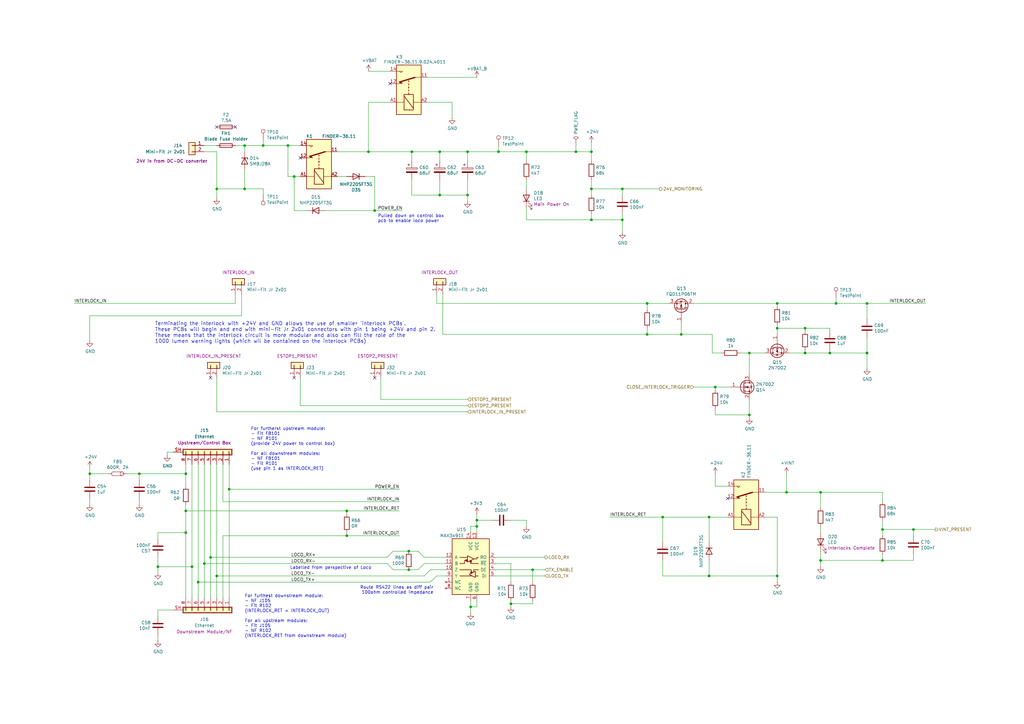
<source format=kicad_sch>
(kicad_sch (version 20211123) (generator eeschema)

  (uuid 845f389f-ac5c-4af4-aa4f-3b1355707a5f)

  (paper "A3")

  (title_block
    (title "Loco Main Board")
    (date "2021-05-26")
    (rev "vA")
    (comment 1 "MJ")
  )

  (lib_symbols
    (symbol "RCAS_Connectors_Generic:Conn_01x02" (pin_names (offset 1.016) hide) (in_bom yes) (on_board yes)
      (property "Reference" "J" (id 0) (at 0 2.54 0)
        (effects (font (size 1.27 1.27)))
      )
      (property "Value" "Conn_01x02" (id 1) (at 0 -5.08 0)
        (effects (font (size 1.27 1.27)))
      )
      (property "Footprint" "" (id 2) (at 0 0 0)
        (effects (font (size 1.27 1.27)) hide)
      )
      (property "Datasheet" "~" (id 3) (at 0 0 0)
        (effects (font (size 1.27 1.27)) hide)
      )
      (property "ki_keywords" "connector" (id 4) (at 0 0 0)
        (effects (font (size 1.27 1.27)) hide)
      )
      (property "ki_description" "Generic connector, single row, 01x02, script generated (kicad-library-utils/schlib/autogen/connector/)" (id 5) (at 0 0 0)
        (effects (font (size 1.27 1.27)) hide)
      )
      (property "ki_fp_filters" "Connector*:*_1x??_*" (id 6) (at 0 0 0)
        (effects (font (size 1.27 1.27)) hide)
      )
      (symbol "Conn_01x02_1_1"
        (rectangle (start -1.27 -2.413) (end 0 -2.667)
          (stroke (width 0.1524) (type default) (color 0 0 0 0))
          (fill (type none))
        )
        (rectangle (start -1.27 0.127) (end 0 -0.127)
          (stroke (width 0.1524) (type default) (color 0 0 0 0))
          (fill (type none))
        )
        (rectangle (start -1.27 1.27) (end 1.27 -3.81)
          (stroke (width 0.254) (type default) (color 0 0 0 0))
          (fill (type background))
        )
        (pin passive line (at -5.08 0 0) (length 3.81)
          (name "Pin_1" (effects (font (size 1.27 1.27))))
          (number "1" (effects (font (size 1.27 1.27))))
        )
        (pin passive line (at -5.08 -2.54 0) (length 3.81)
          (name "Pin_2" (effects (font (size 1.27 1.27))))
          (number "2" (effects (font (size 1.27 1.27))))
        )
      )
    )
    (symbol "RCAS_Connectors_Generic:Conn_01x08_Shielded" (pin_names (offset 1.016) hide) (in_bom yes) (on_board yes)
      (property "Reference" "J" (id 0) (at 0.254 9.906 0)
        (effects (font (size 1.27 1.27)))
      )
      (property "Value" "Conn_01x08_Shielded" (id 1) (at 1.016 -12.446 0)
        (effects (font (size 1.27 1.27)) (justify left))
      )
      (property "Footprint" "" (id 2) (at 0 0 0)
        (effects (font (size 1.27 1.27)) hide)
      )
      (property "Datasheet" "~" (id 3) (at 0 0 0)
        (effects (font (size 1.27 1.27)) hide)
      )
      (property "ki_keywords" "connector" (id 4) (at 0 0 0)
        (effects (font (size 1.27 1.27)) hide)
      )
      (property "ki_description" "Generic shielded connector, single row, 01x08, script generated (kicad-library-utils/schlib/autogen/connector/)" (id 5) (at 0 0 0)
        (effects (font (size 1.27 1.27)) hide)
      )
      (property "ki_fp_filters" "Connector*:*_1x??-1SH*" (id 6) (at 0 0 0)
        (effects (font (size 1.27 1.27)) hide)
      )
      (symbol "Conn_01x08_Shielded_1_1"
        (rectangle (start -1.27 8.89) (end 1.27 -11.43)
          (stroke (width 0.1524) (type default) (color 0 0 0 0))
          (fill (type none))
        )
        (rectangle (start -1.016 -10.033) (end 0.254 -10.287)
          (stroke (width 0.1524) (type default) (color 0 0 0 0))
          (fill (type none))
        )
        (rectangle (start -1.016 -7.493) (end 0.254 -7.747)
          (stroke (width 0.1524) (type default) (color 0 0 0 0))
          (fill (type none))
        )
        (rectangle (start -1.016 -4.953) (end 0.254 -5.207)
          (stroke (width 0.1524) (type default) (color 0 0 0 0))
          (fill (type none))
        )
        (rectangle (start -1.016 -2.413) (end 0.254 -2.667)
          (stroke (width 0.1524) (type default) (color 0 0 0 0))
          (fill (type none))
        )
        (rectangle (start -1.016 0.127) (end 0.254 -0.127)
          (stroke (width 0.1524) (type default) (color 0 0 0 0))
          (fill (type none))
        )
        (rectangle (start -1.016 2.667) (end 0.254 2.413)
          (stroke (width 0.1524) (type default) (color 0 0 0 0))
          (fill (type none))
        )
        (rectangle (start -1.016 5.207) (end 0.254 4.953)
          (stroke (width 0.1524) (type default) (color 0 0 0 0))
          (fill (type none))
        )
        (rectangle (start -1.016 7.747) (end 0.254 7.493)
          (stroke (width 0.1524) (type default) (color 0 0 0 0))
          (fill (type none))
        )
        (rectangle (start -1.016 8.636) (end 1.016 -11.176)
          (stroke (width 0.254) (type default) (color 0 0 0 0))
          (fill (type background))
        )
        (pin passive line (at -5.08 7.62 0) (length 4.064)
          (name "Pin_1" (effects (font (size 1.27 1.27))))
          (number "1" (effects (font (size 1.27 1.27))))
        )
        (pin passive line (at -5.08 5.08 0) (length 4.064)
          (name "Pin_2" (effects (font (size 1.27 1.27))))
          (number "2" (effects (font (size 1.27 1.27))))
        )
        (pin passive line (at -5.08 2.54 0) (length 4.064)
          (name "Pin_3" (effects (font (size 1.27 1.27))))
          (number "3" (effects (font (size 1.27 1.27))))
        )
        (pin passive line (at -5.08 0 0) (length 4.064)
          (name "Pin_4" (effects (font (size 1.27 1.27))))
          (number "4" (effects (font (size 1.27 1.27))))
        )
        (pin passive line (at -5.08 -2.54 0) (length 4.064)
          (name "Pin_5" (effects (font (size 1.27 1.27))))
          (number "5" (effects (font (size 1.27 1.27))))
        )
        (pin passive line (at -5.08 -5.08 0) (length 4.064)
          (name "Pin_6" (effects (font (size 1.27 1.27))))
          (number "6" (effects (font (size 1.27 1.27))))
        )
        (pin passive line (at -5.08 -7.62 0) (length 4.064)
          (name "Pin_7" (effects (font (size 1.27 1.27))))
          (number "7" (effects (font (size 1.27 1.27))))
        )
        (pin passive line (at -5.08 -10.16 0) (length 4.064)
          (name "Pin_8" (effects (font (size 1.27 1.27))))
          (number "8" (effects (font (size 1.27 1.27))))
        )
        (pin passive line (at 0 -15.24 90) (length 3.81)
          (name "Shield" (effects (font (size 1.27 1.27))))
          (number "SH" (effects (font (size 1.27 1.27))))
        )
      )
    )
    (symbol "RCAS_Diodes:D" (pin_numbers hide) (pin_names (offset 1.016) hide) (in_bom yes) (on_board yes)
      (property "Reference" "D" (id 0) (at 0 2.54 0)
        (effects (font (size 1.27 1.27)))
      )
      (property "Value" "D" (id 1) (at 0 -2.54 0)
        (effects (font (size 1.27 1.27)))
      )
      (property "Footprint" "" (id 2) (at 0 0 0)
        (effects (font (size 1.27 1.27)) hide)
      )
      (property "Datasheet" "~" (id 3) (at 0 0 0)
        (effects (font (size 1.27 1.27)) hide)
      )
      (property "ki_keywords" "diode" (id 4) (at 0 0 0)
        (effects (font (size 1.27 1.27)) hide)
      )
      (property "ki_description" "Diode" (id 5) (at 0 0 0)
        (effects (font (size 1.27 1.27)) hide)
      )
      (property "ki_fp_filters" "TO-???* *_Diode_* *SingleDiode* D_*" (id 6) (at 0 0 0)
        (effects (font (size 1.27 1.27)) hide)
      )
      (symbol "D_0_1"
        (polyline
          (pts
            (xy -1.27 1.27)
            (xy -1.27 -1.27)
          )
          (stroke (width 0.254) (type default) (color 0 0 0 0))
          (fill (type none))
        )
        (polyline
          (pts
            (xy 1.27 0)
            (xy -1.27 0)
          )
          (stroke (width 0) (type default) (color 0 0 0 0))
          (fill (type none))
        )
        (polyline
          (pts
            (xy 1.27 1.27)
            (xy 1.27 -1.27)
            (xy -1.27 0)
            (xy 1.27 1.27)
          )
          (stroke (width 0.254) (type default) (color 0 0 0 0))
          (fill (type none))
        )
      )
      (symbol "D_1_1"
        (pin passive line (at -3.81 0 0) (length 2.54)
          (name "K" (effects (font (size 1.27 1.27))))
          (number "1" (effects (font (size 1.27 1.27))))
        )
        (pin passive line (at 3.81 0 180) (length 2.54)
          (name "A" (effects (font (size 1.27 1.27))))
          (number "2" (effects (font (size 1.27 1.27))))
        )
      )
    )
    (symbol "RCAS_Diodes:D_Zener" (pin_numbers hide) (pin_names (offset 1.016) hide) (in_bom yes) (on_board yes)
      (property "Reference" "D" (id 0) (at 0 2.54 0)
        (effects (font (size 1.27 1.27)))
      )
      (property "Value" "D_Zener" (id 1) (at 0 -2.54 0)
        (effects (font (size 1.27 1.27)))
      )
      (property "Footprint" "" (id 2) (at 0 0 0)
        (effects (font (size 1.27 1.27)) hide)
      )
      (property "Datasheet" "~" (id 3) (at 0 0 0)
        (effects (font (size 1.27 1.27)) hide)
      )
      (property "ki_keywords" "diode" (id 4) (at 0 0 0)
        (effects (font (size 1.27 1.27)) hide)
      )
      (property "ki_description" "Zener diode" (id 5) (at 0 0 0)
        (effects (font (size 1.27 1.27)) hide)
      )
      (property "ki_fp_filters" "TO-???* *_Diode_* *SingleDiode* D_*" (id 6) (at 0 0 0)
        (effects (font (size 1.27 1.27)) hide)
      )
      (symbol "D_Zener_0_1"
        (polyline
          (pts
            (xy 1.27 0)
            (xy -1.27 0)
          )
          (stroke (width 0) (type default) (color 0 0 0 0))
          (fill (type none))
        )
        (polyline
          (pts
            (xy -1.27 -1.27)
            (xy -1.27 1.27)
            (xy -0.762 1.27)
          )
          (stroke (width 0.254) (type default) (color 0 0 0 0))
          (fill (type none))
        )
        (polyline
          (pts
            (xy 1.27 -1.27)
            (xy 1.27 1.27)
            (xy -1.27 0)
            (xy 1.27 -1.27)
          )
          (stroke (width 0.254) (type default) (color 0 0 0 0))
          (fill (type none))
        )
      )
      (symbol "D_Zener_1_1"
        (pin passive line (at -3.81 0 0) (length 2.54)
          (name "K" (effects (font (size 1.27 1.27))))
          (number "1" (effects (font (size 1.27 1.27))))
        )
        (pin passive line (at 3.81 0 180) (length 2.54)
          (name "A" (effects (font (size 1.27 1.27))))
          (number "2" (effects (font (size 1.27 1.27))))
        )
      )
    )
    (symbol "RCAS_FETs:Q_NMOS_GSD" (pin_names (offset 0) hide) (in_bom yes) (on_board yes)
      (property "Reference" "Q" (id 0) (at 5.08 1.27 0)
        (effects (font (size 1.27 1.27)) (justify left))
      )
      (property "Value" "Q_NMOS_GSD" (id 1) (at 5.08 -1.27 0)
        (effects (font (size 1.27 1.27)) (justify left))
      )
      (property "Footprint" "" (id 2) (at 5.08 2.54 0)
        (effects (font (size 1.27 1.27)) hide)
      )
      (property "Datasheet" "~" (id 3) (at 0 0 0)
        (effects (font (size 1.27 1.27)) hide)
      )
      (property "ki_keywords" "transistor NMOS N-MOS N-MOSFET" (id 4) (at 0 0 0)
        (effects (font (size 1.27 1.27)) hide)
      )
      (property "ki_description" "N-MOSFET transistor, gate/source/drain" (id 5) (at 0 0 0)
        (effects (font (size 1.27 1.27)) hide)
      )
      (symbol "Q_NMOS_GSD_0_1"
        (polyline
          (pts
            (xy 0.254 0)
            (xy -2.54 0)
          )
          (stroke (width 0) (type default) (color 0 0 0 0))
          (fill (type none))
        )
        (polyline
          (pts
            (xy 0.254 1.905)
            (xy 0.254 -1.905)
          )
          (stroke (width 0.254) (type default) (color 0 0 0 0))
          (fill (type none))
        )
        (polyline
          (pts
            (xy 0.762 -1.27)
            (xy 0.762 -2.286)
          )
          (stroke (width 0.254) (type default) (color 0 0 0 0))
          (fill (type none))
        )
        (polyline
          (pts
            (xy 0.762 0.508)
            (xy 0.762 -0.508)
          )
          (stroke (width 0.254) (type default) (color 0 0 0 0))
          (fill (type none))
        )
        (polyline
          (pts
            (xy 0.762 2.286)
            (xy 0.762 1.27)
          )
          (stroke (width 0.254) (type default) (color 0 0 0 0))
          (fill (type none))
        )
        (polyline
          (pts
            (xy 2.54 2.54)
            (xy 2.54 1.778)
          )
          (stroke (width 0) (type default) (color 0 0 0 0))
          (fill (type none))
        )
        (polyline
          (pts
            (xy 2.54 -2.54)
            (xy 2.54 0)
            (xy 0.762 0)
          )
          (stroke (width 0) (type default) (color 0 0 0 0))
          (fill (type none))
        )
        (polyline
          (pts
            (xy 0.762 -1.778)
            (xy 3.302 -1.778)
            (xy 3.302 1.778)
            (xy 0.762 1.778)
          )
          (stroke (width 0) (type default) (color 0 0 0 0))
          (fill (type none))
        )
        (polyline
          (pts
            (xy 1.016 0)
            (xy 2.032 0.381)
            (xy 2.032 -0.381)
            (xy 1.016 0)
          )
          (stroke (width 0) (type default) (color 0 0 0 0))
          (fill (type outline))
        )
        (polyline
          (pts
            (xy 2.794 0.508)
            (xy 2.921 0.381)
            (xy 3.683 0.381)
            (xy 3.81 0.254)
          )
          (stroke (width 0) (type default) (color 0 0 0 0))
          (fill (type none))
        )
        (polyline
          (pts
            (xy 3.302 0.381)
            (xy 2.921 -0.254)
            (xy 3.683 -0.254)
            (xy 3.302 0.381)
          )
          (stroke (width 0) (type default) (color 0 0 0 0))
          (fill (type none))
        )
        (circle (center 1.651 0) (radius 2.794)
          (stroke (width 0.254) (type default) (color 0 0 0 0))
          (fill (type none))
        )
        (circle (center 2.54 -1.778) (radius 0.254)
          (stroke (width 0) (type default) (color 0 0 0 0))
          (fill (type outline))
        )
        (circle (center 2.54 1.778) (radius 0.254)
          (stroke (width 0) (type default) (color 0 0 0 0))
          (fill (type outline))
        )
      )
      (symbol "Q_NMOS_GSD_1_1"
        (pin input line (at -5.08 0 0) (length 2.54)
          (name "G" (effects (font (size 1.27 1.27))))
          (number "1" (effects (font (size 1.27 1.27))))
        )
        (pin passive line (at 2.54 -5.08 90) (length 2.54)
          (name "S" (effects (font (size 1.27 1.27))))
          (number "2" (effects (font (size 1.27 1.27))))
        )
        (pin passive line (at 2.54 5.08 270) (length 2.54)
          (name "D" (effects (font (size 1.27 1.27))))
          (number "3" (effects (font (size 1.27 1.27))))
        )
      )
    )
    (symbol "RCAS_FETs:Q_PMOS_GDS" (pin_names (offset 0) hide) (in_bom yes) (on_board yes)
      (property "Reference" "Q" (id 0) (at 5.08 1.27 0)
        (effects (font (size 1.27 1.27)) (justify left))
      )
      (property "Value" "Q_PMOS_GDS" (id 1) (at 5.08 -1.27 0)
        (effects (font (size 1.27 1.27)) (justify left))
      )
      (property "Footprint" "" (id 2) (at 5.08 2.54 0)
        (effects (font (size 1.27 1.27)) hide)
      )
      (property "Datasheet" "~" (id 3) (at 0 0 0)
        (effects (font (size 1.27 1.27)) hide)
      )
      (property "ki_keywords" "transistor PMOS P-MOS P-MOSFET" (id 4) (at 0 0 0)
        (effects (font (size 1.27 1.27)) hide)
      )
      (property "ki_description" "P-MOSFET transistor, gate/drain/source" (id 5) (at 0 0 0)
        (effects (font (size 1.27 1.27)) hide)
      )
      (symbol "Q_PMOS_GDS_0_1"
        (polyline
          (pts
            (xy 0.254 0)
            (xy -2.54 0)
          )
          (stroke (width 0) (type default) (color 0 0 0 0))
          (fill (type none))
        )
        (polyline
          (pts
            (xy 0.254 1.905)
            (xy 0.254 -1.905)
          )
          (stroke (width 0.254) (type default) (color 0 0 0 0))
          (fill (type none))
        )
        (polyline
          (pts
            (xy 0.762 -1.27)
            (xy 0.762 -2.286)
          )
          (stroke (width 0.254) (type default) (color 0 0 0 0))
          (fill (type none))
        )
        (polyline
          (pts
            (xy 0.762 0.508)
            (xy 0.762 -0.508)
          )
          (stroke (width 0.254) (type default) (color 0 0 0 0))
          (fill (type none))
        )
        (polyline
          (pts
            (xy 0.762 2.286)
            (xy 0.762 1.27)
          )
          (stroke (width 0.254) (type default) (color 0 0 0 0))
          (fill (type none))
        )
        (polyline
          (pts
            (xy 2.54 2.54)
            (xy 2.54 1.778)
          )
          (stroke (width 0) (type default) (color 0 0 0 0))
          (fill (type none))
        )
        (polyline
          (pts
            (xy 2.54 -2.54)
            (xy 2.54 0)
            (xy 0.762 0)
          )
          (stroke (width 0) (type default) (color 0 0 0 0))
          (fill (type none))
        )
        (polyline
          (pts
            (xy 0.762 1.778)
            (xy 3.302 1.778)
            (xy 3.302 -1.778)
            (xy 0.762 -1.778)
          )
          (stroke (width 0) (type default) (color 0 0 0 0))
          (fill (type none))
        )
        (polyline
          (pts
            (xy 2.286 0)
            (xy 1.27 0.381)
            (xy 1.27 -0.381)
            (xy 2.286 0)
          )
          (stroke (width 0) (type default) (color 0 0 0 0))
          (fill (type outline))
        )
        (polyline
          (pts
            (xy 2.794 -0.508)
            (xy 2.921 -0.381)
            (xy 3.683 -0.381)
            (xy 3.81 -0.254)
          )
          (stroke (width 0) (type default) (color 0 0 0 0))
          (fill (type none))
        )
        (polyline
          (pts
            (xy 3.302 -0.381)
            (xy 2.921 0.254)
            (xy 3.683 0.254)
            (xy 3.302 -0.381)
          )
          (stroke (width 0) (type default) (color 0 0 0 0))
          (fill (type none))
        )
        (circle (center 1.651 0) (radius 2.794)
          (stroke (width 0.254) (type default) (color 0 0 0 0))
          (fill (type none))
        )
        (circle (center 2.54 -1.778) (radius 0.254)
          (stroke (width 0) (type default) (color 0 0 0 0))
          (fill (type outline))
        )
        (circle (center 2.54 1.778) (radius 0.254)
          (stroke (width 0) (type default) (color 0 0 0 0))
          (fill (type outline))
        )
      )
      (symbol "Q_PMOS_GDS_1_1"
        (pin input line (at -5.08 0 0) (length 2.54)
          (name "G" (effects (font (size 1.27 1.27))))
          (number "1" (effects (font (size 1.27 1.27))))
        )
        (pin passive line (at 2.54 5.08 270) (length 2.54)
          (name "D" (effects (font (size 1.27 1.27))))
          (number "2" (effects (font (size 1.27 1.27))))
        )
        (pin passive line (at 2.54 -5.08 90) (length 2.54)
          (name "S" (effects (font (size 1.27 1.27))))
          (number "3" (effects (font (size 1.27 1.27))))
        )
      )
    )
    (symbol "RCAS_Interface:MAX3491E" (pin_names (offset 1.016)) (in_bom yes) (on_board yes)
      (property "Reference" "U" (id 0) (at -7.62 11.43 0)
        (effects (font (size 1.27 1.27)))
      )
      (property "Value" "MAX3491E" (id 1) (at 3.302 11.43 0)
        (effects (font (size 1.27 1.27)) (justify left))
      )
      (property "Footprint" "" (id 2) (at 0 -17.78 0)
        (effects (font (size 1.27 1.27)) hide)
      )
      (property "Datasheet" "" (id 3) (at 1.27 0.635 0)
        (effects (font (size 1.27 1.27)) hide)
      )
      (property "ki_keywords" "Full Duplex RS422/485 Tranceiver, 3V3 Supply, 12Mbps, Slew Rate Limited, 15kV ESD, SOIC-14" (id 4) (at 0 0 0)
        (effects (font (size 1.27 1.27)) hide)
      )
      (property "ki_description" "Full Duplex RS422/485 Tranceiver, 3V3 Supply, 10Mbps, Slew Rate Limited, 15kV ESD, SOIC-14" (id 5) (at 0 0 0)
        (effects (font (size 1.27 1.27)) hide)
      )
      (symbol "MAX3491E_0_1"
        (rectangle (start -7.62 10.16) (end 7.62 -12.7)
          (stroke (width 0.254) (type default) (color 0 0 0 0))
          (fill (type background))
        )
        (circle (center -0.3048 -3.683) (radius 0.3556)
          (stroke (width 0.254) (type default) (color 0 0 0 0))
          (fill (type outline))
        )
        (circle (center -0.0254 0.8636) (radius 0.3556)
          (stroke (width 0.254) (type default) (color 0 0 0 0))
          (fill (type outline))
        )
        (polyline
          (pts
            (xy -3.175 -5.08)
            (xy -1.905 -5.08)
          )
          (stroke (width 0.254) (type default) (color 0 0 0 0))
          (fill (type none))
        )
        (polyline
          (pts
            (xy -1.27 -3.2004)
            (xy -1.27 -3.4544)
          )
          (stroke (width 0.254) (type default) (color 0 0 0 0))
          (fill (type none))
        )
        (polyline
          (pts
            (xy -0.635 -5.08)
            (xy 4.445 -5.08)
          )
          (stroke (width 0.254) (type default) (color 0 0 0 0))
          (fill (type none))
        )
        (polyline
          (pts
            (xy 1.27 2.54)
            (xy 4.445 2.54)
          )
          (stroke (width 0.254) (type default) (color 0 0 0 0))
          (fill (type none))
        )
        (polyline
          (pts
            (xy -3.175 -2.54)
            (xy -1.27 -2.54)
            (xy -1.27 -3.175)
          )
          (stroke (width 0.254) (type default) (color 0 0 0 0))
          (fill (type none))
        )
        (polyline
          (pts
            (xy -0.254 -3.556)
            (xy -0.254 -2.54)
            (xy 4.572 -2.54)
          )
          (stroke (width 0.254) (type default) (color 0 0 0 0))
          (fill (type none))
        )
        (polyline
          (pts
            (xy 0 0.635)
            (xy 0 0)
            (xy -3.175 0)
          )
          (stroke (width 0.254) (type default) (color 0 0 0 0))
          (fill (type none))
        )
        (polyline
          (pts
            (xy -1.905 -3.175)
            (xy -1.905 -5.715)
            (xy 0.635 -4.445)
            (xy -1.905 -3.175)
          )
          (stroke (width 0.254) (type default) (color 0 0 0 0))
          (fill (type none))
        )
        (polyline
          (pts
            (xy -1.27 1.905)
            (xy -2.54 1.905)
            (xy -2.54 2.54)
            (xy -3.175 2.54)
          )
          (stroke (width 0.254) (type default) (color 0 0 0 0))
          (fill (type none))
        )
        (polyline
          (pts
            (xy -1.27 1.905)
            (xy 1.27 3.175)
            (xy 1.27 0.635)
            (xy -1.27 1.905)
          )
          (stroke (width 0.254) (type default) (color 0 0 0 0))
          (fill (type none))
        )
        (polyline
          (pts
            (xy 1.905 1.27)
            (xy 2.54 1.27)
            (xy 2.54 0)
            (xy 4.445 0)
          )
          (stroke (width 0.254) (type default) (color 0 0 0 0))
          (fill (type none))
        )
        (circle (center 1.651 1.27) (radius 0.3556)
          (stroke (width 0.254) (type default) (color 0 0 0 0))
          (fill (type outline))
        )
      )
      (symbol "MAX3491E_1_1"
        (pin no_connect line (at 10.16 -7.62 180) (length 2.54)
          (name "NC" (effects (font (size 1.27 1.27))))
          (number "1" (effects (font (size 1.27 1.27))))
        )
        (pin output line (at 10.16 -2.54 180) (length 2.54)
          (name "Z" (effects (font (size 1.27 1.27))))
          (number "10" (effects (font (size 1.27 1.27))))
        )
        (pin input line (at 10.16 0 180) (length 2.54)
          (name "B" (effects (font (size 1.27 1.27))))
          (number "11" (effects (font (size 1.27 1.27))))
        )
        (pin input line (at 10.16 2.54 180) (length 2.54)
          (name "A" (effects (font (size 1.27 1.27))))
          (number "12" (effects (font (size 1.27 1.27))))
        )
        (pin power_in line (at -2.54 12.7 270) (length 2.54)
          (name "VCC" (effects (font (size 1.27 1.27))))
          (number "13" (effects (font (size 1.27 1.27))))
        )
        (pin power_in line (at 0 12.7 270) (length 2.54)
          (name "VCC" (effects (font (size 1.27 1.27))))
          (number "14" (effects (font (size 1.27 1.27))))
        )
        (pin output line (at -10.16 2.54 0) (length 2.54)
          (name "RO" (effects (font (size 1.27 1.27))))
          (number "2" (effects (font (size 1.27 1.27))))
        )
        (pin input line (at -10.16 0 0) (length 2.54)
          (name "~{RE}" (effects (font (size 1.27 1.27))))
          (number "3" (effects (font (size 1.27 1.27))))
        )
        (pin input line (at -10.16 -2.54 0) (length 2.54)
          (name "DE" (effects (font (size 1.27 1.27))))
          (number "4" (effects (font (size 1.27 1.27))))
        )
        (pin input line (at -10.16 -5.08 0) (length 2.54)
          (name "DI" (effects (font (size 1.27 1.27))))
          (number "5" (effects (font (size 1.27 1.27))))
        )
        (pin power_in line (at -2.54 -15.24 90) (length 2.54)
          (name "GND" (effects (font (size 1.27 1.27))))
          (number "6" (effects (font (size 1.27 1.27))))
        )
        (pin power_in line (at 0 -15.24 90) (length 2.54)
          (name "GND" (effects (font (size 1.27 1.27))))
          (number "7" (effects (font (size 1.27 1.27))))
        )
        (pin no_connect line (at 10.16 -10.16 180) (length 2.54)
          (name "NC" (effects (font (size 1.27 1.27))))
          (number "8" (effects (font (size 1.27 1.27))))
        )
        (pin output line (at 10.16 -5.08 180) (length 2.54)
          (name "Y" (effects (font (size 1.27 1.27))))
          (number "9" (effects (font (size 1.27 1.27))))
        )
      )
    )
    (symbol "RCAS_LEDs:LED" (pin_numbers hide) (pin_names (offset 1.016) hide) (in_bom yes) (on_board yes)
      (property "Reference" "D" (id 0) (at 0 2.54 0)
        (effects (font (size 1.27 1.27)))
      )
      (property "Value" "LED" (id 1) (at 0 -2.54 0)
        (effects (font (size 1.27 1.27)))
      )
      (property "Footprint" "" (id 2) (at 0 0 0)
        (effects (font (size 1.27 1.27)) hide)
      )
      (property "Datasheet" "~" (id 3) (at 0 0 0)
        (effects (font (size 1.27 1.27)) hide)
      )
      (property "ki_keywords" "LED diode" (id 4) (at 0 0 0)
        (effects (font (size 1.27 1.27)) hide)
      )
      (property "ki_description" "Light emitting diode" (id 5) (at 0 0 0)
        (effects (font (size 1.27 1.27)) hide)
      )
      (property "ki_fp_filters" "LED* LED_SMD:* LED_THT:*" (id 6) (at 0 0 0)
        (effects (font (size 1.27 1.27)) hide)
      )
      (symbol "LED_0_1"
        (polyline
          (pts
            (xy -1.27 -1.27)
            (xy -1.27 1.27)
          )
          (stroke (width 0.254) (type default) (color 0 0 0 0))
          (fill (type none))
        )
        (polyline
          (pts
            (xy -1.27 0)
            (xy 1.27 0)
          )
          (stroke (width 0) (type default) (color 0 0 0 0))
          (fill (type none))
        )
        (polyline
          (pts
            (xy 1.27 -1.27)
            (xy 1.27 1.27)
            (xy -1.27 0)
            (xy 1.27 -1.27)
          )
          (stroke (width 0.254) (type default) (color 0 0 0 0))
          (fill (type none))
        )
        (polyline
          (pts
            (xy -3.048 -0.762)
            (xy -4.572 -2.286)
            (xy -3.81 -2.286)
            (xy -4.572 -2.286)
            (xy -4.572 -1.524)
          )
          (stroke (width 0) (type default) (color 0 0 0 0))
          (fill (type none))
        )
        (polyline
          (pts
            (xy -1.778 -0.762)
            (xy -3.302 -2.286)
            (xy -2.54 -2.286)
            (xy -3.302 -2.286)
            (xy -3.302 -1.524)
          )
          (stroke (width 0) (type default) (color 0 0 0 0))
          (fill (type none))
        )
      )
      (symbol "LED_1_1"
        (pin passive line (at -3.81 0 0) (length 2.54)
          (name "K" (effects (font (size 1.27 1.27))))
          (number "1" (effects (font (size 1.27 1.27))))
        )
        (pin passive line (at 3.81 0 180) (length 2.54)
          (name "A" (effects (font (size 1.27 1.27))))
          (number "2" (effects (font (size 1.27 1.27))))
        )
      )
    )
    (symbol "RCAS_Passives:Capacitor" (pin_numbers hide) (pin_names (offset 0.254)) (in_bom yes) (on_board yes)
      (property "Reference" "C" (id 0) (at 0.635 2.54 0)
        (effects (font (size 1.27 1.27)) (justify left))
      )
      (property "Value" "Capacitor" (id 1) (at 0.635 -2.54 0)
        (effects (font (size 1.27 1.27)) (justify left))
      )
      (property "Footprint" "" (id 2) (at 0.9652 -3.81 0)
        (effects (font (size 1.27 1.27)) hide)
      )
      (property "Datasheet" "~" (id 3) (at 0 0 0)
        (effects (font (size 1.27 1.27)) hide)
      )
      (property "ki_keywords" "cap capacitor" (id 4) (at 0 0 0)
        (effects (font (size 1.27 1.27)) hide)
      )
      (property "ki_description" "Unpolarized capacitor" (id 5) (at 0 0 0)
        (effects (font (size 1.27 1.27)) hide)
      )
      (property "ki_fp_filters" "C_*" (id 6) (at 0 0 0)
        (effects (font (size 1.27 1.27)) hide)
      )
      (symbol "Capacitor_0_1"
        (polyline
          (pts
            (xy -2.032 -0.762)
            (xy 2.032 -0.762)
          )
          (stroke (width 0.508) (type default) (color 0 0 0 0))
          (fill (type none))
        )
        (polyline
          (pts
            (xy -2.032 0.762)
            (xy 2.032 0.762)
          )
          (stroke (width 0.508) (type default) (color 0 0 0 0))
          (fill (type none))
        )
      )
      (symbol "Capacitor_1_1"
        (pin passive line (at 0 3.81 270) (length 2.794)
          (name "~" (effects (font (size 1.27 1.27))))
          (number "1" (effects (font (size 1.27 1.27))))
        )
        (pin passive line (at 0 -3.81 90) (length 2.794)
          (name "~" (effects (font (size 1.27 1.27))))
          (number "2" (effects (font (size 1.27 1.27))))
        )
      )
    )
    (symbol "RCAS_Passives:Capacitor_Polarized" (pin_numbers hide) (pin_names (offset 0.254)) (in_bom yes) (on_board yes)
      (property "Reference" "C" (id 0) (at 0.635 2.54 0)
        (effects (font (size 1.27 1.27)) (justify left))
      )
      (property "Value" "Capacitor_Polarized" (id 1) (at 0.635 -2.54 0)
        (effects (font (size 1.27 1.27)) (justify left))
      )
      (property "Footprint" "" (id 2) (at 0.9652 -3.81 0)
        (effects (font (size 1.27 1.27)) hide)
      )
      (property "Datasheet" "~" (id 3) (at 0 0 0)
        (effects (font (size 1.27 1.27)) hide)
      )
      (property "ki_keywords" "cap capacitor" (id 4) (at 0 0 0)
        (effects (font (size 1.27 1.27)) hide)
      )
      (property "ki_description" "Polarized capacitor" (id 5) (at 0 0 0)
        (effects (font (size 1.27 1.27)) hide)
      )
      (property "ki_fp_filters" "CP_*" (id 6) (at 0 0 0)
        (effects (font (size 1.27 1.27)) hide)
      )
      (symbol "Capacitor_Polarized_0_1"
        (rectangle (start -2.286 0.508) (end 2.286 1.016)
          (stroke (width 0) (type default) (color 0 0 0 0))
          (fill (type none))
        )
        (polyline
          (pts
            (xy -1.778 2.286)
            (xy -0.762 2.286)
          )
          (stroke (width 0) (type default) (color 0 0 0 0))
          (fill (type none))
        )
        (polyline
          (pts
            (xy -1.27 2.794)
            (xy -1.27 1.778)
          )
          (stroke (width 0) (type default) (color 0 0 0 0))
          (fill (type none))
        )
        (rectangle (start 2.286 -0.508) (end -2.286 -1.016)
          (stroke (width 0) (type default) (color 0 0 0 0))
          (fill (type outline))
        )
      )
      (symbol "Capacitor_Polarized_1_1"
        (pin passive line (at 0 3.81 270) (length 2.794)
          (name "~" (effects (font (size 1.27 1.27))))
          (number "1" (effects (font (size 1.27 1.27))))
        )
        (pin passive line (at 0 -3.81 90) (length 2.794)
          (name "~" (effects (font (size 1.27 1.27))))
          (number "2" (effects (font (size 1.27 1.27))))
        )
      )
    )
    (symbol "RCAS_Passives:Ferrite_Bead" (pin_numbers hide) (pin_names (offset 0)) (in_bom yes) (on_board yes)
      (property "Reference" "FB" (id 0) (at -1.905 0.635 90)
        (effects (font (size 1.27 1.27)))
      )
      (property "Value" "Ferrite_Bead" (id 1) (at 1.905 0.635 90)
        (effects (font (size 1.27 1.27)))
      )
      (property "Footprint" "" (id 2) (at -3.048 1.27 90)
        (effects (font (size 1.27 1.27)) hide)
      )
      (property "Datasheet" "~" (id 3) (at -1.27 1.27 0)
        (effects (font (size 1.27 1.27)) hide)
      )
      (property "ki_keywords" "L ferrite bead inductor filter" (id 4) (at 0 0 0)
        (effects (font (size 1.27 1.27)) hide)
      )
      (property "ki_description" "Ferrite bead" (id 5) (at 0 0 0)
        (effects (font (size 1.27 1.27)) hide)
      )
      (property "ki_fp_filters" "Inductor_* L_* *Ferrite*" (id 6) (at 0 0 0)
        (effects (font (size 1.27 1.27)) hide)
      )
      (symbol "Ferrite_Bead_0_1"
        (arc (start -0.762 -1.778) (mid 0 -2.54) (end 0.762 -1.778)
          (stroke (width 0) (type default) (color 0 0 0 0))
          (fill (type none))
        )
        (polyline
          (pts
            (xy -0.762 -1.778)
            (xy -0.762 1.778)
          )
          (stroke (width 0) (type default) (color 0 0 0 0))
          (fill (type none))
        )
        (polyline
          (pts
            (xy 0.762 -1.778)
            (xy 0.762 1.778)
          )
          (stroke (width 0) (type default) (color 0 0 0 0))
          (fill (type none))
        )
        (circle (center 0 1.778) (radius 0.762)
          (stroke (width 0) (type default) (color 0 0 0 0))
          (fill (type none))
        )
      )
      (symbol "Ferrite_Bead_1_1"
        (pin passive line (at 0 3.81 270) (length 2.032)
          (name "~" (effects (font (size 1.27 1.27))))
          (number "1" (effects (font (size 1.27 1.27))))
        )
        (pin passive line (at 0 -3.81 90) (length 1.27)
          (name "~" (effects (font (size 1.27 1.27))))
          (number "2" (effects (font (size 1.27 1.27))))
        )
      )
    )
    (symbol "RCAS_Passives:Fuse" (pin_numbers hide) (pin_names (offset 0)) (in_bom yes) (on_board yes)
      (property "Reference" "F" (id 0) (at 2.032 0 90)
        (effects (font (size 1.27 1.27)))
      )
      (property "Value" "Fuse" (id 1) (at -1.905 0 90)
        (effects (font (size 1.27 1.27)))
      )
      (property "Footprint" "" (id 2) (at -1.778 0 90)
        (effects (font (size 1.27 1.27)) hide)
      )
      (property "Datasheet" "~" (id 3) (at 0 0 0)
        (effects (font (size 1.27 1.27)) hide)
      )
      (property "ki_keywords" "fuse" (id 4) (at 0 0 0)
        (effects (font (size 1.27 1.27)) hide)
      )
      (property "ki_description" "Fuse" (id 5) (at 0 0 0)
        (effects (font (size 1.27 1.27)) hide)
      )
      (property "ki_fp_filters" "*Fuse*" (id 6) (at 0 0 0)
        (effects (font (size 1.27 1.27)) hide)
      )
      (symbol "Fuse_0_1"
        (rectangle (start -0.762 -2.54) (end 0.762 2.54)
          (stroke (width 0.254) (type default) (color 0 0 0 0))
          (fill (type none))
        )
        (polyline
          (pts
            (xy 0 2.54)
            (xy 0 -2.54)
          )
          (stroke (width 0) (type default) (color 0 0 0 0))
          (fill (type none))
        )
      )
      (symbol "Fuse_1_1"
        (pin passive line (at 0 3.81 270) (length 1.27)
          (name "~" (effects (font (size 1.27 1.27))))
          (number "1" (effects (font (size 1.27 1.27))))
        )
        (pin passive line (at 0 -3.81 90) (length 1.27)
          (name "~" (effects (font (size 1.27 1.27))))
          (number "2" (effects (font (size 1.27 1.27))))
        )
      )
    )
    (symbol "RCAS_Passives:Resistor" (pin_numbers hide) (pin_names (offset 0)) (in_bom yes) (on_board yes)
      (property "Reference" "R" (id 0) (at 2.032 0 90)
        (effects (font (size 1.27 1.27)))
      )
      (property "Value" "Resistor" (id 1) (at 0 0 90)
        (effects (font (size 1.27 1.27)))
      )
      (property "Footprint" "" (id 2) (at -1.778 0 90)
        (effects (font (size 1.27 1.27)) hide)
      )
      (property "Datasheet" "~" (id 3) (at 0 0 0)
        (effects (font (size 1.27 1.27)) hide)
      )
      (property "ki_keywords" "R res resistor" (id 4) (at 0 0 0)
        (effects (font (size 1.27 1.27)) hide)
      )
      (property "ki_description" "Resistor" (id 5) (at 0 0 0)
        (effects (font (size 1.27 1.27)) hide)
      )
      (property "ki_fp_filters" "R_*" (id 6) (at 0 0 0)
        (effects (font (size 1.27 1.27)) hide)
      )
      (symbol "Resistor_0_1"
        (rectangle (start -1.016 -2.54) (end 1.016 2.54)
          (stroke (width 0.254) (type default) (color 0 0 0 0))
          (fill (type none))
        )
      )
      (symbol "Resistor_1_1"
        (pin passive line (at 0 3.81 270) (length 1.27)
          (name "~" (effects (font (size 1.27 1.27))))
          (number "1" (effects (font (size 1.27 1.27))))
        )
        (pin passive line (at 0 -3.81 90) (length 1.27)
          (name "~" (effects (font (size 1.27 1.27))))
          (number "2" (effects (font (size 1.27 1.27))))
        )
      )
    )
    (symbol "RCAS_Power_Symbols:+24V0" (power) (pin_names (offset 0)) (in_bom yes) (on_board yes)
      (property "Reference" "#PWR" (id 0) (at 0 -3.81 0)
        (effects (font (size 1.27 1.27)) hide)
      )
      (property "Value" "+24V0" (id 1) (at 0 3.556 0)
        (effects (font (size 1.27 1.27)))
      )
      (property "Footprint" "" (id 2) (at 0 0 0)
        (effects (font (size 1.27 1.27)) hide)
      )
      (property "Datasheet" "" (id 3) (at 0 0 0)
        (effects (font (size 1.27 1.27)) hide)
      )
      (property "ki_keywords" "power-flag" (id 4) (at 0 0 0)
        (effects (font (size 1.27 1.27)) hide)
      )
      (property "ki_description" "Power symbol creates a global label with name \"+24V0\"" (id 5) (at 0 0 0)
        (effects (font (size 1.27 1.27)) hide)
      )
      (symbol "+24V0_0_1"
        (polyline
          (pts
            (xy -0.762 1.27)
            (xy 0 2.54)
          )
          (stroke (width 0) (type default) (color 0 0 0 0))
          (fill (type none))
        )
        (polyline
          (pts
            (xy 0 0)
            (xy 0 2.54)
          )
          (stroke (width 0) (type default) (color 0 0 0 0))
          (fill (type none))
        )
        (polyline
          (pts
            (xy 0 2.54)
            (xy 0.762 1.27)
          )
          (stroke (width 0) (type default) (color 0 0 0 0))
          (fill (type none))
        )
      )
      (symbol "+24V0_1_1"
        (pin power_in line (at 0 0 90) (length 0) hide
          (name "+24V" (effects (font (size 1.27 1.27))))
          (number "1" (effects (font (size 1.27 1.27))))
        )
      )
    )
    (symbol "RCAS_Power_Symbols:+3V3" (power) (pin_names (offset 0)) (in_bom yes) (on_board yes)
      (property "Reference" "#PWR" (id 0) (at 0 -3.81 0)
        (effects (font (size 1.27 1.27)) hide)
      )
      (property "Value" "+3V3" (id 1) (at 0 3.556 0)
        (effects (font (size 1.27 1.27)))
      )
      (property "Footprint" "" (id 2) (at 0 0 0)
        (effects (font (size 1.27 1.27)) hide)
      )
      (property "Datasheet" "" (id 3) (at 0 0 0)
        (effects (font (size 1.27 1.27)) hide)
      )
      (property "ki_keywords" "power-flag" (id 4) (at 0 0 0)
        (effects (font (size 1.27 1.27)) hide)
      )
      (property "ki_description" "Power symbol creates a global label with name \"+3V3\"" (id 5) (at 0 0 0)
        (effects (font (size 1.27 1.27)) hide)
      )
      (symbol "+3V3_0_1"
        (polyline
          (pts
            (xy -0.762 1.27)
            (xy 0 2.54)
          )
          (stroke (width 0) (type default) (color 0 0 0 0))
          (fill (type none))
        )
        (polyline
          (pts
            (xy 0 0)
            (xy 0 2.54)
          )
          (stroke (width 0) (type default) (color 0 0 0 0))
          (fill (type none))
        )
        (polyline
          (pts
            (xy 0 2.54)
            (xy 0.762 1.27)
          )
          (stroke (width 0) (type default) (color 0 0 0 0))
          (fill (type none))
        )
      )
      (symbol "+3V3_1_1"
        (pin power_in line (at 0 0 90) (length 0) hide
          (name "+3V3" (effects (font (size 1.27 1.27))))
          (number "1" (effects (font (size 1.27 1.27))))
        )
      )
    )
    (symbol "RCAS_Power_Symbols:+VBAT" (power) (pin_names (offset 0)) (in_bom yes) (on_board yes)
      (property "Reference" "#PWR" (id 0) (at 0 -3.81 0)
        (effects (font (size 1.27 1.27)) hide)
      )
      (property "Value" "+VBAT" (id 1) (at 0 3.556 0)
        (effects (font (size 1.27 1.27)))
      )
      (property "Footprint" "" (id 2) (at 0 0 0)
        (effects (font (size 1.27 1.27)) hide)
      )
      (property "Datasheet" "" (id 3) (at 0 0 0)
        (effects (font (size 1.27 1.27)) hide)
      )
      (property "ki_keywords" "power-flag" (id 4) (at 0 0 0)
        (effects (font (size 1.27 1.27)) hide)
      )
      (property "ki_description" "Power symbol creates a global label with name \"+VBAT\"" (id 5) (at 0 0 0)
        (effects (font (size 1.27 1.27)) hide)
      )
      (symbol "+VBAT_0_1"
        (polyline
          (pts
            (xy -0.762 1.27)
            (xy 0 2.54)
          )
          (stroke (width 0) (type default) (color 0 0 0 0))
          (fill (type none))
        )
        (polyline
          (pts
            (xy 0 0)
            (xy 0 2.54)
          )
          (stroke (width 0) (type default) (color 0 0 0 0))
          (fill (type none))
        )
        (polyline
          (pts
            (xy 0 2.54)
            (xy 0.762 1.27)
          )
          (stroke (width 0) (type default) (color 0 0 0 0))
          (fill (type none))
        )
      )
      (symbol "+VBAT_1_1"
        (pin power_in line (at 0 0 90) (length 0) hide
          (name "+VBAT" (effects (font (size 1.27 1.27))))
          (number "1" (effects (font (size 1.27 1.27))))
        )
      )
    )
    (symbol "RCAS_Power_Symbols:+VBAT_B" (power) (pin_names (offset 0)) (in_bom yes) (on_board yes)
      (property "Reference" "#PWR" (id 0) (at 0 -3.81 0)
        (effects (font (size 1.27 1.27)) hide)
      )
      (property "Value" "+VBAT_B" (id 1) (at 0 3.556 0)
        (effects (font (size 1.27 1.27)))
      )
      (property "Footprint" "" (id 2) (at 0 0 0)
        (effects (font (size 1.27 1.27)) hide)
      )
      (property "Datasheet" "" (id 3) (at 0 0 0)
        (effects (font (size 1.27 1.27)) hide)
      )
      (property "ki_keywords" "power-flag" (id 4) (at 0 0 0)
        (effects (font (size 1.27 1.27)) hide)
      )
      (property "ki_description" "Power symbol creates a global label with name \"+VBAT_IN\"" (id 5) (at 0 0 0)
        (effects (font (size 1.27 1.27)) hide)
      )
      (symbol "+VBAT_B_0_1"
        (polyline
          (pts
            (xy -0.762 1.27)
            (xy 0 2.54)
          )
          (stroke (width 0) (type default) (color 0 0 0 0))
          (fill (type none))
        )
        (polyline
          (pts
            (xy 0 0)
            (xy 0 2.54)
          )
          (stroke (width 0) (type default) (color 0 0 0 0))
          (fill (type none))
        )
        (polyline
          (pts
            (xy 0 2.54)
            (xy 0.762 1.27)
          )
          (stroke (width 0) (type default) (color 0 0 0 0))
          (fill (type none))
        )
      )
      (symbol "+VBAT_B_1_1"
        (pin power_in line (at 0 0 90) (length 0) hide
          (name "+VBAT_B" (effects (font (size 1.27 1.27))))
          (number "1" (effects (font (size 1.27 1.27))))
        )
      )
    )
    (symbol "RCAS_Power_Symbols:+VINT" (power) (pin_names (offset 0)) (in_bom yes) (on_board yes)
      (property "Reference" "#PWR" (id 0) (at 0 -3.81 0)
        (effects (font (size 1.27 1.27)) hide)
      )
      (property "Value" "+VINT" (id 1) (at 0 3.556 0)
        (effects (font (size 1.27 1.27)))
      )
      (property "Footprint" "" (id 2) (at 0 0 0)
        (effects (font (size 1.27 1.27)) hide)
      )
      (property "Datasheet" "" (id 3) (at 0 0 0)
        (effects (font (size 1.27 1.27)) hide)
      )
      (property "ki_keywords" "power-flag" (id 4) (at 0 0 0)
        (effects (font (size 1.27 1.27)) hide)
      )
      (property "ki_description" "Power symbol creates a global label with name \"+VINT\"" (id 5) (at 0 0 0)
        (effects (font (size 1.27 1.27)) hide)
      )
      (symbol "+VINT_0_1"
        (polyline
          (pts
            (xy -0.762 1.27)
            (xy 0 2.54)
          )
          (stroke (width 0) (type default) (color 0 0 0 0))
          (fill (type none))
        )
        (polyline
          (pts
            (xy 0 0)
            (xy 0 2.54)
          )
          (stroke (width 0) (type default) (color 0 0 0 0))
          (fill (type none))
        )
        (polyline
          (pts
            (xy 0 2.54)
            (xy 0.762 1.27)
          )
          (stroke (width 0) (type default) (color 0 0 0 0))
          (fill (type none))
        )
      )
      (symbol "+VINT_1_1"
        (pin power_in line (at 0 0 90) (length 0) hide
          (name "+VINT" (effects (font (size 1.27 1.27))))
          (number "1" (effects (font (size 1.27 1.27))))
        )
      )
    )
    (symbol "RCAS_Power_Symbols:GND" (power) (pin_names (offset 0)) (in_bom yes) (on_board yes)
      (property "Reference" "#PWR" (id 0) (at 0 -6.35 0)
        (effects (font (size 1.27 1.27)) hide)
      )
      (property "Value" "GND" (id 1) (at 0 -3.81 0)
        (effects (font (size 1.27 1.27)))
      )
      (property "Footprint" "" (id 2) (at 0 0 0)
        (effects (font (size 1.27 1.27)) hide)
      )
      (property "Datasheet" "" (id 3) (at 0 0 0)
        (effects (font (size 1.27 1.27)) hide)
      )
      (property "ki_keywords" "power-flag" (id 4) (at 0 0 0)
        (effects (font (size 1.27 1.27)) hide)
      )
      (property "ki_description" "Power symbol creates a global label with name \"GND\" , ground" (id 5) (at 0 0 0)
        (effects (font (size 1.27 1.27)) hide)
      )
      (symbol "GND_0_1"
        (polyline
          (pts
            (xy 0 0)
            (xy 0 -1.27)
            (xy 1.27 -1.27)
            (xy 0 -2.54)
            (xy -1.27 -1.27)
            (xy 0 -1.27)
          )
          (stroke (width 0) (type default) (color 0 0 0 0))
          (fill (type none))
        )
      )
      (symbol "GND_1_1"
        (pin power_in line (at 0 0 270) (length 0) hide
          (name "GND" (effects (font (size 1.27 1.27))))
          (number "1" (effects (font (size 1.27 1.27))))
        )
      )
    )
    (symbol "RCAS_Power_Symbols:PWR_FLAG" (power) (pin_numbers hide) (pin_names (offset 0) hide) (in_bom yes) (on_board yes)
      (property "Reference" "#FLG" (id 0) (at 0 1.905 0)
        (effects (font (size 1.27 1.27)) hide)
      )
      (property "Value" "PWR_FLAG" (id 1) (at 0 3.81 0)
        (effects (font (size 1.27 1.27)) hide)
      )
      (property "Footprint" "" (id 2) (at 0 0 0)
        (effects (font (size 1.27 1.27)) hide)
      )
      (property "Datasheet" "~" (id 3) (at 0 0 0)
        (effects (font (size 1.27 1.27)) hide)
      )
      (property "ki_keywords" "power-flag" (id 4) (at 0 0 0)
        (effects (font (size 1.27 1.27)) hide)
      )
      (property "ki_description" "Special symbol for telling ERC where power comes from" (id 5) (at 0 0 0)
        (effects (font (size 1.27 1.27)) hide)
      )
      (symbol "PWR_FLAG_0_0"
        (pin power_out line (at 0 0 90) (length 0)
          (name "pwr" (effects (font (size 1.27 1.27))))
          (number "1" (effects (font (size 1.27 1.27))))
        )
      )
      (symbol "PWR_FLAG_0_1"
        (polyline
          (pts
            (xy 0 0)
            (xy 0 1.27)
            (xy -1.016 1.905)
            (xy 0 2.54)
            (xy 1.016 1.905)
            (xy 0 1.27)
          )
          (stroke (width 0) (type default) (color 0 0 0 0))
          (fill (type none))
        )
      )
    )
    (symbol "RCAS_Relays:FINDER-36.11" (in_bom yes) (on_board yes)
      (property "Reference" "K" (id 0) (at 11.43 3.81 0)
        (effects (font (size 1.27 1.27)) (justify left))
      )
      (property "Value" "FINDER-36.11" (id 1) (at 11.43 1.27 0)
        (effects (font (size 1.27 1.27)) (justify left))
      )
      (property "Footprint" "" (id 2) (at 32.258 -0.762 0)
        (effects (font (size 1.27 1.27)) hide)
      )
      (property "Datasheet" "https://gfinder.findernet.com/public/attachments/36/EN/S36EN.pdf" (id 3) (at 0 0 0)
        (effects (font (size 1.27 1.27)) hide)
      )
      (property "ki_keywords" "spdt relay" (id 4) (at 0 0 0)
        (effects (font (size 1.27 1.27)) hide)
      )
      (property "ki_description" "FINDER 36.11, SPDT relay, 10A" (id 5) (at 0 0 0)
        (effects (font (size 1.27 1.27)) hide)
      )
      (property "ki_fp_filters" "Relay*SPDT*Finder*36.11*" (id 6) (at 0 0 0)
        (effects (font (size 1.27 1.27)) hide)
      )
      (symbol "FINDER-36.11_0_0"
        (polyline
          (pts
            (xy 2.54 3.81)
            (xy 2.54 5.08)
          )
          (stroke (width 0) (type default) (color 0 0 0 0))
          (fill (type none))
        )
        (polyline
          (pts
            (xy 7.62 3.81)
            (xy 7.62 5.08)
          )
          (stroke (width 0) (type default) (color 0 0 0 0))
          (fill (type none))
        )
        (polyline
          (pts
            (xy 7.62 3.81)
            (xy 7.62 2.54)
            (xy 6.985 3.175)
            (xy 7.62 3.81)
          )
          (stroke (width 0) (type default) (color 0 0 0 0))
          (fill (type none))
        )
      )
      (symbol "FINDER-36.11_0_1"
        (rectangle (start -10.16 5.08) (end 10.16 -5.08)
          (stroke (width 0.254) (type default) (color 0 0 0 0))
          (fill (type background))
        )
        (rectangle (start -8.255 1.905) (end -1.905 -1.905)
          (stroke (width 0.254) (type default) (color 0 0 0 0))
          (fill (type none))
        )
        (polyline
          (pts
            (xy -7.62 -1.905)
            (xy -2.54 1.905)
          )
          (stroke (width 0.254) (type default) (color 0 0 0 0))
          (fill (type none))
        )
        (polyline
          (pts
            (xy -5.08 -5.08)
            (xy -5.08 -1.905)
          )
          (stroke (width 0) (type default) (color 0 0 0 0))
          (fill (type none))
        )
        (polyline
          (pts
            (xy -5.08 5.08)
            (xy -5.08 1.905)
          )
          (stroke (width 0) (type default) (color 0 0 0 0))
          (fill (type none))
        )
        (polyline
          (pts
            (xy -1.905 0)
            (xy -1.27 0)
          )
          (stroke (width 0.254) (type default) (color 0 0 0 0))
          (fill (type none))
        )
        (polyline
          (pts
            (xy -0.635 0)
            (xy 0 0)
          )
          (stroke (width 0.254) (type default) (color 0 0 0 0))
          (fill (type none))
        )
        (polyline
          (pts
            (xy 0.635 0)
            (xy 1.27 0)
          )
          (stroke (width 0.254) (type default) (color 0 0 0 0))
          (fill (type none))
        )
        (polyline
          (pts
            (xy 0.635 0)
            (xy 1.27 0)
          )
          (stroke (width 0.254) (type default) (color 0 0 0 0))
          (fill (type none))
        )
        (polyline
          (pts
            (xy 1.905 0)
            (xy 2.54 0)
          )
          (stroke (width 0.254) (type default) (color 0 0 0 0))
          (fill (type none))
        )
        (polyline
          (pts
            (xy 3.175 0)
            (xy 3.81 0)
          )
          (stroke (width 0.254) (type default) (color 0 0 0 0))
          (fill (type none))
        )
        (polyline
          (pts
            (xy 5.08 -2.54)
            (xy 3.175 3.81)
          )
          (stroke (width 0.508) (type default) (color 0 0 0 0))
          (fill (type none))
        )
        (polyline
          (pts
            (xy 5.08 -2.54)
            (xy 5.08 -5.08)
          )
          (stroke (width 0) (type default) (color 0 0 0 0))
          (fill (type none))
        )
        (polyline
          (pts
            (xy 2.54 2.54)
            (xy 3.175 3.175)
            (xy 2.54 3.81)
          )
          (stroke (width 0) (type default) (color 0 0 0 0))
          (fill (type outline))
        )
      )
      (symbol "FINDER-36.11_1_1"
        (pin passive line (at 5.08 -7.62 90) (length 2.54)
          (name "~" (effects (font (size 1.27 1.27))))
          (number "11" (effects (font (size 1.27 1.27))))
        )
        (pin passive line (at 2.54 7.62 270) (length 2.54)
          (name "~" (effects (font (size 1.27 1.27))))
          (number "12" (effects (font (size 1.27 1.27))))
        )
        (pin passive line (at 7.62 7.62 270) (length 2.54)
          (name "~" (effects (font (size 1.27 1.27))))
          (number "14" (effects (font (size 1.27 1.27))))
        )
        (pin passive line (at -5.08 7.62 270) (length 2.54)
          (name "~" (effects (font (size 1.27 1.27))))
          (number "A1" (effects (font (size 1.27 1.27))))
        )
        (pin passive line (at -5.08 -7.62 90) (length 2.54)
          (name "~" (effects (font (size 1.27 1.27))))
          (number "A2" (effects (font (size 1.27 1.27))))
        )
      )
    )
    (symbol "RCAS_Test_Points:TestPoint" (pin_numbers hide) (pin_names (offset 0.762) hide) (in_bom yes) (on_board yes)
      (property "Reference" "TP" (id 0) (at 0 6.858 0)
        (effects (font (size 1.27 1.27)))
      )
      (property "Value" "TestPoint" (id 1) (at 0 5.08 0)
        (effects (font (size 1.27 1.27)))
      )
      (property "Footprint" "" (id 2) (at 5.08 0 0)
        (effects (font (size 1.27 1.27)) hide)
      )
      (property "Datasheet" "~" (id 3) (at 5.08 0 0)
        (effects (font (size 1.27 1.27)) hide)
      )
      (property "ki_keywords" "test point tp" (id 4) (at 0 0 0)
        (effects (font (size 1.27 1.27)) hide)
      )
      (property "ki_description" "test point" (id 5) (at 0 0 0)
        (effects (font (size 1.27 1.27)) hide)
      )
      (property "ki_fp_filters" "Pin* Test*" (id 6) (at 0 0 0)
        (effects (font (size 1.27 1.27)) hide)
      )
      (symbol "TestPoint_0_1"
        (circle (center 0 3.302) (radius 0.762)
          (stroke (width 0) (type default) (color 0 0 0 0))
          (fill (type none))
        )
      )
      (symbol "TestPoint_1_1"
        (pin passive line (at 0 0 90) (length 2.54)
          (name "1" (effects (font (size 1.27 1.27))))
          (number "1" (effects (font (size 1.27 1.27))))
        )
      )
    )
  )

  (junction (at 336.55 201.93) (diameter 0) (color 0 0 0 0)
    (uuid 03ae5596-bc68-4919-b712-a127d93338cc)
  )
  (junction (at 279.4 137.16) (diameter 0) (color 0 0 0 0)
    (uuid 06fb8a5e-69f3-44ca-bc88-4da9a1408625)
  )
  (junction (at 242.57 77.47) (diameter 0) (color 0 0 0 0)
    (uuid 10df6e07-cc84-4b25-a71b-19a35b4b40da)
  )
  (junction (at 361.95 217.17) (diameter 0) (color 0 0 0 0)
    (uuid 18eef4d3-c3b1-4511-89f0-f3ca5fbf521d)
  )
  (junction (at 322.58 201.93) (diameter 0) (color 0 0 0 0)
    (uuid 190829cf-8172-400f-bba0-21761cc942eb)
  )
  (junction (at 271.78 212.09) (diameter 0) (color 0 0 0 0)
    (uuid 1c6c46b2-dd9e-430f-85e9-621815ceca94)
  )
  (junction (at 336.55 229.87) (diameter 0) (color 0 0 0 0)
    (uuid 1f2605ff-0052-4214-ba00-e5f83f987c66)
  )
  (junction (at 180.34 80.01) (diameter 0) (color 0 0 0 0)
    (uuid 21a4e5f9-158c-4a1e-a6d3-12c826291e62)
  )
  (junction (at 318.77 134.62) (diameter 0) (color 0 0 0 0)
    (uuid 22cb26b9-d501-4786-ab70-b7ac2868619c)
  )
  (junction (at 142.24 209.55) (diameter 0) (color 0 0 0 0)
    (uuid 23a49e10-e7d0-41d9-a15a-25ac614cee99)
  )
  (junction (at 88.9 236.22) (diameter 0) (color 0 0 0 0)
    (uuid 26fd21bc-b3dd-4d3f-828b-c65aac383c0b)
  )
  (junction (at 76.2 194.31) (diameter 0) (color 0 0 0 0)
    (uuid 31518452-8dcd-4719-9aa4-aad4159920e6)
  )
  (junction (at 167.64 233.68) (diameter 0) (color 0 0 0 0)
    (uuid 3491c78b-620e-46ca-a1c1-053b49774cc7)
  )
  (junction (at 293.37 158.75) (diameter 0) (color 0 0 0 0)
    (uuid 422a6702-d1c1-4e76-898e-ec20aaee30c2)
  )
  (junction (at 153.67 86.36) (diameter 0) (color 0 0 0 0)
    (uuid 42921c6f-25e8-4512-9139-83b5b81397a7)
  )
  (junction (at 64.77 232.41) (diameter 0) (color 0 0 0 0)
    (uuid 432045b0-7589-468b-8659-999ac30c51fa)
  )
  (junction (at 318.77 236.22) (diameter 0) (color 0 0 0 0)
    (uuid 45b2cd71-50dd-4f61-80ce-9a5382fe6dd4)
  )
  (junction (at 193.04 248.92) (diameter 0) (color 0 0 0 0)
    (uuid 486e42a8-ccd7-4296-b46d-c1c0b1981be4)
  )
  (junction (at 242.57 62.23) (diameter 0) (color 0 0 0 0)
    (uuid 4be25af8-39f2-4002-9837-911821c1b9cc)
  )
  (junction (at 255.27 77.47) (diameter 0) (color 0 0 0 0)
    (uuid 4d4c722c-847e-4f75-bf0d-16ad704831ef)
  )
  (junction (at 57.15 194.31) (diameter 0) (color 0 0 0 0)
    (uuid 5bc4bec0-de82-443a-a56c-94cfb0912fcb)
  )
  (junction (at 86.36 228.6) (diameter 0) (color 0 0 0 0)
    (uuid 5dcbb3b6-1c66-4989-97d2-485c6610a0cb)
  )
  (junction (at 209.55 247.65) (diameter 0) (color 0 0 0 0)
    (uuid 606cc23c-679a-4fa3-b3b1-c023026298b1)
  )
  (junction (at 76.2 209.55) (diameter 0) (color 0 0 0 0)
    (uuid 61a8149a-2c46-4891-a026-d1321b4c0b29)
  )
  (junction (at 242.57 90.17) (diameter 0) (color 0 0 0 0)
    (uuid 64d84e49-aaf5-4eba-8a78-1b20287a1fe2)
  )
  (junction (at 81.28 238.76) (diameter 0) (color 0 0 0 0)
    (uuid 6ccf7be9-8d30-475d-8941-1f167d5de7ec)
  )
  (junction (at 168.91 62.23) (diameter 0) (color 0 0 0 0)
    (uuid 6e9aab82-e6c0-4960-99af-e7c5a83d520f)
  )
  (junction (at 290.83 236.22) (diameter 0) (color 0 0 0 0)
    (uuid 730780c7-40bd-484b-b640-ae047209b478)
  )
  (junction (at 151.13 62.23) (diameter 0) (color 0 0 0 0)
    (uuid 742f6656-c86d-41c0-937e-ef6ded3bd482)
  )
  (junction (at 142.24 219.71) (diameter 0) (color 0 0 0 0)
    (uuid 75080b0b-6140-45af-8605-622af6de8bea)
  )
  (junction (at 355.6 124.46) (diameter 0) (color 0 0 0 0)
    (uuid 7b2f6028-5234-4df8-8d41-bf003f728f58)
  )
  (junction (at 195.58 215.9) (diameter 0) (color 0 0 0 0)
    (uuid 7de04273-7eda-4419-ad6c-938bfee9f2d2)
  )
  (junction (at 255.27 90.17) (diameter 0) (color 0 0 0 0)
    (uuid 8524da93-8e55-4af1-8974-d6a0c4c21263)
  )
  (junction (at 218.44 233.68) (diameter 0) (color 0 0 0 0)
    (uuid 8699357b-081e-4490-9c44-11d25a40de14)
  )
  (junction (at 265.43 137.16) (diameter 0) (color 0 0 0 0)
    (uuid 88ec470b-1595-4040-bc2a-91476c84ca2e)
  )
  (junction (at 355.6 144.78) (diameter 0) (color 0 0 0 0)
    (uuid 8b129856-cc2d-4792-b90f-5af9599716ce)
  )
  (junction (at 191.77 62.23) (diameter 0) (color 0 0 0 0)
    (uuid 8fa4f87a-9012-4f6f-a6c0-ec1c5f716184)
  )
  (junction (at 236.22 62.23) (diameter 0) (color 0 0 0 0)
    (uuid 9328bf5e-c997-4667-847d-cf51587a0583)
  )
  (junction (at 93.98 200.66) (diameter 0) (color 0 0 0 0)
    (uuid 93927c49-5ee1-4ac6-b668-9cc01dba8402)
  )
  (junction (at 195.58 213.36) (diameter 0) (color 0 0 0 0)
    (uuid 97816a30-8562-4b40-bfd6-82faaadf14b2)
  )
  (junction (at 180.34 62.23) (diameter 0) (color 0 0 0 0)
    (uuid 9ad54c14-6dd1-4741-ab11-80a0275cae72)
  )
  (junction (at 78.74 232.41) (diameter 0) (color 0 0 0 0)
    (uuid 9c1b71cf-44fe-4b7f-bf7f-4966704258c9)
  )
  (junction (at 36.83 194.31) (diameter 0) (color 0 0 0 0)
    (uuid 9d29d03c-427b-4b84-bf4f-2d6f7ba5364a)
  )
  (junction (at 330.2 134.62) (diameter 0) (color 0 0 0 0)
    (uuid a0400e61-7ec0-4cc7-a41d-d7c451e758fe)
  )
  (junction (at 265.43 124.46) (diameter 0) (color 0 0 0 0)
    (uuid a5e5a32b-d259-4833-9676-56ada82e83c2)
  )
  (junction (at 215.9 62.23) (diameter 0) (color 0 0 0 0)
    (uuid ab15be4c-1efb-422a-9053-a5c97ba751b0)
  )
  (junction (at 167.64 226.06) (diameter 0) (color 0 0 0 0)
    (uuid b2561a4b-5655-4b54-95c4-147a5b85fc10)
  )
  (junction (at 83.82 231.14) (diameter 0) (color 0 0 0 0)
    (uuid b75e6d15-4d7a-4aec-ab57-dc77af04a9b9)
  )
  (junction (at 191.77 80.01) (diameter 0) (color 0 0 0 0)
    (uuid b90997e2-4c7f-4479-862f-ab35dfea4f77)
  )
  (junction (at 118.11 59.69) (diameter 0) (color 0 0 0 0)
    (uuid c97ec1e3-38c3-4514-9704-1b06a25c7c8d)
  )
  (junction (at 290.83 212.09) (diameter 0) (color 0 0 0 0)
    (uuid d0c5561a-ecf5-4fb9-9963-743c221a8335)
  )
  (junction (at 342.9 124.46) (diameter 0) (color 0 0 0 0)
    (uuid d0f11060-bc65-49c7-b1f8-1ffca12c5c16)
  )
  (junction (at 374.65 217.17) (diameter 0) (color 0 0 0 0)
    (uuid d23aa89d-c621-4b1b-a845-8c26429d6622)
  )
  (junction (at 340.36 144.78) (diameter 0) (color 0 0 0 0)
    (uuid d2f72b7f-67e2-4cf3-9de6-340a26ecf95b)
  )
  (junction (at 318.77 124.46) (diameter 0) (color 0 0 0 0)
    (uuid d4e5a639-c802-4fd5-bd43-bd9483f1fee3)
  )
  (junction (at 307.34 170.18) (diameter 0) (color 0 0 0 0)
    (uuid ddc0999f-48c1-4a48-960f-30f430270283)
  )
  (junction (at 330.2 144.78) (diameter 0) (color 0 0 0 0)
    (uuid de01c5f0-8b67-4f95-a915-b01789f320eb)
  )
  (junction (at 100.33 77.47) (diameter 0) (color 0 0 0 0)
    (uuid e419300a-5404-42ba-8c9b-e8cd5066ac8e)
  )
  (junction (at 120.65 72.39) (diameter 0) (color 0 0 0 0)
    (uuid e525b640-a490-46b0-aa2a-5838f1d12b7d)
  )
  (junction (at 204.47 62.23) (diameter 0) (color 0 0 0 0)
    (uuid e69b829b-c0b7-43a9-80d0-4376f3776ee0)
  )
  (junction (at 307.34 144.78) (diameter 0) (color 0 0 0 0)
    (uuid e8531c3a-ab79-4096-b3fb-b5b6ae94c3f7)
  )
  (junction (at 100.33 59.69) (diameter 0) (color 0 0 0 0)
    (uuid e9581bdc-0c32-481f-b3ec-f590264a37c8)
  )
  (junction (at 107.95 59.69) (diameter 0) (color 0 0 0 0)
    (uuid eec607c7-6f4a-49f4-b728-3da8374be4ce)
  )
  (junction (at 88.9 77.47) (diameter 0) (color 0 0 0 0)
    (uuid f686f314-e4c1-4c2d-a83a-58da96d3edf9)
  )
  (junction (at 76.2 218.44) (diameter 0) (color 0 0 0 0)
    (uuid f7eedf75-4d8e-4db5-a979-879f661d7288)
  )
  (junction (at 361.95 229.87) (diameter 0) (color 0 0 0 0)
    (uuid fc153f76-4971-47fe-9c36-88d5ca4ab507)
  )

  (no_connect (at 160.02 34.29) (uuid 119a2ba9-03f2-48af-8f1a-4a96cb25a3bf))
  (no_connect (at 96.52 52.07) (uuid 58518ef0-9375-45b7-b518-1100f14f6963))
  (no_connect (at 298.45 204.47) (uuid 7614d1b3-3ead-4914-90b1-e5e05187dd06))
  (no_connect (at 88.9 52.07) (uuid 94865570-11cc-4b49-8ee4-db024780b3ae))
  (no_connect (at 153.67 154.94) (uuid a64a7c06-7057-47f9-be64-f537af3193b4))
  (no_connect (at 120.65 154.94) (uuid bc2b91cd-dad2-489e-a5a6-c25b0772eb90))
  (no_connect (at 86.36 154.94) (uuid c884feb5-afbc-4baf-9f12-868c0ed27bc9))
  (no_connect (at 123.19 64.77) (uuid fae1c1af-89ba-4c18-88bc-46f514e9bd6f))

  (wire (pts (xy 86.36 228.6) (xy 158.75 228.6))
    (stroke (width 0) (type default) (color 0 0 0 0))
    (uuid 02ca9350-9e0f-471f-a345-bee2587bb572)
  )
  (wire (pts (xy 209.55 231.14) (xy 203.2 231.14))
    (stroke (width 0) (type default) (color 0 0 0 0))
    (uuid 0368658f-3125-4888-be8d-2d00cf819e46)
  )
  (wire (pts (xy 179.07 124.46) (xy 265.43 124.46))
    (stroke (width 0) (type default) (color 0 0 0 0))
    (uuid 05fda319-28dc-4877-8331-02cb10501361)
  )
  (wire (pts (xy 64.77 250.19) (xy 71.12 250.19))
    (stroke (width 0) (type default) (color 0 0 0 0))
    (uuid 06691abe-4a61-4d84-ab64-63ace23bf8b5)
  )
  (wire (pts (xy 215.9 213.36) (xy 215.9 215.9))
    (stroke (width 0) (type default) (color 0 0 0 0))
    (uuid 06d56cea-efec-4ee2-a30e-da196d83ccb4)
  )
  (wire (pts (xy 193.04 215.9) (xy 193.04 218.44))
    (stroke (width 0) (type default) (color 0 0 0 0))
    (uuid 0739a502-7fa1-4e85-8cae-604fd21c9156)
  )
  (wire (pts (xy 180.34 66.04) (xy 180.34 62.23))
    (stroke (width 0) (type default) (color 0 0 0 0))
    (uuid 08fae221-7b6f-4c57-be73-6210c6206091)
  )
  (wire (pts (xy 340.36 143.51) (xy 340.36 144.78))
    (stroke (width 0) (type default) (color 0 0 0 0))
    (uuid 09684b6c-5d15-4020-b96b-0b388e8ee3ea)
  )
  (wire (pts (xy 173.99 228.6) (xy 171.45 226.06))
    (stroke (width 0) (type default) (color 0 0 0 0))
    (uuid 0e0a4b84-f32d-4d0d-bb01-e1a33da32acb)
  )
  (wire (pts (xy 330.2 134.62) (xy 318.77 134.62))
    (stroke (width 0) (type default) (color 0 0 0 0))
    (uuid 0f99d31f-3e61-45ba-a78c-4a282f861613)
  )
  (wire (pts (xy 342.9 124.46) (xy 355.6 124.46))
    (stroke (width 0) (type default) (color 0 0 0 0))
    (uuid 1002411f-a485-468c-981b-cec2ce41d8bd)
  )
  (wire (pts (xy 330.2 144.78) (xy 330.2 143.51))
    (stroke (width 0) (type default) (color 0 0 0 0))
    (uuid 10a7d7ef-d6be-484c-be36-2908e6c77393)
  )
  (wire (pts (xy 76.2 207.01) (xy 76.2 209.55))
    (stroke (width 0) (type default) (color 0 0 0 0))
    (uuid 139dad75-0222-4e43-bc59-5c28bfe18b85)
  )
  (wire (pts (xy 265.43 134.62) (xy 265.43 137.16))
    (stroke (width 0) (type default) (color 0 0 0 0))
    (uuid 1416f46f-efcf-4c99-81af-d39cf81f2652)
  )
  (wire (pts (xy 91.44 219.71) (xy 91.44 245.11))
    (stroke (width 0) (type default) (color 0 0 0 0))
    (uuid 15328724-62c0-4c64-8165-7ba7fa235831)
  )
  (wire (pts (xy 307.34 153.67) (xy 307.34 144.78))
    (stroke (width 0) (type default) (color 0 0 0 0))
    (uuid 18a9dea8-caa6-40a3-962a-7699d9146e17)
  )
  (wire (pts (xy 161.29 226.06) (xy 158.75 228.6))
    (stroke (width 0) (type default) (color 0 0 0 0))
    (uuid 1c55eaff-dfb6-4adc-bdb2-1121eb73358d)
  )
  (wire (pts (xy 76.2 209.55) (xy 142.24 209.55))
    (stroke (width 0) (type default) (color 0 0 0 0))
    (uuid 1e4121a8-838d-461e-bd87-c7b273513df5)
  )
  (wire (pts (xy 307.34 163.83) (xy 307.34 170.18))
    (stroke (width 0) (type default) (color 0 0 0 0))
    (uuid 1ebce183-d3ad-4022-b82e-9e0d8cd628db)
  )
  (wire (pts (xy 142.24 218.44) (xy 142.24 219.71))
    (stroke (width 0) (type default) (color 0 0 0 0))
    (uuid 1fcbe337-d147-4e02-846e-7f1ec4528bd0)
  )
  (wire (pts (xy 30.48 124.46) (xy 96.52 124.46))
    (stroke (width 0) (type default) (color 0 0 0 0))
    (uuid 20d6997e-64c7-454b-9573-baf26e1ad11b)
  )
  (wire (pts (xy 203.2 233.68) (xy 218.44 233.68))
    (stroke (width 0) (type default) (color 0 0 0 0))
    (uuid 21443f6e-c9cb-43b6-9145-0fe007529b00)
  )
  (wire (pts (xy 361.95 213.36) (xy 361.95 217.17))
    (stroke (width 0) (type default) (color 0 0 0 0))
    (uuid 22591446-6d82-47ac-b525-9e9deb496c8c)
  )
  (wire (pts (xy 290.83 236.22) (xy 318.77 236.22))
    (stroke (width 0) (type default) (color 0 0 0 0))
    (uuid 226748a0-9c54-4438-a724-741c7846a7bf)
  )
  (wire (pts (xy 76.2 190.5) (xy 76.2 194.31))
    (stroke (width 0) (type default) (color 0 0 0 0))
    (uuid 23e32b5c-4ca6-4614-a426-44d605a7d8fd)
  )
  (wire (pts (xy 96.52 120.65) (xy 96.52 124.46))
    (stroke (width 0) (type default) (color 0 0 0 0))
    (uuid 240fde71-00e0-458d-bf75-b4d973cb180b)
  )
  (wire (pts (xy 181.61 137.16) (xy 181.61 120.65))
    (stroke (width 0) (type default) (color 0 0 0 0))
    (uuid 2415334a-b998-4d19-a8b5-e60e8af2aff4)
  )
  (wire (pts (xy 91.44 190.5) (xy 91.44 205.74))
    (stroke (width 0) (type default) (color 0 0 0 0))
    (uuid 2460f6d2-1d7c-4c35-9be4-33dfefab8082)
  )
  (wire (pts (xy 151.13 62.23) (xy 168.91 62.23))
    (stroke (width 0) (type default) (color 0 0 0 0))
    (uuid 251435cb-df17-46ab-aac4-3d24ccac8db0)
  )
  (wire (pts (xy 223.52 233.68) (xy 218.44 233.68))
    (stroke (width 0) (type default) (color 0 0 0 0))
    (uuid 251bbd6b-00ad-4956-8621-28b4b522b62b)
  )
  (wire (pts (xy 255.27 90.17) (xy 255.27 87.63))
    (stroke (width 0) (type default) (color 0 0 0 0))
    (uuid 25c0c83a-69e4-4bb3-a4ba-e35ba5e17f0f)
  )
  (wire (pts (xy 107.95 80.01) (xy 107.95 77.47))
    (stroke (width 0) (type default) (color 0 0 0 0))
    (uuid 260f62f6-a6cf-45e0-9208-51504e701f69)
  )
  (wire (pts (xy 149.86 72.39) (xy 153.67 72.39))
    (stroke (width 0) (type default) (color 0 0 0 0))
    (uuid 26584013-aa69-4f6e-9469-cf96829118fe)
  )
  (wire (pts (xy 168.91 62.23) (xy 180.34 62.23))
    (stroke (width 0) (type default) (color 0 0 0 0))
    (uuid 26fd0d92-e1d7-4ec3-9cd1-0c12f182f0d8)
  )
  (wire (pts (xy 64.77 228.6) (xy 64.77 232.41))
    (stroke (width 0) (type default) (color 0 0 0 0))
    (uuid 2798cc00-37db-458a-b5f8-bea65ae99be7)
  )
  (wire (pts (xy 318.77 236.22) (xy 318.77 238.76))
    (stroke (width 0) (type default) (color 0 0 0 0))
    (uuid 28aab436-a04a-4f1d-a887-4f09513fdc8a)
  )
  (wire (pts (xy 64.77 232.41) (xy 64.77 234.95))
    (stroke (width 0) (type default) (color 0 0 0 0))
    (uuid 2926e945-d9e3-4a4e-9b51-aad244dc04f4)
  )
  (wire (pts (xy 88.9 236.22) (xy 88.9 190.5))
    (stroke (width 0) (type default) (color 0 0 0 0))
    (uuid 2edba9d3-c333-4296-851f-3df46822dd7b)
  )
  (wire (pts (xy 374.65 229.87) (xy 374.65 227.33))
    (stroke (width 0) (type default) (color 0 0 0 0))
    (uuid 2f58dd1b-258a-4fb6-a155-4e2931ab012c)
  )
  (wire (pts (xy 93.98 190.5) (xy 93.98 200.66))
    (stroke (width 0) (type default) (color 0 0 0 0))
    (uuid 2fc6c800-22f6-42f6-a664-0677d01cefba)
  )
  (wire (pts (xy 88.9 154.94) (xy 88.9 168.91))
    (stroke (width 0) (type default) (color 0 0 0 0))
    (uuid 31446a24-8ce7-4dca-ab0b-d907a8be5e8d)
  )
  (wire (pts (xy 76.2 218.44) (xy 76.2 209.55))
    (stroke (width 0) (type default) (color 0 0 0 0))
    (uuid 334446cd-af18-48a8-bb73-a88f4d220620)
  )
  (wire (pts (xy 142.24 219.71) (xy 91.44 219.71))
    (stroke (width 0) (type default) (color 0 0 0 0))
    (uuid 34d6d782-5641-4526-b346-05de03ea8c0e)
  )
  (wire (pts (xy 271.78 212.09) (xy 271.78 222.25))
    (stroke (width 0) (type default) (color 0 0 0 0))
    (uuid 3520b9bf-2dfc-4868-a650-86ff98682e83)
  )
  (wire (pts (xy 81.28 245.11) (xy 81.28 238.76))
    (stroke (width 0) (type default) (color 0 0 0 0))
    (uuid 367a0318-2a8d-4844-b1c5-a4b9f86a1709)
  )
  (wire (pts (xy 209.55 231.14) (xy 209.55 238.76))
    (stroke (width 0) (type default) (color 0 0 0 0))
    (uuid 36915340-9dd2-4d10-bb2e-946e32cc121b)
  )
  (wire (pts (xy 175.26 31.75) (xy 195.58 31.75))
    (stroke (width 0) (type default) (color 0 0 0 0))
    (uuid 3821104a-3b08-41f8-901f-de0be34509d8)
  )
  (wire (pts (xy 204.47 59.69) (xy 204.47 62.23))
    (stroke (width 0) (type default) (color 0 0 0 0))
    (uuid 38c40dcc-c1da-4f6f-a147-01497313c7b0)
  )
  (wire (pts (xy 180.34 73.66) (xy 180.34 80.01))
    (stroke (width 0) (type default) (color 0 0 0 0))
    (uuid 3b5147db-69cc-4871-96a7-79c3437a6213)
  )
  (wire (pts (xy 293.37 170.18) (xy 307.34 170.18))
    (stroke (width 0) (type default) (color 0 0 0 0))
    (uuid 3b9ce6b0-047c-4e71-81a7-b0a5c13aa4d2)
  )
  (wire (pts (xy 36.83 191.77) (xy 36.83 194.31))
    (stroke (width 0) (type default) (color 0 0 0 0))
    (uuid 3bced514-7c6a-4929-a2f4-97c9dfd34def)
  )
  (wire (pts (xy 336.55 229.87) (xy 336.55 232.41))
    (stroke (width 0) (type default) (color 0 0 0 0))
    (uuid 3e3af5be-1b4c-4ba4-b660-3033fdf1caed)
  )
  (wire (pts (xy 64.77 262.89) (xy 64.77 260.35))
    (stroke (width 0) (type default) (color 0 0 0 0))
    (uuid 3e6949fd-a9d6-4530-9145-d07c13ad2635)
  )
  (wire (pts (xy 209.55 246.38) (xy 209.55 247.65))
    (stroke (width 0) (type default) (color 0 0 0 0))
    (uuid 3f6533ba-c4f9-46fc-b56b-e4570f6ba8d8)
  )
  (wire (pts (xy 336.55 201.93) (xy 361.95 201.93))
    (stroke (width 0) (type default) (color 0 0 0 0))
    (uuid 3fe74e96-d630-4db9-83b3-437a4cba15b4)
  )
  (wire (pts (xy 284.48 124.46) (xy 318.77 124.46))
    (stroke (width 0) (type default) (color 0 0 0 0))
    (uuid 4035093c-8c14-4085-bfea-fcb41c163f69)
  )
  (wire (pts (xy 355.6 144.78) (xy 355.6 151.13))
    (stroke (width 0) (type default) (color 0 0 0 0))
    (uuid 40ef82a7-1843-41e2-896c-620f16b91b4f)
  )
  (wire (pts (xy 242.57 87.63) (xy 242.57 90.17))
    (stroke (width 0) (type default) (color 0 0 0 0))
    (uuid 42795956-f125-4166-860d-4316fe3791b8)
  )
  (wire (pts (xy 293.37 199.39) (xy 298.45 199.39))
    (stroke (width 0) (type default) (color 0 0 0 0))
    (uuid 443b842e-cdd6-495f-a7fb-0cef04c17274)
  )
  (wire (pts (xy 173.99 231.14) (xy 171.45 233.68))
    (stroke (width 0) (type default) (color 0 0 0 0))
    (uuid 4445e598-1c38-4291-936b-eafc95d0cf78)
  )
  (wire (pts (xy 236.22 58.42) (xy 236.22 62.23))
    (stroke (width 0) (type default) (color 0 0 0 0))
    (uuid 45c7911f-b027-440e-9e3e-77a146b41944)
  )
  (wire (pts (xy 100.33 59.69) (xy 100.33 62.23))
    (stroke (width 0) (type default) (color 0 0 0 0))
    (uuid 46aac001-1e0b-4992-9b6b-7fbd6860af0e)
  )
  (wire (pts (xy 293.37 194.31) (xy 293.37 199.39))
    (stroke (width 0) (type default) (color 0 0 0 0))
    (uuid 481d8c49-260f-40f8-9d7a-177fecb9140f)
  )
  (wire (pts (xy 193.04 248.92) (xy 193.04 246.38))
    (stroke (width 0) (type default) (color 0 0 0 0))
    (uuid 49b6beb3-5d64-4af2-830b-e99a8a5ac007)
  )
  (wire (pts (xy 182.88 236.22) (xy 179.07 236.22))
    (stroke (width 0) (type default) (color 0 0 0 0))
    (uuid 4a151dd5-28d8-42af-b70d-d52cf427540e)
  )
  (wire (pts (xy 36.83 129.54) (xy 36.83 139.7))
    (stroke (width 0) (type default) (color 0 0 0 0))
    (uuid 4b1dbc88-c8c5-476c-80ac-830e56684be9)
  )
  (wire (pts (xy 156.21 154.94) (xy 156.21 163.83))
    (stroke (width 0) (type default) (color 0 0 0 0))
    (uuid 4b9a4b22-a241-4855-9d5c-4ff2f9005b1b)
  )
  (wire (pts (xy 293.37 158.75) (xy 299.72 158.75))
    (stroke (width 0) (type default) (color 0 0 0 0))
    (uuid 4c77837f-2440-4b7b-8e7e-430f981c7c04)
  )
  (wire (pts (xy 64.77 220.98) (xy 64.77 218.44))
    (stroke (width 0) (type default) (color 0 0 0 0))
    (uuid 4d290f63-844a-4f7b-8aec-c610c29b1e2f)
  )
  (wire (pts (xy 182.88 231.14) (xy 173.99 231.14))
    (stroke (width 0) (type default) (color 0 0 0 0))
    (uuid 4ed19592-a5c4-4f6f-8e35-67fef4315ee4)
  )
  (wire (pts (xy 201.93 213.36) (xy 195.58 213.36))
    (stroke (width 0) (type default) (color 0 0 0 0))
    (uuid 4f4277d9-4ff1-4fe4-9af0-84cedee4b2b6)
  )
  (wire (pts (xy 250.19 212.09) (xy 271.78 212.09))
    (stroke (width 0) (type default) (color 0 0 0 0))
    (uuid 506110af-ac51-4501-bfa6-1552a848d599)
  )
  (wire (pts (xy 336.55 201.93) (xy 336.55 208.28))
    (stroke (width 0) (type default) (color 0 0 0 0))
    (uuid 510813ff-4301-4d7b-b640-805049ac6194)
  )
  (wire (pts (xy 322.58 201.93) (xy 322.58 194.31))
    (stroke (width 0) (type default) (color 0 0 0 0))
    (uuid 52fe3400-bf18-4fe5-aa6e-2be779b65697)
  )
  (wire (pts (xy 293.37 160.02) (xy 293.37 158.75))
    (stroke (width 0) (type default) (color 0 0 0 0))
    (uuid 53548090-4b36-44b5-9ef5-2fa214b2fbf4)
  )
  (wire (pts (xy 86.36 245.11) (xy 86.36 228.6))
    (stroke (width 0) (type default) (color 0 0 0 0))
    (uuid 5367a494-64b6-4f8c-adca-814c4b88525b)
  )
  (wire (pts (xy 81.28 190.5) (xy 81.28 238.76))
    (stroke (width 0) (type default) (color 0 0 0 0))
    (uuid 5379d081-922a-4828-9d43-7b2f2572d06c)
  )
  (wire (pts (xy 93.98 200.66) (xy 163.83 200.66))
    (stroke (width 0) (type default) (color 0 0 0 0))
    (uuid 54801b85-fd78-4df4-a039-798d15f1a062)
  )
  (wire (pts (xy 292.1 144.78) (xy 292.1 137.16))
    (stroke (width 0) (type default) (color 0 0 0 0))
    (uuid 555e8fc3-19b4-40e8-abc6-87d7c193534e)
  )
  (wire (pts (xy 191.77 82.55) (xy 191.77 80.01))
    (stroke (width 0) (type default) (color 0 0 0 0))
    (uuid 55870dc1-a751-4fb1-a7eb-fe844b64659b)
  )
  (wire (pts (xy 195.58 246.38) (xy 195.58 248.92))
    (stroke (width 0) (type default) (color 0 0 0 0))
    (uuid 565082b3-06ce-46fa-857c-fecdf53c89f1)
  )
  (wire (pts (xy 120.65 72.39) (xy 118.11 72.39))
    (stroke (width 0) (type default) (color 0 0 0 0))
    (uuid 56b75d3c-fa69-4f57-9aa5-64cfbf200c32)
  )
  (wire (pts (xy 91.44 205.74) (xy 163.83 205.74))
    (stroke (width 0) (type default) (color 0 0 0 0))
    (uuid 56d5d2e4-dbd9-4665-9c2f-4cd76f3e3bd2)
  )
  (wire (pts (xy 215.9 62.23) (xy 236.22 62.23))
    (stroke (width 0) (type default) (color 0 0 0 0))
    (uuid 570ee06f-38f1-44a9-ae2b-f08cf56305e0)
  )
  (wire (pts (xy 118.11 59.69) (xy 123.19 59.69))
    (stroke (width 0) (type default) (color 0 0 0 0))
    (uuid 5b1cf420-b469-4a8f-a998-9abdfd8b7687)
  )
  (wire (pts (xy 182.88 228.6) (xy 173.99 228.6))
    (stroke (width 0) (type default) (color 0 0 0 0))
    (uuid 5baacfaf-4f9b-484a-b0ad-900c2c96f940)
  )
  (wire (pts (xy 318.77 124.46) (xy 342.9 124.46))
    (stroke (width 0) (type default) (color 0 0 0 0))
    (uuid 5bf032d7-1ed3-461e-8d9e-98362eeab2a2)
  )
  (wire (pts (xy 83.82 62.23) (xy 88.9 62.23))
    (stroke (width 0) (type default) (color 0 0 0 0))
    (uuid 5c60e2fd-e25b-42a0-9a7e-d020a279558a)
  )
  (wire (pts (xy 88.9 245.11) (xy 88.9 236.22))
    (stroke (width 0) (type default) (color 0 0 0 0))
    (uuid 5cdb2718-315e-4c06-804f-561b680e75ba)
  )
  (wire (pts (xy 292.1 144.78) (xy 295.91 144.78))
    (stroke (width 0) (type default) (color 0 0 0 0))
    (uuid 5d00cbc9-46cb-472e-b705-59da8e971192)
  )
  (wire (pts (xy 83.82 231.14) (xy 83.82 190.5))
    (stroke (width 0) (type default) (color 0 0 0 0))
    (uuid 5d9cc826-4756-4365-b769-24e883398d0a)
  )
  (wire (pts (xy 313.69 212.09) (xy 318.77 212.09))
    (stroke (width 0) (type default) (color 0 0 0 0))
    (uuid 5ea450c5-c799-4c49-a77b-90af3b812ea4)
  )
  (wire (pts (xy 96.52 59.69) (xy 100.33 59.69))
    (stroke (width 0) (type default) (color 0 0 0 0))
    (uuid 5ed637ac-40ac-434c-a406-609e25d3658d)
  )
  (wire (pts (xy 191.77 62.23) (xy 204.47 62.23))
    (stroke (width 0) (type default) (color 0 0 0 0))
    (uuid 5f9c5087-aeae-41db-97be-1dd276294553)
  )
  (wire (pts (xy 374.65 219.71) (xy 374.65 217.17))
    (stroke (width 0) (type default) (color 0 0 0 0))
    (uuid 62ed984b-c070-4de1-bd86-30aeb09fb9cd)
  )
  (wire (pts (xy 180.34 80.01) (xy 191.77 80.01))
    (stroke (width 0) (type default) (color 0 0 0 0))
    (uuid 646182ef-83d3-48ef-8f13-39bd3cf49786)
  )
  (wire (pts (xy 290.83 229.87) (xy 290.83 236.22))
    (stroke (width 0) (type default) (color 0 0 0 0))
    (uuid 64bbd1a8-b20b-4d12-891d-7b53b4a0334a)
  )
  (wire (pts (xy 255.27 77.47) (xy 242.57 77.47))
    (stroke (width 0) (type default) (color 0 0 0 0))
    (uuid 65908b01-f0a0-46e1-84f2-bf49d46af2a7)
  )
  (wire (pts (xy 76.2 245.11) (xy 76.2 218.44))
    (stroke (width 0) (type default) (color 0 0 0 0))
    (uuid 67ed65af-3dae-472c-882d-b64c8e40e12c)
  )
  (wire (pts (xy 168.91 66.04) (xy 168.91 62.23))
    (stroke (width 0) (type default) (color 0 0 0 0))
    (uuid 689e49bf-7f41-4390-9297-8151fb94eb64)
  )
  (wire (pts (xy 361.95 217.17) (xy 361.95 219.71))
    (stroke (width 0) (type default) (color 0 0 0 0))
    (uuid 6a3aff19-5e5c-466c-80b5-82ab994aaee1)
  )
  (wire (pts (xy 191.77 62.23) (xy 191.77 66.04))
    (stroke (width 0) (type default) (color 0 0 0 0))
    (uuid 6a5fe9e5-baaf-40a3-a520-f60ee8a61237)
  )
  (wire (pts (xy 255.27 90.17) (xy 255.27 95.25))
    (stroke (width 0) (type default) (color 0 0 0 0))
    (uuid 6bdf4c09-0d97-4f84-a45b-4830c8cb3132)
  )
  (wire (pts (xy 171.45 233.68) (xy 167.64 233.68))
    (stroke (width 0) (type default) (color 0 0 0 0))
    (uuid 6d4529c3-e736-41f4-9e85-842fded7472a)
  )
  (wire (pts (xy 271.78 236.22) (xy 290.83 236.22))
    (stroke (width 0) (type default) (color 0 0 0 0))
    (uuid 6e23d37a-3804-4cb0-9f56-ede150eedda5)
  )
  (wire (pts (xy 242.57 90.17) (xy 255.27 90.17))
    (stroke (width 0) (type default) (color 0 0 0 0))
    (uuid 6f52f85c-aac3-4a99-8226-7744ad08fdc3)
  )
  (wire (pts (xy 322.58 201.93) (xy 336.55 201.93))
    (stroke (width 0) (type default) (color 0 0 0 0))
    (uuid 7112d2ae-7915-4f1a-aae6-e71244f669d8)
  )
  (wire (pts (xy 307.34 144.78) (xy 303.53 144.78))
    (stroke (width 0) (type default) (color 0 0 0 0))
    (uuid 73fd78b9-9aa5-40d0-adab-1e5886c90dd7)
  )
  (wire (pts (xy 255.27 77.47) (xy 270.51 77.47))
    (stroke (width 0) (type default) (color 0 0 0 0))
    (uuid 745a27e0-733b-4d2b-b0f0-d4c1457e893e)
  )
  (wire (pts (xy 167.64 226.06) (xy 161.29 226.06))
    (stroke (width 0) (type default) (color 0 0 0 0))
    (uuid 78502c21-b204-41a4-a74c-663a74be7530)
  )
  (wire (pts (xy 215.9 77.47) (xy 215.9 73.66))
    (stroke (width 0) (type default) (color 0 0 0 0))
    (uuid 79e1811e-908a-4ac6-a9ea-8cf4bbc9a51d)
  )
  (wire (pts (xy 313.69 201.93) (xy 322.58 201.93))
    (stroke (width 0) (type default) (color 0 0 0 0))
    (uuid 7ab8aff0-29e4-4be7-af1f-6a97b7752e20)
  )
  (wire (pts (xy 120.65 86.36) (xy 120.65 72.39))
    (stroke (width 0) (type default) (color 0 0 0 0))
    (uuid 7b0b2e9d-7b62-4d86-ba92-8de66c2be81f)
  )
  (wire (pts (xy 293.37 158.75) (xy 284.48 158.75))
    (stroke (width 0) (type default) (color 0 0 0 0))
    (uuid 7b485fa8-406a-42d5-9a01-13ae76ec07b5)
  )
  (wire (pts (xy 340.36 144.78) (xy 355.6 144.78))
    (stroke (width 0) (type default) (color 0 0 0 0))
    (uuid 7bd09790-9a37-4331-94a2-940c4fb9585b)
  )
  (wire (pts (xy 209.55 213.36) (xy 215.9 213.36))
    (stroke (width 0) (type default) (color 0 0 0 0))
    (uuid 7c938fcf-5266-4f01-b9d8-797ff7c61f4c)
  )
  (wire (pts (xy 68.58 186.69) (xy 68.58 185.42))
    (stroke (width 0) (type default) (color 0 0 0 0))
    (uuid 7cc91655-208f-4c40-986f-00fd054b4b29)
  )
  (wire (pts (xy 185.42 41.91) (xy 185.42 48.26))
    (stroke (width 0) (type default) (color 0 0 0 0))
    (uuid 7d512d14-3ca4-4934-b506-eb07d268c7dc)
  )
  (wire (pts (xy 195.58 248.92) (xy 193.04 248.92))
    (stroke (width 0) (type default) (color 0 0 0 0))
    (uuid 7db41bda-359c-420f-bdf5-221e6a8efd3d)
  )
  (wire (pts (xy 218.44 246.38) (xy 218.44 247.65))
    (stroke (width 0) (type default) (color 0 0 0 0))
    (uuid 82f0532d-1a6d-464b-ad29-fc3e8108d6a8)
  )
  (wire (pts (xy 355.6 130.81) (xy 355.6 124.46))
    (stroke (width 0) (type default) (color 0 0 0 0))
    (uuid 83226cf4-4bcb-4755-8744-16fd92f3a724)
  )
  (wire (pts (xy 374.65 217.17) (xy 383.54 217.17))
    (stroke (width 0) (type default) (color 0 0 0 0))
    (uuid 85e898d6-983f-4977-9dfa-e5b961e989c1)
  )
  (wire (pts (xy 342.9 121.92) (xy 342.9 124.46))
    (stroke (width 0) (type default) (color 0 0 0 0))
    (uuid 86856bef-d161-4600-b8d6-44f81ad42b7c)
  )
  (wire (pts (xy 57.15 194.31) (xy 76.2 194.31))
    (stroke (width 0) (type default) (color 0 0 0 0))
    (uuid 86b1650c-27f6-4516-8b60-2a6a434a183e)
  )
  (wire (pts (xy 151.13 29.21) (xy 160.02 29.21))
    (stroke (width 0) (type default) (color 0 0 0 0))
    (uuid 8847e751-6992-4f80-92c5-c3bef4b5dbf6)
  )
  (wire (pts (xy 255.27 80.01) (xy 255.27 77.47))
    (stroke (width 0) (type default) (color 0 0 0 0))
    (uuid 899d6960-0494-4e8f-9091-802503c02d1b)
  )
  (wire (pts (xy 242.57 62.23) (xy 242.57 58.42))
    (stroke (width 0) (type default) (color 0 0 0 0))
    (uuid 8aff71fc-0b55-4238-837c-95b0b4aac181)
  )
  (wire (pts (xy 209.55 247.65) (xy 209.55 248.92))
    (stroke (width 0) (type default) (color 0 0 0 0))
    (uuid 8cc78138-26c2-4be3-a4bd-4ad124dd5c3d)
  )
  (wire (pts (xy 83.82 59.69) (xy 88.9 59.69))
    (stroke (width 0) (type default) (color 0 0 0 0))
    (uuid 8dcf91a3-1716-406f-975d-a5e4d347a64c)
  )
  (wire (pts (xy 265.43 124.46) (xy 274.32 124.46))
    (stroke (width 0) (type default) (color 0 0 0 0))
    (uuid 8f0c1305-7bd7-41b0-a77d-0a9232a17e2e)
  )
  (wire (pts (xy 175.26 41.91) (xy 185.42 41.91))
    (stroke (width 0) (type default) (color 0 0 0 0))
    (uuid 9004cee7-358e-4c08-9d64-a05f28a4e7b6)
  )
  (wire (pts (xy 279.4 137.16) (xy 292.1 137.16))
    (stroke (width 0) (type default) (color 0 0 0 0))
    (uuid 91a85248-7895-453a-bdbc-36a6edbe91db)
  )
  (wire (pts (xy 179.07 236.22) (xy 176.53 238.76))
    (stroke (width 0) (type default) (color 0 0 0 0))
    (uuid 92563de1-61c4-4e3f-8603-96474790934f)
  )
  (wire (pts (xy 78.74 232.41) (xy 78.74 245.11))
    (stroke (width 0) (type default) (color 0 0 0 0))
    (uuid 92adc2a7-705f-4e7b-90a7-1c91d9f5977d)
  )
  (wire (pts (xy 265.43 137.16) (xy 181.61 137.16))
    (stroke (width 0) (type default) (color 0 0 0 0))
    (uuid 9421d8ab-ec24-4783-b746-a12fbd00100e)
  )
  (wire (pts (xy 123.19 166.37) (xy 191.77 166.37))
    (stroke (width 0) (type default) (color 0 0 0 0))
    (uuid 94e689a1-e70f-45cb-8a5b-dc77827f725b)
  )
  (wire (pts (xy 93.98 200.66) (xy 93.98 245.11))
    (stroke (width 0) (type default) (color 0 0 0 0))
    (uuid 978f5906-8b9c-49a6-9b77-25cbc28e396e)
  )
  (wire (pts (xy 86.36 190.5) (xy 86.36 228.6))
    (stroke (width 0) (type default) (color 0 0 0 0))
    (uuid 97db24fe-c1f7-4f86-9060-dc632af2d885)
  )
  (wire (pts (xy 307.34 170.18) (xy 307.34 171.45))
    (stroke (width 0) (type default) (color 0 0 0 0))
    (uuid 9a334c2d-ea1e-4f9b-9563-937977728978)
  )
  (wire (pts (xy 99.06 129.54) (xy 36.83 129.54))
    (stroke (width 0) (type default) (color 0 0 0 0))
    (uuid 9a7ade3c-a81d-4038-a57c-b220b9c3cd90)
  )
  (wire (pts (xy 88.9 168.91) (xy 191.77 168.91))
    (stroke (width 0) (type default) (color 0 0 0 0))
    (uuid 9ade8aaa-dfca-436d-be8a-be74784ef565)
  )
  (wire (pts (xy 271.78 229.87) (xy 271.78 236.22))
    (stroke (width 0) (type default) (color 0 0 0 0))
    (uuid 9c7af13e-949e-4a55-a6b7-45ef51b4f106)
  )
  (wire (pts (xy 179.07 120.65) (xy 179.07 124.46))
    (stroke (width 0) (type default) (color 0 0 0 0))
    (uuid 9cdc04e7-a7c1-410b-8dd7-1b5a287afb98)
  )
  (wire (pts (xy 279.4 132.08) (xy 279.4 137.16))
    (stroke (width 0) (type default) (color 0 0 0 0))
    (uuid 9ceeff0a-ae63-43da-8fd2-e3d57063537d)
  )
  (wire (pts (xy 138.43 72.39) (xy 142.24 72.39))
    (stroke (width 0) (type default) (color 0 0 0 0))
    (uuid 9d1d67aa-bd89-4416-8ff1-ea3aed8edbd3)
  )
  (wire (pts (xy 168.91 73.66) (xy 168.91 80.01))
    (stroke (width 0) (type default) (color 0 0 0 0))
    (uuid 9e39ed40-271f-40f8-b1c9-20b888c10512)
  )
  (wire (pts (xy 336.55 226.06) (xy 336.55 229.87))
    (stroke (width 0) (type default) (color 0 0 0 0))
    (uuid a0129fe7-e9e9-4c74-af85-e2b335707eb4)
  )
  (wire (pts (xy 318.77 125.73) (xy 318.77 124.46))
    (stroke (width 0) (type default) (color 0 0 0 0))
    (uuid a0affae9-b1e8-4941-9e7e-2ad29ff3f86b)
  )
  (wire (pts (xy 83.82 245.11) (xy 83.82 231.14))
    (stroke (width 0) (type default) (color 0 0 0 0))
    (uuid a0f6ecb7-ddaf-4b1e-9b89-cdfe3f1f4a12)
  )
  (wire (pts (xy 313.69 144.78) (xy 307.34 144.78))
    (stroke (width 0) (type default) (color 0 0 0 0))
    (uuid a1533d6a-9d56-4622-800a-f5af923f4a97)
  )
  (wire (pts (xy 64.77 218.44) (xy 76.2 218.44))
    (stroke (width 0) (type default) (color 0 0 0 0))
    (uuid a54a2d51-4b66-4d14-b33d-1444b55de06d)
  )
  (wire (pts (xy 318.77 212.09) (xy 318.77 236.22))
    (stroke (width 0) (type default) (color 0 0 0 0))
    (uuid a56d1fde-b4ad-42de-a848-9c94bc0cbe09)
  )
  (wire (pts (xy 107.95 59.69) (xy 100.33 59.69))
    (stroke (width 0) (type default) (color 0 0 0 0))
    (uuid aaa13f87-8acd-40d7-bdde-65d39b0b7892)
  )
  (wire (pts (xy 271.78 212.09) (xy 290.83 212.09))
    (stroke (width 0) (type default) (color 0 0 0 0))
    (uuid ab3e0d45-ad5b-42a1-ab02-8fee32ad804e)
  )
  (wire (pts (xy 265.43 127) (xy 265.43 124.46))
    (stroke (width 0) (type default) (color 0 0 0 0))
    (uuid ad8c2a20-27d0-4e2a-aabf-44a509bf342a)
  )
  (wire (pts (xy 361.95 229.87) (xy 336.55 229.87))
    (stroke (width 0) (type default) (color 0 0 0 0))
    (uuid ae2d0972-d851-4e32-b78e-a1894c29cfe1)
  )
  (wire (pts (xy 123.19 72.39) (xy 120.65 72.39))
    (stroke (width 0) (type default) (color 0 0 0 0))
    (uuid ae9a2cfc-2e02-4731-9394-e388bba596f8)
  )
  (wire (pts (xy 318.77 133.35) (xy 318.77 134.62))
    (stroke (width 0) (type default) (color 0 0 0 0))
    (uuid b034f82f-3ce9-4423-89ad-7ecf03d348d0)
  )
  (wire (pts (xy 236.22 62.23) (xy 242.57 62.23))
    (stroke (width 0) (type default) (color 0 0 0 0))
    (uuid b29fb2cb-e4b7-4450-8086-3c4d31478159)
  )
  (wire (pts (xy 107.95 57.15) (xy 107.95 59.69))
    (stroke (width 0) (type default) (color 0 0 0 0))
    (uuid b4203b01-a27f-440d-ad64-759637213d6e)
  )
  (wire (pts (xy 336.55 215.9) (xy 336.55 218.44))
    (stroke (width 0) (type default) (color 0 0 0 0))
    (uuid b45301a2-b6d7-44bd-8834-616acde30aef)
  )
  (wire (pts (xy 318.77 134.62) (xy 318.77 137.16))
    (stroke (width 0) (type default) (color 0 0 0 0))
    (uuid b540f997-cabb-4061-85a0-370b4e9dd03a)
  )
  (wire (pts (xy 118.11 72.39) (xy 118.11 59.69))
    (stroke (width 0) (type default) (color 0 0 0 0))
    (uuid b555eee7-8149-4892-8ba4-057aabcbbee2)
  )
  (wire (pts (xy 161.29 233.68) (xy 158.75 231.14))
    (stroke (width 0) (type default) (color 0 0 0 0))
    (uuid b5a26653-4e77-4514-a8f1-63ca7c4f9ab9)
  )
  (wire (pts (xy 100.33 69.85) (xy 100.33 77.47))
    (stroke (width 0) (type default) (color 0 0 0 0))
    (uuid b71ea2fc-03b3-4a1a-950e-5a040f1be797)
  )
  (wire (pts (xy 142.24 209.55) (xy 163.83 209.55))
    (stroke (width 0) (type default) (color 0 0 0 0))
    (uuid b8e9717b-c8d9-44dd-9eb5-d37e3b2c2fb5)
  )
  (wire (pts (xy 125.73 86.36) (xy 120.65 86.36))
    (stroke (width 0) (type default) (color 0 0 0 0))
    (uuid ba54b977-6e85-4849-863a-8aba90c0983f)
  )
  (wire (pts (xy 193.04 215.9) (xy 195.58 215.9))
    (stroke (width 0) (type default) (color 0 0 0 0))
    (uuid baa2bb27-3ff4-481e-b331-7cfee71362fe)
  )
  (wire (pts (xy 123.19 154.94) (xy 123.19 166.37))
    (stroke (width 0) (type default) (color 0 0 0 0))
    (uuid be0c7a50-2d41-4fd6-8c28-37a4cf00d900)
  )
  (wire (pts (xy 64.77 252.73) (xy 64.77 250.19))
    (stroke (width 0) (type default) (color 0 0 0 0))
    (uuid be78c320-66c9-47db-84c6-e07682b2c3ee)
  )
  (wire (pts (xy 81.28 238.76) (xy 176.53 238.76))
    (stroke (width 0) (type default) (color 0 0 0 0))
    (uuid bf1a0735-8349-4149-9917-9c06c3ec36d7)
  )
  (wire (pts (xy 78.74 232.41) (xy 64.77 232.41))
    (stroke (width 0) (type default) (color 0 0 0 0))
    (uuid bff35e53-0373-44e5-a0ce-05175bbecd57)
  )
  (wire (pts (xy 76.2 199.39) (xy 76.2 194.31))
    (stroke (width 0) (type default) (color 0 0 0 0))
    (uuid c027fa6b-8e6d-4e11-8804-979831dae8d5)
  )
  (wire (pts (xy 88.9 77.47) (xy 100.33 77.47))
    (stroke (width 0) (type default) (color 0 0 0 0))
    (uuid c0c3e2b6-4759-48ec-95b1-882d85817a23)
  )
  (wire (pts (xy 374.65 217.17) (xy 361.95 217.17))
    (stroke (width 0) (type default) (color 0 0 0 0))
    (uuid c1fbee58-f474-4414-9110-64abd03ed7c9)
  )
  (wire (pts (xy 265.43 137.16) (xy 279.4 137.16))
    (stroke (width 0) (type default) (color 0 0 0 0))
    (uuid c2a5cbbc-a316-4826-81b8-a34d52b5eb58)
  )
  (wire (pts (xy 138.43 62.23) (xy 151.13 62.23))
    (stroke (width 0) (type default) (color 0 0 0 0))
    (uuid c355ca51-32bc-4d88-a250-07d5621dd709)
  )
  (wire (pts (xy 88.9 77.47) (xy 88.9 81.28))
    (stroke (width 0) (type default) (color 0 0 0 0))
    (uuid c40d36bb-2efa-4bc3-859b-223faaa66f3e)
  )
  (wire (pts (xy 191.77 73.66) (xy 191.77 80.01))
    (stroke (width 0) (type default) (color 0 0 0 0))
    (uuid c6e8924b-3698-49bc-af6d-d7a327eada39)
  )
  (wire (pts (xy 36.83 204.47) (xy 36.83 207.01))
    (stroke (width 0) (type default) (color 0 0 0 0))
    (uuid c71e1710-20a1-4e33-88ae-549fb47faa61)
  )
  (wire (pts (xy 242.57 62.23) (xy 242.57 66.04))
    (stroke (width 0) (type default) (color 0 0 0 0))
    (uuid c7699973-e377-4c8c-8edc-6474ca187ece)
  )
  (wire (pts (xy 193.04 251.46) (xy 193.04 248.92))
    (stroke (width 0) (type default) (color 0 0 0 0))
    (uuid c83a95be-f351-410b-916d-b5948688be99)
  )
  (wire (pts (xy 83.82 231.14) (xy 158.75 231.14))
    (stroke (width 0) (type default) (color 0 0 0 0))
    (uuid c8d1a84b-8d98-4130-891c-9d4b5bdb0535)
  )
  (wire (pts (xy 204.47 62.23) (xy 215.9 62.23))
    (stroke (width 0) (type default) (color 0 0 0 0))
    (uuid c95ae74a-ca90-4a39-aa68-19d5d2714b13)
  )
  (wire (pts (xy 218.44 247.65) (xy 209.55 247.65))
    (stroke (width 0) (type default) (color 0 0 0 0))
    (uuid ca6052ba-b6c7-4761-b3cb-c749f8cbf361)
  )
  (wire (pts (xy 88.9 62.23) (xy 88.9 77.47))
    (stroke (width 0) (type default) (color 0 0 0 0))
    (uuid cb264f5c-8c6d-42d7-b52d-ea304b08528f)
  )
  (wire (pts (xy 361.95 229.87) (xy 374.65 229.87))
    (stroke (width 0) (type default) (color 0 0 0 0))
    (uuid cbdd084c-3cde-4340-9de6-6f6ca3f79e91)
  )
  (wire (pts (xy 215.9 85.09) (xy 215.9 90.17))
    (stroke (width 0) (type default) (color 0 0 0 0))
    (uuid cdce2be4-88ef-44ed-b591-e6404a14a2cf)
  )
  (wire (pts (xy 68.58 185.42) (xy 71.12 185.42))
    (stroke (width 0) (type default) (color 0 0 0 0))
    (uuid ce824579-a256-4757-8547-32bf1db63637)
  )
  (wire (pts (xy 290.83 222.25) (xy 290.83 212.09))
    (stroke (width 0) (type default) (color 0 0 0 0))
    (uuid cf6465a5-cdc8-43ab-af6a-066f3abc4788)
  )
  (wire (pts (xy 355.6 124.46) (xy 379.73 124.46))
    (stroke (width 0) (type default) (color 0 0 0 0))
    (uuid d0b8883f-56d3-436a-a178-a658388f963b)
  )
  (wire (pts (xy 215.9 66.04) (xy 215.9 62.23))
    (stroke (width 0) (type default) (color 0 0 0 0))
    (uuid d1dfde70-d9fc-446f-93d2-31e0ac9baaa9)
  )
  (wire (pts (xy 88.9 236.22) (xy 173.99 236.22))
    (stroke (width 0) (type default) (color 0 0 0 0))
    (uuid d28736e8-ee75-491e-b9af-2d7eb8b3297e)
  )
  (wire (pts (xy 99.06 120.65) (xy 99.06 129.54))
    (stroke (width 0) (type default) (color 0 0 0 0))
    (uuid d2d83bcc-f2f8-4838-be35-0f2248bff3b6)
  )
  (wire (pts (xy 361.95 227.33) (xy 361.95 229.87))
    (stroke (width 0) (type default) (color 0 0 0 0))
    (uuid d32a4687-3a9c-4aaa-9fc8-6c464698f554)
  )
  (wire (pts (xy 218.44 233.68) (xy 218.44 238.76))
    (stroke (width 0) (type default) (color 0 0 0 0))
    (uuid d3ea5011-250b-4076-bf21-0457c1dc2816)
  )
  (wire (pts (xy 57.15 196.85) (xy 57.15 194.31))
    (stroke (width 0) (type default) (color 0 0 0 0))
    (uuid d70b07f0-7794-49ac-aab9-bba7744f562e)
  )
  (wire (pts (xy 330.2 135.89) (xy 330.2 134.62))
    (stroke (width 0) (type default) (color 0 0 0 0))
    (uuid d76ec66c-d0c1-4040-8259-8685c076073a)
  )
  (wire (pts (xy 182.88 233.68) (xy 176.53 233.68))
    (stroke (width 0) (type default) (color 0 0 0 0))
    (uuid d789eb5c-7750-4e88-bd51-088f1d8d4899)
  )
  (wire (pts (xy 133.35 86.36) (xy 153.67 86.36))
    (stroke (width 0) (type default) (color 0 0 0 0))
    (uuid d9209bac-cc1b-4bd5-9b0c-8896b0dbce47)
  )
  (wire (pts (xy 290.83 212.09) (xy 298.45 212.09))
    (stroke (width 0) (type default) (color 0 0 0 0))
    (uuid d9c1c6f8-c198-49f9-bff0-eab2393a0053)
  )
  (wire (pts (xy 153.67 86.36) (xy 165.1 86.36))
    (stroke (width 0) (type default) (color 0 0 0 0))
    (uuid d9c7258e-64f4-44a0-b9ed-474106f56c42)
  )
  (wire (pts (xy 191.77 163.83) (xy 156.21 163.83))
    (stroke (width 0) (type default) (color 0 0 0 0))
    (uuid da61999d-a804-4700-a8ed-895bc2af0a31)
  )
  (wire (pts (xy 355.6 138.43) (xy 355.6 144.78))
    (stroke (width 0) (type default) (color 0 0 0 0))
    (uuid dad24ddf-e25d-4aa8-b795-2adc252edc45)
  )
  (wire (pts (xy 176.53 233.68) (xy 173.99 236.22))
    (stroke (width 0) (type default) (color 0 0 0 0))
    (uuid db3e62ed-d2c4-4262-9844-874282d066c8)
  )
  (wire (pts (xy 180.34 62.23) (xy 191.77 62.23))
    (stroke (width 0) (type default) (color 0 0 0 0))
    (uuid dc2e4d69-ab4d-4864-999d-7aa340dd63c7)
  )
  (wire (pts (xy 195.58 213.36) (xy 195.58 215.9))
    (stroke (width 0) (type default) (color 0 0 0 0))
    (uuid dc4bf440-2891-440b-98cc-4ec7ceadee72)
  )
  (wire (pts (xy 167.64 233.68) (xy 161.29 233.68))
    (stroke (width 0) (type default) (color 0 0 0 0))
    (uuid dcbc5a2e-2561-4663-8736-09acc9fe0209)
  )
  (wire (pts (xy 242.57 90.17) (xy 215.9 90.17))
    (stroke (width 0) (type default) (color 0 0 0 0))
    (uuid dfe0615d-48dd-4d5e-ae77-f5a2410688c9)
  )
  (wire (pts (xy 151.13 41.91) (xy 151.13 62.23))
    (stroke (width 0) (type default) (color 0 0 0 0))
    (uuid dff62e1d-c592-4963-80cb-25d776cdc1f4)
  )
  (wire (pts (xy 57.15 204.47) (xy 57.15 207.01))
    (stroke (width 0) (type default) (color 0 0 0 0))
    (uuid e0130066-f120-45ab-8ca4-de7cd402c362)
  )
  (wire (pts (xy 242.57 77.47) (xy 242.57 80.01))
    (stroke (width 0) (type default) (color 0 0 0 0))
    (uuid e02b47af-92a8-4b6e-841f-f88d0fa73eb7)
  )
  (wire (pts (xy 78.74 190.5) (xy 78.74 232.41))
    (stroke (width 0) (type default) (color 0 0 0 0))
    (uuid e085e529-431d-4fe9-aed9-287036ceabd6)
  )
  (wire (pts (xy 323.85 144.78) (xy 330.2 144.78))
    (stroke (width 0) (type default) (color 0 0 0 0))
    (uuid e08b3dd0-5717-45d9-897c-a2c963f9de1a)
  )
  (wire (pts (xy 340.36 135.89) (xy 340.36 134.62))
    (stroke (width 0) (type default) (color 0 0 0 0))
    (uuid e0937f55-5a21-4b1f-aa30-aba62e4969e5)
  )
  (wire (pts (xy 330.2 144.78) (xy 340.36 144.78))
    (stroke (width 0) (type default) (color 0 0 0 0))
    (uuid e0bbf399-c52b-4993-8f0b-a5400682c686)
  )
  (wire (pts (xy 142.24 210.82) (xy 142.24 209.55))
    (stroke (width 0) (type default) (color 0 0 0 0))
    (uuid e1a929c4-c484-4255-9524-8c224d1f6e73)
  )
  (wire (pts (xy 242.57 73.66) (xy 242.57 77.47))
    (stroke (width 0) (type default) (color 0 0 0 0))
    (uuid e1b0380f-01af-4f4c-986f-502b633a3c03)
  )
  (wire (pts (xy 293.37 167.64) (xy 293.37 170.18))
    (stroke (width 0) (type default) (color 0 0 0 0))
    (uuid e342f8d7-ca8a-47a5-a679-3c984454e9a5)
  )
  (wire (pts (xy 340.36 134.62) (xy 330.2 134.62))
    (stroke (width 0) (type default) (color 0 0 0 0))
    (uuid e44b0081-5f25-4984-8fb5-ea876fb2fc1c)
  )
  (wire (pts (xy 223.52 228.6) (xy 203.2 228.6))
    (stroke (width 0) (type default) (color 0 0 0 0))
    (uuid e5ef96dd-e14b-40bb-acac-746f5d3aee37)
  )
  (wire (pts (xy 107.95 59.69) (xy 118.11 59.69))
    (stroke (width 0) (type default) (color 0 0 0 0))
    (uuid eccdf86f-23ac-4077-b13e-27dc356e9a70)
  )
  (wire (pts (xy 100.33 77.47) (xy 107.95 77.47))
    (stroke (width 0) (type default) (color 0 0 0 0))
    (uuid eed5fd95-a7ce-441e-bbe1-d330431c5e6d)
  )
  (wire (pts (xy 361.95 201.93) (xy 361.95 205.74))
    (stroke (width 0) (type default) (color 0 0 0 0))
    (uuid ef996d8d-e885-4c54-b48b-e12cd0bd7e8e)
  )
  (wire (pts (xy 36.83 196.85) (xy 36.83 194.31))
    (stroke (width 0) (type default) (color 0 0 0 0))
    (uuid efb5ebae-d680-4d30-add6-fa2b005bc2e3)
  )
  (wire (pts (xy 163.83 219.71) (xy 142.24 219.71))
    (stroke (width 0) (type default) (color 0 0 0 0))
    (uuid f1353e9e-7eae-44e9-872c-ec11c41e5657)
  )
  (wire (pts (xy 160.02 41.91) (xy 151.13 41.91))
    (stroke (width 0) (type default) (color 0 0 0 0))
    (uuid f252e204-5b1e-4386-b15b-42d6a51ae097)
  )
  (wire (pts (xy 195.58 215.9) (xy 195.58 218.44))
    (stroke (width 0) (type default) (color 0 0 0 0))
    (uuid f42c2843-70f0-463a-bc38-eee11dd73b5f)
  )
  (wire (pts (xy 36.83 194.31) (xy 44.45 194.31))
    (stroke (width 0) (type default) (color 0 0 0 0))
    (uuid f508a62c-3c21-46de-b321-51b8800cff11)
  )
  (wire (pts (xy 195.58 210.82) (xy 195.58 213.36))
    (stroke (width 0) (type default) (color 0 0 0 0))
    (uuid f6662114-e94f-4466-8b01-5f4d76363a86)
  )
  (wire (pts (xy 203.2 236.22) (xy 223.52 236.22))
    (stroke (width 0) (type default) (color 0 0 0 0))
    (uuid fb7d0d2c-09e5-46e0-8091-1901472a84d1)
  )
  (wire (pts (xy 52.07 194.31) (xy 57.15 194.31))
    (stroke (width 0) (type default) (color 0 0 0 0))
    (uuid fc48681f-9397-420c-a160-4d40e8208b22)
  )
  (wire (pts (xy 168.91 80.01) (xy 180.34 80.01))
    (stroke (width 0) (type default) (color 0 0 0 0))
    (uuid fe0a8ab1-7b25-4d9a-9a3b-f8c5e10b289a)
  )
  (wire (pts (xy 171.45 226.06) (xy 167.64 226.06))
    (stroke (width 0) (type default) (color 0 0 0 0))
    (uuid fe9073de-b4ae-429c-945b-a199d6313a17)
  )
  (wire (pts (xy 153.67 72.39) (xy 153.67 86.36))
    (stroke (width 0) (type default) (color 0 0 0 0))
    (uuid ff3f0dce-48a8-4a4e-9a85-b6808253807b)
  )

  (text "Labelled from perspective of Loco" (at 152.4 233.68 180)
    (effects (font (size 1.27 1.27)) (justify right bottom))
    (uuid 0504c604-5989-41d4-98b3-73baf39661a4)
  )
  (text "Terminating the interlock with +24V and GND allows the use of smaller 'interlock PCBs'.\nThese PCBs will begin and end with mini-fit Jr 2x01 connectors with pin 1 being +24V and pin 2.\nThese means that the interlock circuit is more modular and also can fill the role of the\n1000 lumen warning lights (which wil be contained on the interlock PCBs)"
    (at 63.5 140.97 0)
    (effects (font (size 1.4986 1.4986)) (justify left bottom))
    (uuid 1330eb77-c16f-4a58-a897-f5af49736826)
  )
  (text "For furtherst upstream module:\n- Fit FB101\n- NF R101\n(provide 24V power to control box)\n\nFor all downstream modules:\n- NF FB101\n- Fit R101\n(use pin 1 as INTERLOCK_RET)"
    (at 102.87 193.04 0)
    (effects (font (size 1.27 1.27)) (justify left bottom))
    (uuid 42ec88f7-d7f3-40cf-8759-f8c5477df41e)
  )
  (text "Pulled down on control box\npcb to enable loco power"
    (at 154.94 91.44 0)
    (effects (font (size 1.27 1.27)) (justify left bottom))
    (uuid 60e61964-6ea7-468c-b4d5-c464c2964fb4)
  )
  (text "Route RS422 lines as diff pair\n100ohm controlled impedance"
    (at 177.8 243.84 0)
    (effects (font (size 1.27 1.27)) (justify right bottom))
    (uuid 7b66c522-eb2b-4ac5-8fa6-badbd9e03844)
  )
  (text "For furthest downstream module:\n- NF J105\n- Fit R102\n(INTERLOCK_RET = INTERLOCK_OUT)\n\nFor all upstream modules:\n- Fit J105\n- NF R102\n(INTERLOCK_RET from downstream module)"
    (at 100.33 261.62 0)
    (effects (font (size 1.27 1.27)) (justify left bottom))
    (uuid be40a792-1fff-4ce1-a6d8-41730132bad4)
  )

  (label "INTERLOCK_OUT" (at 163.83 219.71 180)
    (effects (font (size 1.27 1.27)) (justify right bottom))
    (uuid 0f0d22b0-c2a7-436a-931c-fa4be6782d48)
  )
  (label "POWER_EN" (at 165.1 86.36 180)
    (effects (font (size 1.27 1.27)) (justify right bottom))
    (uuid 1b73c962-e471-4ec3-ab97-9114c97a5609)
  )
  (label "INTERLOCK_IN" (at 30.48 124.46 0)
    (effects (font (size 1.27 1.27)) (justify left bottom))
    (uuid 24e41c56-597e-4023-adfa-f1d5bfd2a519)
  )
  (label "INTERLOCK_IN" (at 163.83 205.74 180)
    (effects (font (size 1.27 1.27)) (justify right bottom))
    (uuid 3850e2d4-b49e-4213-938e-107014b88c2f)
  )
  (label "POWER_EN" (at 163.83 200.66 180)
    (effects (font (size 1.27 1.27)) (justify right bottom))
    (uuid 5338134d-a05d-4ad9-9bd6-6a3cccd5d5a9)
  )
  (label "INTERLOCK_OUT" (at 379.73 124.46 180)
    (effects (font (size 1.27 1.27)) (justify right bottom))
    (uuid 5632ff9d-82e3-45b5-a86b-5a4683beef51)
  )
  (label "LOCO_TX-" (at 119.38 236.22 0)
    (effects (font (size 1.27 1.27)) (justify left bottom))
    (uuid 85c4eb9a-1efe-40fd-86af-36f89108b5f9)
  )
  (label "LOCO_RX+" (at 119.38 228.6 0)
    (effects (font (size 1.27 1.27)) (justify left bottom))
    (uuid 959ed360-eb0a-4a79-8f34-5faaf7fec5ad)
  )
  (label "INTERLOCK_RET" (at 163.83 209.55 180)
    (effects (font (size 1.27 1.27)) (justify right bottom))
    (uuid b6346b0a-bb01-4e48-89f7-5054374e0d0d)
  )
  (label "LOCO_RX-" (at 119.38 231.14 0)
    (effects (font (size 1.27 1.27)) (justify left bottom))
    (uuid b67591ef-79c1-406a-9cdd-2d6de62566a6)
  )
  (label "LOCO_TX+" (at 119.38 238.76 0)
    (effects (font (size 1.27 1.27)) (justify left bottom))
    (uuid d1c3595d-d061-4c53-823c-19aa0d9a8865)
  )
  (label "INTERLOCK_RET" (at 250.19 212.09 0)
    (effects (font (size 1.27 1.27)) (justify left bottom))
    (uuid e41ebddf-cb62-48cb-abb2-1cc22a5eecdd)
  )

  (hierarchical_label "LOCO_TX" (shape input) (at 223.52 236.22 0)
    (effects (font (size 1.27 1.27)) (justify left))
    (uuid 07e820f6-5352-4622-89c6-9dc8d877ae52)
  )
  (hierarchical_label "TX_ENABLE" (shape input) (at 223.52 233.68 0)
    (effects (font (size 1.27 1.27)) (justify left))
    (uuid 08895aac-0eaf-4885-9893-39d7cbab257b)
  )
  (hierarchical_label "LOCO_RX" (shape output) (at 223.52 228.6 0)
    (effects (font (size 1.27 1.27)) (justify left))
    (uuid 13d0922b-6304-4dca-bf30-664d82859d66)
  )
  (hierarchical_label "CLOSE_INTERLOCK_TRIGGER" (shape input) (at 284.48 158.75 180)
    (effects (font (size 1.27 1.27)) (justify right))
    (uuid 233d14ec-e17f-4b70-ace9-a65479e58a33)
  )
  (hierarchical_label "ESTOP1_PRESENT" (shape input) (at 191.77 163.83 0)
    (effects (font (size 1.27 1.27)) (justify left))
    (uuid 4e72994f-410e-42ab-a8f9-f801527ca6d0)
  )
  (hierarchical_label "ESTOP2_PRESENT" (shape input) (at 191.77 166.37 0)
    (effects (font (size 1.27 1.27)) (justify left))
    (uuid 5c16107e-b60f-4f98-bbed-8abfeb5d4011)
  )
  (hierarchical_label "24V_MONITORING" (shape output) (at 270.51 77.47 0)
    (effects (font (size 1.27 1.27)) (justify left))
    (uuid 5c55c653-303a-4aa1-b520-46d1ee447caa)
  )
  (hierarchical_label "INTERLOCK_IN_PRESENT" (shape input) (at 191.77 168.91 0)
    (effects (font (size 1.27 1.27)) (justify left))
    (uuid 5cab06cf-94fa-4c5d-abc1-110cb0208f01)
  )
  (hierarchical_label "VINT_PRESENT" (shape output) (at 383.54 217.17 0)
    (effects (font (size 1.27 1.27)) (justify left))
    (uuid a97d9593-88f3-490c-93d3-a1f528046ef8)
  )

  (symbol (lib_id "RCAS_Connectors_Generic:Conn_01x02") (at 78.74 59.69 0) (mirror y) (unit 1)
    (in_bom yes) (on_board yes)
    (uuid 00000000-0000-0000-0000-00005f776e22)
    (property "Reference" "J14" (id 0) (at 71.12 59.69 0)
      (effects (font (size 1.27 1.27)) (justify right))
    )
    (property "Value" "Mini-Fit Jr 2x01" (id 1) (at 59.69 62.23 0)
      (effects (font (size 1.27 1.27)) (justify right))
    )
    (property "Footprint" "RCAS_Connector_Molex:Molex_Mini-Fit_Jr_5566-02A_2x01_P4.20mm_Vertical" (id 2) (at 78.74 59.69 0)
      (effects (font (size 1.27 1.27)) hide)
    )
    (property "Datasheet" "~" (id 3) (at 78.74 59.69 0)
      (effects (font (size 1.27 1.27)) hide)
    )
    (property "Label" "24V in from DC-DC converter" (id 4) (at 55.88 66.04 0)
      (effects (font (size 1.27 1.27)) (justify right))
    )
    (property "Cost" "0.40" (id 5) (at 78.74 59.69 0)
      (effects (font (size 1.27 1.27)) hide)
    )
    (property "Manufacturer" "Molex" (id 6) (at 78.74 59.69 0)
      (effects (font (size 1.27 1.27)) hide)
    )
    (property "Manufacturer Part Number" "0039281023" (id 7) (at 78.74 59.69 0)
      (effects (font (size 1.27 1.27)) hide)
    )
    (property "Part Description" "2 Position, Vertical TH, Mini-Fit Jr, Natural" (id 8) (at 78.74 59.69 0)
      (effects (font (size 1.27 1.27)) hide)
    )
    (property "Supplier" "Digikey" (id 9) (at 78.74 59.69 0)
      (effects (font (size 1.27 1.27)) hide)
    )
    (property "Supplier Part Number" "WM3800-ND" (id 10) (at 78.74 59.69 0)
      (effects (font (size 1.27 1.27)) hide)
    )
    (pin "1" (uuid 00b5f1ab-fe6b-4e2f-a3cb-253bd34e87ae))
    (pin "2" (uuid 195d4783-bcb5-4cd3-96cc-f4edb477809e))
  )

  (symbol (lib_id "RCAS_Passives:Fuse") (at 92.71 59.69 270) (unit 1)
    (in_bom yes) (on_board yes)
    (uuid 00000000-0000-0000-0000-00005f776e28)
    (property "Reference" "FH1" (id 0) (at 92.71 54.6862 90))
    (property "Value" "Blade Fuse Holder" (id 1) (at 92.71 56.9976 90))
    (property "Footprint" "RCAS_Fuse:Fuseholder_Blade_Mini_Keystone_3568" (id 2) (at 92.71 57.912 90)
      (effects (font (size 1.27 1.27)) hide)
    )
    (property "Datasheet" "~" (id 3) (at 92.71 59.69 0)
      (effects (font (size 1.27 1.27)) hide)
    )
    (property "Manufacturer Part Number" "3568-10" (id 4) (at 92.71 59.69 0)
      (effects (font (size 1.27 1.27)) hide)
    )
    (property "Manufacturer" "Keystone" (id 5) (at 92.71 59.69 0)
      (effects (font (size 1.27 1.27)) hide)
    )
    (property "Cost" "0.86" (id 6) (at 92.71 59.69 0)
      (effects (font (size 1.27 1.27)) hide)
    )
    (property "Part Description" "Miniature Blade Fuse Holder Red 30A" (id 7) (at 92.71 59.69 0)
      (effects (font (size 1.27 1.27)) hide)
    )
    (property "Supplier" "Digikey" (id 8) (at 92.71 59.69 0)
      (effects (font (size 1.27 1.27)) hide)
    )
    (property "Supplier Part Number" "36-3568-10-ND" (id 9) (at 92.71 59.69 0)
      (effects (font (size 1.27 1.27)) hide)
    )
    (pin "1" (uuid 62f7ed73-b85d-4b86-8900-d5490d20167a))
    (pin "2" (uuid 02994b2e-8318-4c20-b688-ee9428139320))
  )

  (symbol (lib_id "RCAS_Diodes:D_Zener") (at 100.33 66.04 270) (unit 1)
    (in_bom yes) (on_board yes)
    (uuid 00000000-0000-0000-0000-00005f776e2f)
    (property "Reference" "D14" (id 0) (at 102.362 64.8716 90)
      (effects (font (size 1.27 1.27)) (justify left))
    )
    (property "Value" "SMBJ28A" (id 1) (at 102.362 67.183 90)
      (effects (font (size 1.27 1.27)) (justify left))
    )
    (property "Footprint" "RCAS_Diode_SMD:D_SMB" (id 2) (at 100.33 66.04 0)
      (effects (font (size 1.27 1.27)) hide)
    )
    (property "Datasheet" "~" (id 3) (at 100.33 66.04 0)
      (effects (font (size 1.27 1.27)) hide)
    )
    (property "LCSC" "C284012" (id 4) (at 100.33 66.04 0)
      (effects (font (size 1.27 1.27)) hide)
    )
    (pin "1" (uuid 6c61a509-a062-4dde-9342-bc7aff96d88e))
    (pin "2" (uuid 2295af9e-64ec-440b-840f-94c96345d387))
  )

  (symbol (lib_id "RCAS_Power_Symbols:GND") (at 191.77 82.55 0) (unit 1)
    (in_bom yes) (on_board yes)
    (uuid 00000000-0000-0000-0000-00005f782b93)
    (property "Reference" "#PWR0109" (id 0) (at 191.77 88.9 0)
      (effects (font (size 1.27 1.27)) hide)
    )
    (property "Value" "GND" (id 1) (at 191.897 86.9442 0))
    (property "Footprint" "" (id 2) (at 191.77 82.55 0)
      (effects (font (size 1.27 1.27)) hide)
    )
    (property "Datasheet" "" (id 3) (at 191.77 82.55 0)
      (effects (font (size 1.27 1.27)) hide)
    )
    (pin "1" (uuid c0b06084-6d6e-4812-97c8-d8db398a291e))
  )

  (symbol (lib_id "RCAS_Power_Symbols:+24V0") (at 242.57 58.42 0) (unit 1)
    (in_bom yes) (on_board yes)
    (uuid 00000000-0000-0000-0000-00005f783196)
    (property "Reference" "#PWR0114" (id 0) (at 242.57 62.23 0)
      (effects (font (size 1.27 1.27)) hide)
    )
    (property "Value" "+24V0" (id 1) (at 242.951 54.0258 0))
    (property "Footprint" "" (id 2) (at 242.57 58.42 0)
      (effects (font (size 1.27 1.27)) hide)
    )
    (property "Datasheet" "" (id 3) (at 242.57 58.42 0)
      (effects (font (size 1.27 1.27)) hide)
    )
    (pin "1" (uuid e7203b80-9458-43ba-a359-4fc34b0a0c67))
  )

  (symbol (lib_id "RCAS_Passives:Capacitor_Polarized") (at 168.91 69.85 0) (unit 1)
    (in_bom yes) (on_board yes)
    (uuid 00000000-0000-0000-0000-00005f783bea)
    (property "Reference" "C60" (id 0) (at 171.9072 68.6816 0)
      (effects (font (size 1.27 1.27)) (justify left))
    )
    (property "Value" "68uF" (id 1) (at 171.9072 70.993 0)
      (effects (font (size 1.27 1.27)) (justify left))
    )
    (property "Footprint" "RCAS_Capacitor_THT:CP_Radial_D8.0mm_P5.00mm" (id 2) (at 169.8752 73.66 0)
      (effects (font (size 1.27 1.27)) hide)
    )
    (property "Datasheet" "~" (id 3) (at 168.91 69.85 0)
      (effects (font (size 1.27 1.27)) hide)
    )
    (property "Description" "" (id 4) (at 168.91 69.85 0)
      (effects (font (size 1.27 1.27)) hide)
    )
    (property "Cost" "0.52" (id 5) (at 168.91 69.85 0)
      (effects (font (size 1.27 1.27)) hide)
    )
    (property "Manufacturer" "Panasonic" (id 6) (at 168.91 69.85 0)
      (effects (font (size 1.27 1.27)) hide)
    )
    (property "Manufacturer Part Number" "EEU-FS1J181LB" (id 7) (at 168.91 69.85 0)
      (effects (font (size 1.27 1.27)) hide)
    )
    (property "Part Description" "180uF 63V Aluminium Electrolytic Radial Can Capacitor, 5mm Lead Spacing, 8mm Diameter" (id 8) (at 168.91 69.85 0)
      (effects (font (size 1.27 1.27)) hide)
    )
    (property "Supplier" "Digikey" (id 9) (at 168.91 69.85 0)
      (effects (font (size 1.27 1.27)) hide)
    )
    (property "Supplier Part Number" "P123399CT-ND" (id 10) (at 168.91 69.85 0)
      (effects (font (size 1.27 1.27)) hide)
    )
    (pin "1" (uuid ec4b286f-865b-4428-8d67-9aba495aca7b))
    (pin "2" (uuid 2af19db5-bfd2-4d70-b450-5d75162e905e))
  )

  (symbol (lib_id "RCAS_Passives:Capacitor_Polarized") (at 180.34 69.85 0) (unit 1)
    (in_bom yes) (on_board yes)
    (uuid 00000000-0000-0000-0000-00005f78436c)
    (property "Reference" "C62" (id 0) (at 183.3372 68.6816 0)
      (effects (font (size 1.27 1.27)) (justify left))
    )
    (property "Value" "68uF" (id 1) (at 183.3372 70.993 0)
      (effects (font (size 1.27 1.27)) (justify left))
    )
    (property "Footprint" "RCAS_Capacitor_THT:CP_Radial_D8.0mm_P5.00mm" (id 2) (at 181.3052 73.66 0)
      (effects (font (size 1.27 1.27)) hide)
    )
    (property "Datasheet" "~" (id 3) (at 180.34 69.85 0)
      (effects (font (size 1.27 1.27)) hide)
    )
    (property "Description" "" (id 4) (at 180.34 69.85 0)
      (effects (font (size 1.27 1.27)) hide)
    )
    (property "Cost" "0.52" (id 5) (at 180.34 69.85 0)
      (effects (font (size 1.27 1.27)) hide)
    )
    (property "Manufacturer" "Panasonic" (id 6) (at 180.34 69.85 0)
      (effects (font (size 1.27 1.27)) hide)
    )
    (property "Manufacturer Part Number" "EEU-FS1J181LB" (id 7) (at 180.34 69.85 0)
      (effects (font (size 1.27 1.27)) hide)
    )
    (property "Part Description" "180uF 63V Aluminium Electrolytic Radial Can Capacitor, 5mm Lead Spacing, 8mm Diameter" (id 8) (at 180.34 69.85 0)
      (effects (font (size 1.27 1.27)) hide)
    )
    (property "Supplier" "Digikey" (id 9) (at 180.34 69.85 0)
      (effects (font (size 1.27 1.27)) hide)
    )
    (property "Supplier Part Number" "P123399CT-ND" (id 10) (at 180.34 69.85 0)
      (effects (font (size 1.27 1.27)) hide)
    )
    (pin "1" (uuid 42a8d8e8-d0a5-4798-9f8d-badcea8614a1))
    (pin "2" (uuid b5536bc0-4bab-4f8a-be93-a16c0c6cda39))
  )

  (symbol (lib_id "RCAS_Passives:Capacitor_Polarized") (at 191.77 69.85 0) (unit 1)
    (in_bom yes) (on_board yes)
    (uuid 00000000-0000-0000-0000-00005f784571)
    (property "Reference" "C63" (id 0) (at 194.7672 68.6816 0)
      (effects (font (size 1.27 1.27)) (justify left))
    )
    (property "Value" "68uF" (id 1) (at 194.7672 70.993 0)
      (effects (font (size 1.27 1.27)) (justify left))
    )
    (property "Footprint" "RCAS_Capacitor_THT:CP_Radial_D8.0mm_P5.00mm" (id 2) (at 192.7352 73.66 0)
      (effects (font (size 1.27 1.27)) hide)
    )
    (property "Datasheet" "~" (id 3) (at 191.77 69.85 0)
      (effects (font (size 1.27 1.27)) hide)
    )
    (property "Description" "" (id 4) (at 191.77 69.85 0)
      (effects (font (size 1.27 1.27)) hide)
    )
    (property "Cost" "0.52" (id 5) (at 191.77 69.85 0)
      (effects (font (size 1.27 1.27)) hide)
    )
    (property "Manufacturer" "Panasonic" (id 6) (at 191.77 69.85 0)
      (effects (font (size 1.27 1.27)) hide)
    )
    (property "Manufacturer Part Number" "EEU-FS1J181LB" (id 7) (at 191.77 69.85 0)
      (effects (font (size 1.27 1.27)) hide)
    )
    (property "Part Description" "180uF 63V Aluminium Electrolytic Radial Can Capacitor, 5mm Lead Spacing, 8mm Diameter" (id 8) (at 191.77 69.85 0)
      (effects (font (size 1.27 1.27)) hide)
    )
    (property "Supplier" "Digikey" (id 9) (at 191.77 69.85 0)
      (effects (font (size 1.27 1.27)) hide)
    )
    (property "Supplier Part Number" "P123399CT-ND" (id 10) (at 191.77 69.85 0)
      (effects (font (size 1.27 1.27)) hide)
    )
    (pin "1" (uuid efbb1cf2-593e-4ceb-997a-83e340ed003c))
    (pin "2" (uuid becbe834-66a6-427d-866d-5ca6683fb6ab))
  )

  (symbol (lib_id "RCAS_Test_Points:TestPoint") (at 107.95 57.15 0) (unit 1)
    (in_bom yes) (on_board yes)
    (uuid 00000000-0000-0000-0000-00005f79b704)
    (property "Reference" "TP10" (id 0) (at 109.4232 54.1528 0)
      (effects (font (size 1.27 1.27)) (justify left))
    )
    (property "Value" "TestPoint" (id 1) (at 109.4232 56.4642 0)
      (effects (font (size 1.27 1.27)) (justify left))
    )
    (property "Footprint" "RCAS_TestPoint:TestPoint_Pad_1.5x1.5mm" (id 2) (at 113.03 57.15 0)
      (effects (font (size 1.27 1.27)) hide)
    )
    (property "Datasheet" "~" (id 3) (at 113.03 57.15 0)
      (effects (font (size 1.27 1.27)) hide)
    )
    (pin "1" (uuid a035d06a-59fd-4fbe-82f6-0a506f9568d5))
  )

  (symbol (lib_id "RCAS_Test_Points:TestPoint") (at 107.95 80.01 180) (unit 1)
    (in_bom yes) (on_board yes)
    (uuid 00000000-0000-0000-0000-00005f79bcc0)
    (property "Reference" "TP11" (id 0) (at 109.4232 80.6704 0)
      (effects (font (size 1.27 1.27)) (justify right))
    )
    (property "Value" "TestPoint" (id 1) (at 109.4232 82.9818 0)
      (effects (font (size 1.27 1.27)) (justify right))
    )
    (property "Footprint" "RCAS_TestPoint:TestPoint_Pad_1.5x1.5mm" (id 2) (at 102.87 80.01 0)
      (effects (font (size 1.27 1.27)) hide)
    )
    (property "Datasheet" "~" (id 3) (at 102.87 80.01 0)
      (effects (font (size 1.27 1.27)) hide)
    )
    (pin "1" (uuid 35806bee-5f0b-419e-80cf-50c376089579))
  )

  (symbol (lib_id "RCAS_Test_Points:TestPoint") (at 204.47 59.69 0) (unit 1)
    (in_bom yes) (on_board yes)
    (uuid 00000000-0000-0000-0000-00005f79c2bb)
    (property "Reference" "TP12" (id 0) (at 205.9432 56.6928 0)
      (effects (font (size 1.27 1.27)) (justify left))
    )
    (property "Value" "TestPoint" (id 1) (at 205.9432 59.0042 0)
      (effects (font (size 1.27 1.27)) (justify left))
    )
    (property "Footprint" "RCAS_TestPoint:TestPoint_Pad_1.5x1.5mm" (id 2) (at 209.55 59.69 0)
      (effects (font (size 1.27 1.27)) hide)
    )
    (property "Datasheet" "~" (id 3) (at 209.55 59.69 0)
      (effects (font (size 1.27 1.27)) hide)
    )
    (pin "1" (uuid 37020416-de56-4009-8236-f278bf4a646f))
  )

  (symbol (lib_id "RCAS_Power_Symbols:PWR_FLAG") (at 236.22 58.42 0) (unit 1)
    (in_bom yes) (on_board yes)
    (uuid 00000000-0000-0000-0000-00005f7a94a1)
    (property "Reference" "#FLG04" (id 0) (at 236.22 56.515 0)
      (effects (font (size 1.27 1.27)) hide)
    )
    (property "Value" "PWR_FLAG" (id 1) (at 236.22 55.1688 90)
      (effects (font (size 1.27 1.27)) (justify left))
    )
    (property "Footprint" "" (id 2) (at 236.22 58.42 0)
      (effects (font (size 1.27 1.27)) hide)
    )
    (property "Datasheet" "~" (id 3) (at 236.22 58.42 0)
      (effects (font (size 1.27 1.27)) hide)
    )
    (pin "1" (uuid 8712b5e1-5100-4da1-ad20-76c4792a11f8))
  )

  (symbol (lib_id "RCAS_LEDs:LED") (at 215.9 81.28 90) (unit 1)
    (in_bom yes) (on_board yes)
    (uuid 00000000-0000-0000-0000-00005f7afae9)
    (property "Reference" "D18" (id 0) (at 218.8972 79.1464 90)
      (effects (font (size 1.27 1.27)) (justify right))
    )
    (property "Value" "LED" (id 1) (at 218.8972 81.4578 90)
      (effects (font (size 1.27 1.27)) (justify right))
    )
    (property "Footprint" "RCAS_LED_SMD:LED_0603_1608Metric_Pad1.05x0.95mm_HandSolder" (id 2) (at 215.9 81.28 0)
      (effects (font (size 1.27 1.27)) hide)
    )
    (property "Datasheet" "~" (id 3) (at 215.9 81.28 0)
      (effects (font (size 1.27 1.27)) hide)
    )
    (property "Label" "Main Power On" (id 4) (at 218.8972 83.7692 90)
      (effects (font (size 1.27 1.27)) (justify right))
    )
    (property "LCSC" "C72043" (id 5) (at 215.9 81.28 0)
      (effects (font (size 1.27 1.27)) hide)
    )
    (pin "1" (uuid 01c81628-6ccf-49cf-a190-b3624940959f))
    (pin "2" (uuid 48e4e98f-789f-4040-8ab6-79b934950c05))
  )

  (symbol (lib_id "RCAS_Passives:Resistor") (at 215.9 69.85 0) (unit 1)
    (in_bom yes) (on_board yes)
    (uuid 00000000-0000-0000-0000-00005f7b015b)
    (property "Reference" "R72" (id 0) (at 217.678 68.6816 0)
      (effects (font (size 1.27 1.27)) (justify left))
    )
    (property "Value" "4k7" (id 1) (at 217.678 70.993 0)
      (effects (font (size 1.27 1.27)) (justify left))
    )
    (property "Footprint" "RCAS_Resistor_SMD:R_0603_1608Metric_Pad1.05x0.95mm_HandSolder" (id 2) (at 214.122 69.85 90)
      (effects (font (size 1.27 1.27)) hide)
    )
    (property "Datasheet" "~" (id 3) (at 215.9 69.85 0)
      (effects (font (size 1.27 1.27)) hide)
    )
    (property "LCSC" "C23162" (id 4) (at 215.9 69.85 0)
      (effects (font (size 1.27 1.27)) hide)
    )
    (pin "1" (uuid e8d85600-1988-42a1-a3db-f0ee48fa10f8))
    (pin "2" (uuid 9c6a23ce-1342-4abd-9430-63746c8a2682))
  )

  (symbol (lib_id "RCAS_Passives:Resistor") (at 242.57 83.82 0) (unit 1)
    (in_bom yes) (on_board yes)
    (uuid 00000000-0000-0000-0000-00005f7c000e)
    (property "Reference" "R77" (id 0) (at 244.348 82.6516 0)
      (effects (font (size 1.27 1.27)) (justify left))
    )
    (property "Value" "10k" (id 1) (at 244.348 84.963 0)
      (effects (font (size 1.27 1.27)) (justify left))
    )
    (property "Footprint" "RCAS_Resistor_SMD:R_0603_1608Metric_Pad1.05x0.95mm_HandSolder" (id 2) (at 240.792 83.82 90)
      (effects (font (size 1.27 1.27)) hide)
    )
    (property "Datasheet" "~" (id 3) (at 242.57 83.82 0)
      (effects (font (size 1.27 1.27)) hide)
    )
    (property "LCSC" "C25804" (id 4) (at 242.57 83.82 0)
      (effects (font (size 1.27 1.27)) hide)
    )
    (pin "1" (uuid e03b7ce7-b45f-4476-8ba6-d43aa5c53747))
    (pin "2" (uuid ec8d909c-9a13-44a3-ac39-9a260de11772))
  )

  (symbol (lib_id "RCAS_Passives:Capacitor") (at 255.27 83.82 0) (unit 1)
    (in_bom yes) (on_board yes)
    (uuid 00000000-0000-0000-0000-00005f7c055f)
    (property "Reference" "C66" (id 0) (at 258.191 82.6516 0)
      (effects (font (size 1.27 1.27)) (justify left))
    )
    (property "Value" "100nF" (id 1) (at 258.191 84.963 0)
      (effects (font (size 1.27 1.27)) (justify left))
    )
    (property "Footprint" "RCAS_Capacitor_SMD:C_0603_1608Metric_Pad1.05x0.95mm_HandSolder" (id 2) (at 256.2352 87.63 0)
      (effects (font (size 1.27 1.27)) hide)
    )
    (property "Datasheet" "~" (id 3) (at 255.27 83.82 0)
      (effects (font (size 1.27 1.27)) hide)
    )
    (property "LCSC" "C14663" (id 4) (at 255.27 83.82 0)
      (effects (font (size 1.27 1.27)) hide)
    )
    (pin "1" (uuid 5c87a29d-4023-4fd3-975a-07040a395528))
    (pin "2" (uuid 7eb8d119-23a1-43b0-995d-a9f572cd9239))
  )

  (symbol (lib_id "RCAS_Passives:Resistor") (at 242.57 69.85 0) (unit 1)
    (in_bom yes) (on_board yes)
    (uuid 00000000-0000-0000-0000-00005f7c0bc2)
    (property "Reference" "R76" (id 0) (at 244.348 68.6816 0)
      (effects (font (size 1.27 1.27)) (justify left))
    )
    (property "Value" "68k" (id 1) (at 244.348 70.993 0)
      (effects (font (size 1.27 1.27)) (justify left))
    )
    (property "Footprint" "RCAS_Resistor_SMD:R_0603_1608Metric_Pad1.05x0.95mm_HandSolder" (id 2) (at 240.792 69.85 90)
      (effects (font (size 1.27 1.27)) hide)
    )
    (property "Datasheet" "~" (id 3) (at 242.57 69.85 0)
      (effects (font (size 1.27 1.27)) hide)
    )
    (property "LCSC" "C23231" (id 4) (at 242.57 69.85 0)
      (effects (font (size 1.27 1.27)) hide)
    )
    (pin "1" (uuid e70e0f51-7ccc-4861-83ff-f4298d0e5e24))
    (pin "2" (uuid f8b14e8b-0a21-4ced-8e61-fa05bbd50d9c))
  )

  (symbol (lib_id "RCAS_Power_Symbols:GND") (at 255.27 95.25 0) (unit 1)
    (in_bom yes) (on_board yes)
    (uuid 00000000-0000-0000-0000-00005f7cbe63)
    (property "Reference" "#PWR0116" (id 0) (at 255.27 101.6 0)
      (effects (font (size 1.27 1.27)) hide)
    )
    (property "Value" "GND" (id 1) (at 255.397 99.6442 0))
    (property "Footprint" "" (id 2) (at 255.27 95.25 0)
      (effects (font (size 1.27 1.27)) hide)
    )
    (property "Datasheet" "" (id 3) (at 255.27 95.25 0)
      (effects (font (size 1.27 1.27)) hide)
    )
    (pin "1" (uuid 2f3efa35-c3e1-45a2-83bc-04184a4ef9cc))
  )

  (symbol (lib_id "RCAS_Connectors_Generic:Conn_01x02") (at 96.52 115.57 90) (unit 1)
    (in_bom yes) (on_board yes)
    (uuid 00000000-0000-0000-0000-00005f7e6356)
    (property "Reference" "J17" (id 0) (at 101.2952 116.4844 90)
      (effects (font (size 1.27 1.27)) (justify right))
    )
    (property "Value" "Mini-Fit Jr 2x01" (id 1) (at 101.2952 118.7958 90)
      (effects (font (size 1.27 1.27)) (justify right))
    )
    (property "Footprint" "RCAS_Connector_Molex:Molex_Mini-Fit_Jr_5566-02A_2x01_P4.20mm_Vertical" (id 2) (at 96.52 115.57 0)
      (effects (font (size 1.27 1.27)) hide)
    )
    (property "Datasheet" "~" (id 3) (at 96.52 115.57 0)
      (effects (font (size 1.27 1.27)) hide)
    )
    (property "Label" "INTERLOCK_IN" (id 4) (at 97.79 111.76 90))
    (property "Cost" "0.40" (id 5) (at 96.52 115.57 0)
      (effects (font (size 1.27 1.27)) hide)
    )
    (property "Manufacturer" "Molex" (id 6) (at 96.52 115.57 0)
      (effects (font (size 1.27 1.27)) hide)
    )
    (property "Manufacturer Part Number" "0039281023" (id 7) (at 96.52 115.57 0)
      (effects (font (size 1.27 1.27)) hide)
    )
    (property "Part Description" "2 Position, Vertical TH, Mini-Fit Jr, Natural" (id 8) (at 96.52 115.57 0)
      (effects (font (size 1.27 1.27)) hide)
    )
    (property "Supplier" "Digikey" (id 9) (at 96.52 115.57 0)
      (effects (font (size 1.27 1.27)) hide)
    )
    (property "Supplier Part Number" "WM3800-ND" (id 10) (at 96.52 115.57 0)
      (effects (font (size 1.27 1.27)) hide)
    )
    (pin "1" (uuid b156778f-e2ef-421d-8ded-e3bb79e6c79d))
    (pin "2" (uuid 4a0b62cc-3611-4be8-9b53-b06e7ab60bf6))
  )

  (symbol (lib_id "RCAS_Relays:FINDER-36.11") (at 306.07 207.01 90) (unit 1)
    (in_bom yes) (on_board yes)
    (uuid 00000000-0000-0000-0000-00005f85e115)
    (property "Reference" "K2" (id 0) (at 304.9016 196.088 0)
      (effects (font (size 1.27 1.27)) (justify left))
    )
    (property "Value" "FINDER-36.11" (id 1) (at 307.213 196.088 0)
      (effects (font (size 1.27 1.27)) (justify left))
    )
    (property "Footprint" "RCAS_Relay_THT:Relay_SPDT_Finder_36.11" (id 2) (at 306.832 174.752 0)
      (effects (font (size 1.27 1.27)) hide)
    )
    (property "Datasheet" "https://gfinder.findernet.com/public/attachments/36/EN/S36EN.pdf" (id 3) (at 306.07 207.01 0)
      (effects (font (size 1.27 1.27)) hide)
    )
    (property "Cost" "1.80" (id 4) (at 306.07 207.01 0)
      (effects (font (size 1.27 1.27)) hide)
    )
    (property "Manufacturer" "Finder" (id 5) (at 306.07 207.01 0)
      (effects (font (size 1.27 1.27)) hide)
    )
    (property "Manufacturer Part Number" "36.11.9.024.4011" (id 6) (at 306.07 207.01 0)
      (effects (font (size 1.27 1.27)) hide)
    )
    (property "Part Description" "36.11 Series SPDT Non-Latching Relay, 24V Coil, 10A switching current" (id 7) (at 306.07 207.01 0)
      (effects (font (size 1.27 1.27)) hide)
    )
    (property "Supplier" "RS" (id 8) (at 306.07 207.01 0)
      (effects (font (size 1.27 1.27)) hide)
    )
    (property "Supplier Part Number" "793-3770" (id 9) (at 306.07 207.01 0)
      (effects (font (size 1.27 1.27)) hide)
    )
    (pin "11" (uuid ebc33c23-b2f1-4082-b858-16630e0cb89f))
    (pin "12" (uuid f812b26b-6156-4eb6-adbe-e3741cb8bdd4))
    (pin "14" (uuid c2c96c07-ae5f-4232-8e1d-5a4c67a016c4))
    (pin "A1" (uuid f204c375-3eb9-48d4-b1c3-90e39290b377))
    (pin "A2" (uuid a155f9db-4202-494e-91d3-cbae963bb2c9))
  )

  (symbol (lib_id "RCAS_Power_Symbols:GND") (at 318.77 238.76 0) (unit 1)
    (in_bom yes) (on_board yes)
    (uuid 00000000-0000-0000-0000-00005f85f668)
    (property "Reference" "#PWR0119" (id 0) (at 318.77 245.11 0)
      (effects (font (size 1.27 1.27)) hide)
    )
    (property "Value" "GND" (id 1) (at 318.897 243.1542 0))
    (property "Footprint" "" (id 2) (at 318.77 238.76 0)
      (effects (font (size 1.27 1.27)) hide)
    )
    (property "Datasheet" "" (id 3) (at 318.77 238.76 0)
      (effects (font (size 1.27 1.27)) hide)
    )
    (pin "1" (uuid 891ff9d3-d413-4639-9d5b-595f7c615f7a))
  )

  (symbol (lib_id "RCAS_FETs:Q_PMOS_GDS") (at 279.4 127 270) (mirror x) (unit 1)
    (in_bom yes) (on_board yes)
    (uuid 00000000-0000-0000-0000-00005f86359c)
    (property "Reference" "Q13" (id 0) (at 279.4 118.3132 90))
    (property "Value" "FQD11P06TM" (id 1) (at 279.4 120.6246 90))
    (property "Footprint" "RCAS_Package_TO_SOT_SMD:TO-252-2" (id 2) (at 281.94 121.92 0)
      (effects (font (size 1.27 1.27)) hide)
    )
    (property "Datasheet" "~" (id 3) (at 279.4 127 0)
      (effects (font (size 1.27 1.27)) hide)
    )
    (property "Manufacturer Part Number" "FQD11P06TM" (id 4) (at 279.4 127 0)
      (effects (font (size 1.27 1.27)) hide)
    )
    (property "Manufacturer" "ON Semiconductor" (id 5) (at 279.4 127 0)
      (effects (font (size 1.27 1.27)) hide)
    )
    (property "LCSC" "C150936" (id 6) (at 279.4 127 0)
      (effects (font (size 1.27 1.27)) hide)
    )
    (pin "1" (uuid db6ad8e7-28c9-424e-b808-71c59524e363))
    (pin "2" (uuid a66bb6d8-7f3d-4a6d-95da-d0142bf1b834))
    (pin "3" (uuid 0cae8bac-0f03-41ed-afa7-e73eb1ea8ac1))
  )

  (symbol (lib_id "RCAS_Passives:Resistor") (at 265.43 130.81 0) (unit 1)
    (in_bom yes) (on_board yes)
    (uuid 00000000-0000-0000-0000-00005f8635a6)
    (property "Reference" "R78" (id 0) (at 267.208 129.6416 0)
      (effects (font (size 1.27 1.27)) (justify left))
    )
    (property "Value" "10k" (id 1) (at 267.208 131.953 0)
      (effects (font (size 1.27 1.27)) (justify left))
    )
    (property "Footprint" "RCAS_Resistor_SMD:R_0603_1608Metric_Pad1.05x0.95mm_HandSolder" (id 2) (at 263.652 130.81 90)
      (effects (font (size 1.27 1.27)) hide)
    )
    (property "Datasheet" "~" (id 3) (at 265.43 130.81 0)
      (effects (font (size 1.27 1.27)) hide)
    )
    (property "LCSC" "C25804" (id 4) (at 265.43 130.81 0)
      (effects (font (size 1.27 1.27)) hide)
    )
    (pin "1" (uuid 212cafcd-196d-4cc5-82be-f70eb9514e4c))
    (pin "2" (uuid 2bdee148-7fb9-405f-90da-d07db74db017))
  )

  (symbol (lib_id "RCAS_Passives:Resistor") (at 299.72 144.78 270) (unit 1)
    (in_bom yes) (on_board yes)
    (uuid 00000000-0000-0000-0000-00005f8635cb)
    (property "Reference" "R80" (id 0) (at 299.72 139.5222 90))
    (property "Value" "1k" (id 1) (at 299.72 141.8336 90))
    (property "Footprint" "RCAS_Resistor_SMD:R_0603_1608Metric_Pad1.05x0.95mm_HandSolder" (id 2) (at 299.72 143.002 90)
      (effects (font (size 1.27 1.27)) hide)
    )
    (property "Datasheet" "~" (id 3) (at 299.72 144.78 0)
      (effects (font (size 1.27 1.27)) hide)
    )
    (property "LCSC" "C21190" (id 4) (at 299.72 144.78 0)
      (effects (font (size 1.27 1.27)) hide)
    )
    (pin "1" (uuid c453d96c-6fe1-416c-a1cb-3af32f928ca7))
    (pin "2" (uuid d9ced1c1-521c-4a4e-9897-821c6b4b3c04))
  )

  (symbol (lib_id "RCAS_Power_Symbols:+24V0") (at 293.37 194.31 0) (unit 1)
    (in_bom yes) (on_board yes)
    (uuid 00000000-0000-0000-0000-00005f87b4fb)
    (property "Reference" "#PWR0117" (id 0) (at 293.37 198.12 0)
      (effects (font (size 1.27 1.27)) hide)
    )
    (property "Value" "+24V0" (id 1) (at 293.751 189.9158 0))
    (property "Footprint" "" (id 2) (at 293.37 194.31 0)
      (effects (font (size 1.27 1.27)) hide)
    )
    (property "Datasheet" "" (id 3) (at 293.37 194.31 0)
      (effects (font (size 1.27 1.27)) hide)
    )
    (pin "1" (uuid d3a4380a-021c-45cf-8a02-2cbb2bd982d5))
  )

  (symbol (lib_id "RCAS_FETs:Q_NMOS_GSD") (at 318.77 142.24 90) (mirror x) (unit 1)
    (in_bom yes) (on_board yes)
    (uuid 00000000-0000-0000-0000-00005f898d3a)
    (property "Reference" "Q15" (id 0) (at 318.77 148.5646 90))
    (property "Value" "2N7002" (id 1) (at 318.77 150.876 90))
    (property "Footprint" "RCAS_Package_TO_SOT_SMD:SOT-23" (id 2) (at 316.23 147.32 0)
      (effects (font (size 1.27 1.27)) hide)
    )
    (property "Datasheet" "~" (id 3) (at 318.77 142.24 0)
      (effects (font (size 1.27 1.27)) hide)
    )
    (property "Manufacturer Part Number" "2N7002P,235" (id 4) (at 318.77 142.24 0)
      (effects (font (size 1.27 1.27)) hide)
    )
    (property "LCSC" "C65189" (id 5) (at 318.77 142.24 0)
      (effects (font (size 1.27 1.27)) hide)
    )
    (pin "1" (uuid 0dacb35b-e66a-454e-a80a-fd06b4a871b6))
    (pin "2" (uuid 4923da10-3cbe-448b-978a-ab1dbb0e1b15))
    (pin "3" (uuid 04c43975-34a1-4f91-aba9-59c56ed9e63d))
  )

  (symbol (lib_id "RCAS_Power_Symbols:GND") (at 336.55 232.41 0) (unit 1)
    (in_bom yes) (on_board yes)
    (uuid 00000000-0000-0000-0000-00005f8b7b37)
    (property "Reference" "#PWR0121" (id 0) (at 336.55 238.76 0)
      (effects (font (size 1.27 1.27)) hide)
    )
    (property "Value" "GND" (id 1) (at 336.677 236.8042 0))
    (property "Footprint" "" (id 2) (at 336.55 232.41 0)
      (effects (font (size 1.27 1.27)) hide)
    )
    (property "Datasheet" "" (id 3) (at 336.55 232.41 0)
      (effects (font (size 1.27 1.27)) hide)
    )
    (pin "1" (uuid d11e887e-141e-4a35-8ed8-fe9106a38088))
  )

  (symbol (lib_id "RCAS_Passives:Resistor") (at 330.2 139.7 180) (unit 1)
    (in_bom yes) (on_board yes)
    (uuid 00000000-0000-0000-0000-00005f8baff9)
    (property "Reference" "R82" (id 0) (at 331.978 138.5316 0)
      (effects (font (size 1.27 1.27)) (justify right))
    )
    (property "Value" "10k" (id 1) (at 331.978 140.843 0)
      (effects (font (size 1.27 1.27)) (justify right))
    )
    (property "Footprint" "RCAS_Resistor_SMD:R_0603_1608Metric_Pad1.05x0.95mm_HandSolder" (id 2) (at 331.978 139.7 90)
      (effects (font (size 1.27 1.27)) hide)
    )
    (property "Datasheet" "~" (id 3) (at 330.2 139.7 0)
      (effects (font (size 1.27 1.27)) hide)
    )
    (property "LCSC" "C25804" (id 4) (at 330.2 139.7 0)
      (effects (font (size 1.27 1.27)) hide)
    )
    (pin "1" (uuid d5ef10f5-d09d-47c7-bfa9-19423e1c47b4))
    (pin "2" (uuid 884b85b8-53db-4467-9ae6-7af58a36dbbc))
  )

  (symbol (lib_id "RCAS_Passives:Resistor") (at 318.77 129.54 180) (unit 1)
    (in_bom yes) (on_board yes)
    (uuid 00000000-0000-0000-0000-00005f8f663e)
    (property "Reference" "R81" (id 0) (at 320.548 128.3716 0)
      (effects (font (size 1.27 1.27)) (justify right))
    )
    (property "Value" "10k" (id 1) (at 320.548 130.683 0)
      (effects (font (size 1.27 1.27)) (justify right))
    )
    (property "Footprint" "RCAS_Resistor_SMD:R_0603_1608Metric_Pad1.05x0.95mm_HandSolder" (id 2) (at 320.548 129.54 90)
      (effects (font (size 1.27 1.27)) hide)
    )
    (property "Datasheet" "~" (id 3) (at 318.77 129.54 0)
      (effects (font (size 1.27 1.27)) hide)
    )
    (property "LCSC" "C25804" (id 4) (at 318.77 129.54 0)
      (effects (font (size 1.27 1.27)) hide)
    )
    (pin "1" (uuid 45926f0a-6aa9-489c-aa16-85888575bc0f))
    (pin "2" (uuid 86cf2330-d200-43eb-aba9-389c9970db3b))
  )

  (symbol (lib_id "RCAS_Power_Symbols:GND") (at 355.6 151.13 0) (unit 1)
    (in_bom yes) (on_board yes)
    (uuid 00000000-0000-0000-0000-00005f908353)
    (property "Reference" "#PWR0122" (id 0) (at 355.6 157.48 0)
      (effects (font (size 1.27 1.27)) hide)
    )
    (property "Value" "GND" (id 1) (at 355.727 155.5242 0))
    (property "Footprint" "" (id 2) (at 355.6 151.13 0)
      (effects (font (size 1.27 1.27)) hide)
    )
    (property "Datasheet" "" (id 3) (at 355.6 151.13 0)
      (effects (font (size 1.27 1.27)) hide)
    )
    (pin "1" (uuid 0b0eadd1-d4bc-4bdd-92e5-a54b06d5380d))
  )

  (symbol (lib_id "RCAS_FETs:Q_NMOS_GSD") (at 304.8 158.75 0) (unit 1)
    (in_bom yes) (on_board yes)
    (uuid 00000000-0000-0000-0000-00005f911603)
    (property "Reference" "Q14" (id 0) (at 309.9816 159.9184 0)
      (effects (font (size 1.27 1.27)) (justify left))
    )
    (property "Value" "2N7002" (id 1) (at 309.9816 157.607 0)
      (effects (font (size 1.27 1.27)) (justify left))
    )
    (property "Footprint" "RCAS_Package_TO_SOT_SMD:SOT-23" (id 2) (at 309.88 156.21 0)
      (effects (font (size 1.27 1.27)) hide)
    )
    (property "Datasheet" "~" (id 3) (at 304.8 158.75 0)
      (effects (font (size 1.27 1.27)) hide)
    )
    (property "Manufacturer Part Number" "2N7002P,235" (id 4) (at 304.8 158.75 0)
      (effects (font (size 1.27 1.27)) hide)
    )
    (property "LCSC" "C65189" (id 5) (at 304.8 158.75 0)
      (effects (font (size 1.27 1.27)) hide)
    )
    (pin "1" (uuid 4bc9d2b3-095a-4503-86b4-63ac61d4450b))
    (pin "2" (uuid 712cad95-973f-407e-a80b-c008cc3bdae7))
    (pin "3" (uuid 0be2535e-cab1-433e-99cd-763c9378ce9e))
  )

  (symbol (lib_id "RCAS_Power_Symbols:GND") (at 307.34 171.45 0) (unit 1)
    (in_bom yes) (on_board yes)
    (uuid 00000000-0000-0000-0000-00005f92409c)
    (property "Reference" "#PWR0118" (id 0) (at 307.34 177.8 0)
      (effects (font (size 1.27 1.27)) hide)
    )
    (property "Value" "GND" (id 1) (at 307.467 175.8442 0))
    (property "Footprint" "" (id 2) (at 307.34 171.45 0)
      (effects (font (size 1.27 1.27)) hide)
    )
    (property "Datasheet" "" (id 3) (at 307.34 171.45 0)
      (effects (font (size 1.27 1.27)) hide)
    )
    (pin "1" (uuid 8de73784-26a0-42fa-ae76-c1d5e37cf675))
  )

  (symbol (lib_id "RCAS_Passives:Resistor") (at 293.37 163.83 180) (unit 1)
    (in_bom yes) (on_board yes)
    (uuid 00000000-0000-0000-0000-00005f92d4b5)
    (property "Reference" "R79" (id 0) (at 295.148 162.6616 0)
      (effects (font (size 1.27 1.27)) (justify right))
    )
    (property "Value" "10k" (id 1) (at 295.148 164.973 0)
      (effects (font (size 1.27 1.27)) (justify right))
    )
    (property "Footprint" "RCAS_Resistor_SMD:R_0603_1608Metric_Pad1.05x0.95mm_HandSolder" (id 2) (at 295.148 163.83 90)
      (effects (font (size 1.27 1.27)) hide)
    )
    (property "Datasheet" "~" (id 3) (at 293.37 163.83 0)
      (effects (font (size 1.27 1.27)) hide)
    )
    (property "LCSC" "C25804" (id 4) (at 293.37 163.83 0)
      (effects (font (size 1.27 1.27)) hide)
    )
    (pin "1" (uuid 28080727-78d7-4c33-a566-9cd66d818e73))
    (pin "2" (uuid 6d246163-ffcf-4dd4-87aa-1be8d3d72297))
  )

  (symbol (lib_id "RCAS_LEDs:LED") (at 336.55 222.25 90) (unit 1)
    (in_bom yes) (on_board yes)
    (uuid 00000000-0000-0000-0000-00005f954412)
    (property "Reference" "D20" (id 0) (at 339.5472 220.1164 90)
      (effects (font (size 1.27 1.27)) (justify right))
    )
    (property "Value" "LED" (id 1) (at 339.5472 222.4278 90)
      (effects (font (size 1.27 1.27)) (justify right))
    )
    (property "Footprint" "RCAS_LED_SMD:LED_0603_1608Metric_Pad1.05x0.95mm_HandSolder" (id 2) (at 336.55 222.25 0)
      (effects (font (size 1.27 1.27)) hide)
    )
    (property "Datasheet" "~" (id 3) (at 336.55 222.25 0)
      (effects (font (size 1.27 1.27)) hide)
    )
    (property "Label" "Interlocks Complete" (id 4) (at 339.5472 224.7392 90)
      (effects (font (size 1.27 1.27)) (justify right))
    )
    (property "LCSC" "C125099" (id 5) (at 336.55 222.25 0)
      (effects (font (size 1.27 1.27)) hide)
    )
    (pin "1" (uuid bf44c414-7b44-4ebb-819c-a4357d1bdd86))
    (pin "2" (uuid 5ad39790-bf38-4b96-a574-354746ed74b4))
  )

  (symbol (lib_id "RCAS_Passives:Resistor") (at 336.55 212.09 0) (unit 1)
    (in_bom yes) (on_board yes)
    (uuid 00000000-0000-0000-0000-00005f95441c)
    (property "Reference" "R83" (id 0) (at 338.328 210.9216 0)
      (effects (font (size 1.27 1.27)) (justify left))
    )
    (property "Value" "4k7" (id 1) (at 338.328 213.233 0)
      (effects (font (size 1.27 1.27)) (justify left))
    )
    (property "Footprint" "RCAS_Resistor_SMD:R_0603_1608Metric_Pad1.05x0.95mm_HandSolder" (id 2) (at 334.772 212.09 90)
      (effects (font (size 1.27 1.27)) hide)
    )
    (property "Datasheet" "~" (id 3) (at 336.55 212.09 0)
      (effects (font (size 1.27 1.27)) hide)
    )
    (property "LCSC" "C23162" (id 4) (at 336.55 212.09 0)
      (effects (font (size 1.27 1.27)) hide)
    )
    (pin "1" (uuid b2fa3465-d994-44c6-928a-b2080aadd377))
    (pin "2" (uuid 0da1a042-dcd2-462e-a940-b6f7846a91a3))
  )

  (symbol (lib_id "RCAS_Passives:Resistor") (at 361.95 209.55 0) (unit 1)
    (in_bom yes) (on_board yes)
    (uuid 00000000-0000-0000-0000-00005f95443e)
    (property "Reference" "R84" (id 0) (at 363.728 208.3816 0)
      (effects (font (size 1.27 1.27)) (justify left))
    )
    (property "Value" "68k" (id 1) (at 363.728 210.693 0)
      (effects (font (size 1.27 1.27)) (justify left))
    )
    (property "Footprint" "RCAS_Resistor_SMD:R_0603_1608Metric_Pad1.05x0.95mm_HandSolder" (id 2) (at 360.172 209.55 90)
      (effects (font (size 1.27 1.27)) hide)
    )
    (property "Datasheet" "~" (id 3) (at 361.95 209.55 0)
      (effects (font (size 1.27 1.27)) hide)
    )
    (property "LCSC" "C23231" (id 4) (at 361.95 209.55 0)
      (effects (font (size 1.27 1.27)) hide)
    )
    (pin "1" (uuid 3b310fe1-cfe0-43c6-a1f6-d396202787a0))
    (pin "2" (uuid a4557fde-031b-43dd-9267-79a5c02e9a8b))
  )

  (symbol (lib_id "RCAS_Passives:Capacitor") (at 374.65 223.52 0) (unit 1)
    (in_bom yes) (on_board yes)
    (uuid 00000000-0000-0000-0000-00005f954448)
    (property "Reference" "C70" (id 0) (at 377.571 222.3516 0)
      (effects (font (size 1.27 1.27)) (justify left))
    )
    (property "Value" "100nF" (id 1) (at 377.571 224.663 0)
      (effects (font (size 1.27 1.27)) (justify left))
    )
    (property "Footprint" "RCAS_Capacitor_SMD:C_0603_1608Metric_Pad1.05x0.95mm_HandSolder" (id 2) (at 375.6152 227.33 0)
      (effects (font (size 1.27 1.27)) hide)
    )
    (property "Datasheet" "~" (id 3) (at 374.65 223.52 0)
      (effects (font (size 1.27 1.27)) hide)
    )
    (property "LCSC" "C14663" (id 4) (at 374.65 223.52 0)
      (effects (font (size 1.27 1.27)) hide)
    )
    (pin "1" (uuid eb6cd076-3a07-4113-9ae7-8ad3097ca474))
    (pin "2" (uuid 41df325f-3d9e-4cfa-b389-a078dec28319))
  )

  (symbol (lib_id "RCAS_Passives:Resistor") (at 361.95 223.52 0) (unit 1)
    (in_bom yes) (on_board yes)
    (uuid 00000000-0000-0000-0000-00005f954452)
    (property "Reference" "R85" (id 0) (at 363.728 222.3516 0)
      (effects (font (size 1.27 1.27)) (justify left))
    )
    (property "Value" "10k" (id 1) (at 363.728 224.663 0)
      (effects (font (size 1.27 1.27)) (justify left))
    )
    (property "Footprint" "RCAS_Resistor_SMD:R_0603_1608Metric_Pad1.05x0.95mm_HandSolder" (id 2) (at 360.172 223.52 90)
      (effects (font (size 1.27 1.27)) hide)
    )
    (property "Datasheet" "~" (id 3) (at 361.95 223.52 0)
      (effects (font (size 1.27 1.27)) hide)
    )
    (property "LCSC" "C25804" (id 4) (at 361.95 223.52 0)
      (effects (font (size 1.27 1.27)) hide)
    )
    (pin "1" (uuid 7ba1e32b-b7a5-4c61-b43e-3664fd436575))
    (pin "2" (uuid 5a37da92-63af-4864-886a-a75a94480e33))
  )

  (symbol (lib_id "RCAS_Power_Symbols:+VINT") (at 322.58 194.31 0) (unit 1)
    (in_bom yes) (on_board yes)
    (uuid 00000000-0000-0000-0000-00005f972a31)
    (property "Reference" "#PWR0120" (id 0) (at 322.58 198.12 0)
      (effects (font (size 1.27 1.27)) hide)
    )
    (property "Value" "+VINT" (id 1) (at 322.961 189.9158 0))
    (property "Footprint" "" (id 2) (at 322.58 194.31 0)
      (effects (font (size 1.27 1.27)) hide)
    )
    (property "Datasheet" "" (id 3) (at 322.58 194.31 0)
      (effects (font (size 1.27 1.27)) hide)
    )
    (pin "1" (uuid 4362c064-43ca-4de1-8695-66d6c15eefd9))
  )

  (symbol (lib_id "RCAS_Passives:Capacitor") (at 355.6 134.62 0) (unit 1)
    (in_bom yes) (on_board yes)
    (uuid 00000000-0000-0000-0000-00005f977c22)
    (property "Reference" "C69" (id 0) (at 358.521 133.4516 0)
      (effects (font (size 1.27 1.27)) (justify left))
    )
    (property "Value" "100nF" (id 1) (at 358.521 135.763 0)
      (effects (font (size 1.27 1.27)) (justify left))
    )
    (property "Footprint" "RCAS_Capacitor_SMD:C_0603_1608Metric_Pad1.05x0.95mm_HandSolder" (id 2) (at 356.5652 138.43 0)
      (effects (font (size 1.27 1.27)) hide)
    )
    (property "Datasheet" "~" (id 3) (at 355.6 134.62 0)
      (effects (font (size 1.27 1.27)) hide)
    )
    (property "LCSC" "C14663" (id 4) (at 355.6 134.62 0)
      (effects (font (size 1.27 1.27)) hide)
    )
    (pin "1" (uuid 899faaca-e729-4b8a-a80b-e00c8afd465d))
    (pin "2" (uuid 0bfe9c16-525a-4147-86ea-1b43133e187a))
  )

  (symbol (lib_id "RCAS_Test_Points:TestPoint") (at 342.9 121.92 0) (unit 1)
    (in_bom yes) (on_board yes)
    (uuid 00000000-0000-0000-0000-00005f97e5d2)
    (property "Reference" "TP13" (id 0) (at 344.3732 118.9228 0)
      (effects (font (size 1.27 1.27)) (justify left))
    )
    (property "Value" "TestPoint" (id 1) (at 344.3732 121.2342 0)
      (effects (font (size 1.27 1.27)) (justify left))
    )
    (property "Footprint" "RCAS_TestPoint:TestPoint_Pad_1.5x1.5mm" (id 2) (at 347.98 121.92 0)
      (effects (font (size 1.27 1.27)) hide)
    )
    (property "Datasheet" "~" (id 3) (at 347.98 121.92 0)
      (effects (font (size 1.27 1.27)) hide)
    )
    (pin "1" (uuid 47ff82cc-c192-4b77-8d40-1f2d21eebf5e))
  )

  (symbol (lib_id "RCAS_Passives:Capacitor") (at 340.36 139.7 0) (unit 1)
    (in_bom yes) (on_board yes)
    (uuid 00000000-0000-0000-0000-00005f9a1a90)
    (property "Reference" "C68" (id 0) (at 343.281 138.5316 0)
      (effects (font (size 1.27 1.27)) (justify left))
    )
    (property "Value" "1uF" (id 1) (at 343.281 140.843 0)
      (effects (font (size 1.27 1.27)) (justify left))
    )
    (property "Footprint" "RCAS_Capacitor_SMD:C_0603_1608Metric_Pad1.05x0.95mm_HandSolder" (id 2) (at 341.3252 143.51 0)
      (effects (font (size 1.27 1.27)) hide)
    )
    (property "Datasheet" "~" (id 3) (at 340.36 139.7 0)
      (effects (font (size 1.27 1.27)) hide)
    )
    (property "LCSC" "C15849" (id 4) (at 340.36 139.7 0)
      (effects (font (size 1.27 1.27)) hide)
    )
    (pin "1" (uuid 3d9f486a-3039-48d3-b2c2-4106d40ab5f8))
    (pin "2" (uuid fa33952f-5679-428d-b7a2-a00dca8d6c59))
  )

  (symbol (lib_id "RCAS_Passives:Capacitor") (at 271.78 226.06 0) (unit 1)
    (in_bom yes) (on_board yes)
    (uuid 00000000-0000-0000-0000-00005f9d9690)
    (property "Reference" "C67" (id 0) (at 274.701 224.8916 0)
      (effects (font (size 1.27 1.27)) (justify left))
    )
    (property "Value" "100nF" (id 1) (at 274.701 227.203 0)
      (effects (font (size 1.27 1.27)) (justify left))
    )
    (property "Footprint" "RCAS_Capacitor_SMD:C_0603_1608Metric_Pad1.05x0.95mm_HandSolder" (id 2) (at 272.7452 229.87 0)
      (effects (font (size 1.27 1.27)) hide)
    )
    (property "Datasheet" "~" (id 3) (at 271.78 226.06 0)
      (effects (font (size 1.27 1.27)) hide)
    )
    (property "LCSC" "C14663" (id 4) (at 271.78 226.06 0)
      (effects (font (size 1.27 1.27)) hide)
    )
    (pin "1" (uuid a890802b-32fa-4180-84bf-8bbf1280bb81))
    (pin "2" (uuid 4fbfee01-ed82-4f1c-a4c8-a89b336db5ff))
  )

  (symbol (lib_id "RCAS_Diodes:D") (at 290.83 226.06 90) (mirror x) (unit 1)
    (in_bom yes) (on_board yes)
    (uuid 00000000-0000-0000-0000-00005fa1cc4c)
    (property "Reference" "D19" (id 0) (at 285.3182 226.06 0))
    (property "Value" "NHP220SFT3G" (id 1) (at 287.6296 226.06 0))
    (property "Footprint" "RCAS_Diode_SMD:D_SOD-123F" (id 2) (at 290.83 226.06 0)
      (effects (font (size 1.27 1.27)) hide)
    )
    (property "Datasheet" "~" (id 3) (at 290.83 226.06 0)
      (effects (font (size 1.27 1.27)) hide)
    )
    (property "LCSC" "C8598" (id 4) (at 290.83 226.06 0)
      (effects (font (size 1.27 1.27)) hide)
    )
    (pin "1" (uuid 0ac0cefb-81fd-4b2a-8cc0-45a00b9e697e))
    (pin "2" (uuid 9b002dfd-89a6-420e-9bb6-07a3afa3b5ea))
  )

  (symbol (lib_id "RCAS_Connectors_Generic:Conn_01x02") (at 179.07 115.57 90) (unit 1)
    (in_bom yes) (on_board yes)
    (uuid 00000000-0000-0000-0000-00005ff08408)
    (property "Reference" "J18" (id 0) (at 183.8452 116.4844 90)
      (effects (font (size 1.27 1.27)) (justify right))
    )
    (property "Value" "Mini-Fit Jr 2x01" (id 1) (at 183.8452 118.7958 90)
      (effects (font (size 1.27 1.27)) (justify right))
    )
    (property "Footprint" "RCAS_Connector_Molex:Molex_Mini-Fit_Jr_5566-02A_2x01_P4.20mm_Vertical" (id 2) (at 179.07 115.57 0)
      (effects (font (size 1.27 1.27)) hide)
    )
    (property "Datasheet" "~" (id 3) (at 179.07 115.57 0)
      (effects (font (size 1.27 1.27)) hide)
    )
    (property "Label" "INTERLOCK_OUT" (id 4) (at 180.34 111.76 90))
    (property "Cost" "0.40" (id 5) (at 179.07 115.57 0)
      (effects (font (size 1.27 1.27)) hide)
    )
    (property "Manufacturer" "Molex" (id 6) (at 179.07 115.57 0)
      (effects (font (size 1.27 1.27)) hide)
    )
    (property "Manufacturer Part Number" "0039281023" (id 7) (at 179.07 115.57 0)
      (effects (font (size 1.27 1.27)) hide)
    )
    (property "Part Description" "2 Position, Vertical TH, Mini-Fit Jr, Natural" (id 8) (at 179.07 115.57 0)
      (effects (font (size 1.27 1.27)) hide)
    )
    (property "Supplier" "Digikey" (id 9) (at 179.07 115.57 0)
      (effects (font (size 1.27 1.27)) hide)
    )
    (property "Supplier Part Number" "WM3800-ND" (id 10) (at 179.07 115.57 0)
      (effects (font (size 1.27 1.27)) hide)
    )
    (pin "1" (uuid 991d7762-0dc1-43bc-8d9f-6514811c7b78))
    (pin "2" (uuid 3d8f703c-974f-4a3d-8be3-dfb51f047ea1))
  )

  (symbol (lib_id "RCAS_Relays:FINDER-36.11") (at 130.81 67.31 90) (unit 1)
    (in_bom yes) (on_board yes)
    (uuid 00000000-0000-0000-0000-000060629f4f)
    (property "Reference" "K1" (id 0) (at 128.27 55.88 90)
      (effects (font (size 1.27 1.27)) (justify left))
    )
    (property "Value" "FINDER-36.11" (id 1) (at 146.05 55.88 90)
      (effects (font (size 1.27 1.27)) (justify left))
    )
    (property "Footprint" "RCAS_Relay_THT:Relay_SPDT_Finder_36.11" (id 2) (at 131.572 35.052 0)
      (effects (font (size 1.27 1.27)) hide)
    )
    (property "Datasheet" "https://gfinder.findernet.com/public/attachments/36/EN/S36EN.pdf" (id 3) (at 130.81 67.31 0)
      (effects (font (size 1.27 1.27)) hide)
    )
    (property "Cost" "1.80" (id 4) (at 130.81 67.31 0)
      (effects (font (size 1.27 1.27)) hide)
    )
    (property "Manufacturer" "Finder" (id 5) (at 130.81 67.31 0)
      (effects (font (size 1.27 1.27)) hide)
    )
    (property "Manufacturer Part Number" "36.11.9.024.4011" (id 6) (at 130.81 67.31 0)
      (effects (font (size 1.27 1.27)) hide)
    )
    (property "Part Description" "36.11 Series SPDT Non-Latching Relay, 24V Coil, 10A switching current" (id 7) (at 130.81 67.31 0)
      (effects (font (size 1.27 1.27)) hide)
    )
    (property "Supplier" "RS" (id 8) (at 130.81 67.31 0)
      (effects (font (size 1.27 1.27)) hide)
    )
    (property "Supplier Part Number" "793-3770" (id 9) (at 130.81 67.31 0)
      (effects (font (size 1.27 1.27)) hide)
    )
    (pin "11" (uuid 91e7d8a4-683b-422a-a3df-ae5bf76c9435))
    (pin "12" (uuid 13eca25e-f5c0-41b2-8988-410cadcf49c5))
    (pin "14" (uuid 11543904-906c-4b2c-b9c7-6b8e1b28b169))
    (pin "A1" (uuid 7924d673-38f7-46f2-a702-72b4b4c32c3c))
    (pin "A2" (uuid 76728fad-b0fe-4e21-9986-3841968d2ceb))
  )

  (symbol (lib_id "RCAS_Power_Symbols:GND") (at 88.9 81.28 0) (unit 1)
    (in_bom yes) (on_board yes)
    (uuid 00000000-0000-0000-0000-00006062b451)
    (property "Reference" "#PWR0106" (id 0) (at 88.9 87.63 0)
      (effects (font (size 1.27 1.27)) hide)
    )
    (property "Value" "GND" (id 1) (at 89.027 85.6742 0))
    (property "Footprint" "" (id 2) (at 88.9 81.28 0)
      (effects (font (size 1.27 1.27)) hide)
    )
    (property "Datasheet" "" (id 3) (at 88.9 81.28 0)
      (effects (font (size 1.27 1.27)) hide)
    )
    (pin "1" (uuid 5583639e-4df1-4455-bf22-e7bdb0462e42))
  )

  (symbol (lib_id "RCAS_Passives:Ferrite_Bead") (at 48.26 194.31 270) (unit 1)
    (in_bom yes) (on_board yes)
    (uuid 00000000-0000-0000-0000-0000606dda54)
    (property "Reference" "FB5" (id 0) (at 48.26 189.357 90))
    (property "Value" "600R, 2A" (id 1) (at 48.26 191.6684 90))
    (property "Footprint" "RCAS_Inductor_SMD:L_0805_2012Metric_Pad1.15x1.40mm_HandSolder" (id 2) (at 49.53 191.262 90)
      (effects (font (size 1.27 1.27)) hide)
    )
    (property "Datasheet" "~" (id 3) (at 49.53 193.04 0)
      (effects (font (size 1.27 1.27)) hide)
    )
    (property "Cost" "0.25" (id 4) (at 48.26 194.31 0)
      (effects (font (size 1.27 1.27)) hide)
    )
    (property "Description" "600R @ 100MHz, 2A, 80mR, 0805" (id 5) (at 48.26 194.31 0)
      (effects (font (size 1.27 1.27)) hide)
    )
    (property "Manufacturer" "Wurth Elektronik" (id 6) (at 48.26 194.31 0)
      (effects (font (size 1.27 1.27)) hide)
    )
    (property "Manufacturer Part Number" "74279220601" (id 7) (at 48.26 194.31 0)
      (effects (font (size 1.27 1.27)) hide)
    )
    (property "Supplier" "Digikey" (id 8) (at 48.26 194.31 0)
      (effects (font (size 1.27 1.27)) hide)
    )
    (property "Supplier Part Number" "732-6126-1-ND" (id 9) (at 48.26 194.31 0)
      (effects (font (size 1.27 1.27)) hide)
    )
    (property "LCSC" "" (id 10) (at 48.26 194.31 0)
      (effects (font (size 1.27 1.27)) hide)
    )
    (property "Part Description" "600R @ 100MHz, 2A, 80mR, 0805" (id 11) (at 48.26 194.31 0)
      (effects (font (size 1.27 1.27)) hide)
    )
    (pin "1" (uuid 47147ffa-2f90-4bfe-98b6-cfb93f1d46ab))
    (pin "2" (uuid 0487aaa0-a73e-4cb7-a9ce-74592068f8a8))
  )

  (symbol (lib_id "RCAS_Passives:Capacitor") (at 36.83 200.66 0) (unit 1)
    (in_bom yes) (on_board yes)
    (uuid 00000000-0000-0000-0000-0000606dda5a)
    (property "Reference" "C54" (id 0) (at 39.751 199.4916 0)
      (effects (font (size 1.27 1.27)) (justify left))
    )
    (property "Value" "1uF" (id 1) (at 39.751 201.803 0)
      (effects (font (size 1.27 1.27)) (justify left))
    )
    (property "Footprint" "RCAS_Capacitor_SMD:C_0603_1608Metric_Pad1.05x0.95mm_HandSolder" (id 2) (at 37.7952 204.47 0)
      (effects (font (size 1.27 1.27)) hide)
    )
    (property "Datasheet" "~" (id 3) (at 36.83 200.66 0)
      (effects (font (size 1.27 1.27)) hide)
    )
    (property "LCSC" "C15849" (id 4) (at 36.83 200.66 0)
      (effects (font (size 1.27 1.27)) hide)
    )
    (pin "1" (uuid 97672c19-464b-416f-8cfe-47f9859f22c3))
    (pin "2" (uuid cc5ac649-ab11-49fc-8f07-32295f2f573b))
  )

  (symbol (lib_id "RCAS_Passives:Capacitor") (at 57.15 200.66 0) (unit 1)
    (in_bom yes) (on_board yes)
    (uuid 00000000-0000-0000-0000-0000606dda60)
    (property "Reference" "C56" (id 0) (at 60.071 199.4916 0)
      (effects (font (size 1.27 1.27)) (justify left))
    )
    (property "Value" "100nF" (id 1) (at 60.071 201.803 0)
      (effects (font (size 1.27 1.27)) (justify left))
    )
    (property "Footprint" "RCAS_Capacitor_SMD:C_0603_1608Metric_Pad1.05x0.95mm_HandSolder" (id 2) (at 58.1152 204.47 0)
      (effects (font (size 1.27 1.27)) hide)
    )
    (property "Datasheet" "~" (id 3) (at 57.15 200.66 0)
      (effects (font (size 1.27 1.27)) hide)
    )
    (property "LCSC" "C14663" (id 4) (at 57.15 200.66 0)
      (effects (font (size 1.27 1.27)) hide)
    )
    (pin "1" (uuid b6b1e7f6-ccd0-4544-9741-9a66af6e90d4))
    (pin "2" (uuid abff3ce1-ffe0-4779-9ccc-7dc8cc40f207))
  )

  (symbol (lib_id "RCAS_Power_Symbols:+24V0") (at 36.83 191.77 0) (unit 1)
    (in_bom yes) (on_board yes)
    (uuid 00000000-0000-0000-0000-0000606dda67)
    (property "Reference" "#PWR0100" (id 0) (at 36.83 195.58 0)
      (effects (font (size 1.27 1.27)) hide)
    )
    (property "Value" "+24V0" (id 1) (at 37.211 187.3758 0))
    (property "Footprint" "" (id 2) (at 36.83 191.77 0)
      (effects (font (size 1.27 1.27)) hide)
    )
    (property "Datasheet" "" (id 3) (at 36.83 191.77 0)
      (effects (font (size 1.27 1.27)) hide)
    )
    (pin "1" (uuid 3ee4ae18-6286-47a4-aa09-c026406369c3))
  )

  (symbol (lib_id "RCAS_Power_Symbols:GND") (at 64.77 234.95 0) (unit 1)
    (in_bom yes) (on_board yes)
    (uuid 00000000-0000-0000-0000-0000606dda6f)
    (property "Reference" "#PWR0103" (id 0) (at 64.77 241.3 0)
      (effects (font (size 1.27 1.27)) hide)
    )
    (property "Value" "GND" (id 1) (at 64.897 239.3442 0))
    (property "Footprint" "" (id 2) (at 64.77 234.95 0)
      (effects (font (size 1.27 1.27)) hide)
    )
    (property "Datasheet" "" (id 3) (at 64.77 234.95 0)
      (effects (font (size 1.27 1.27)) hide)
    )
    (pin "1" (uuid c1b9de0f-f5c7-4984-a5ab-5f85e10e3256))
  )

  (symbol (lib_id "RCAS_Power_Symbols:GND") (at 36.83 207.01 0) (unit 1)
    (in_bom yes) (on_board yes)
    (uuid 00000000-0000-0000-0000-0000606dda84)
    (property "Reference" "#PWR0101" (id 0) (at 36.83 213.36 0)
      (effects (font (size 1.27 1.27)) hide)
    )
    (property "Value" "GND" (id 1) (at 36.957 211.4042 0))
    (property "Footprint" "" (id 2) (at 36.83 207.01 0)
      (effects (font (size 1.27 1.27)) hide)
    )
    (property "Datasheet" "" (id 3) (at 36.83 207.01 0)
      (effects (font (size 1.27 1.27)) hide)
    )
    (pin "1" (uuid 00557b03-9ac7-4db5-bd3b-b3dfa0d1e9ff))
  )

  (symbol (lib_id "RCAS_Passives:Resistor") (at 76.2 203.2 0) (unit 1)
    (in_bom yes) (on_board yes)
    (uuid 00000000-0000-0000-0000-0000606dda8d)
    (property "Reference" "R62" (id 0) (at 73.66 201.93 0)
      (effects (font (size 1.27 1.27)) (justify right))
    )
    (property "Value" "0R" (id 1) (at 71.12 204.47 0)
      (effects (font (size 1.27 1.27)) (justify left))
    )
    (property "Footprint" "RCAS_Resistor_SMD:R_0603_1608Metric_Pad1.05x0.95mm_HandSolder" (id 2) (at 74.422 203.2 90)
      (effects (font (size 1.27 1.27)) hide)
    )
    (property "Datasheet" "~" (id 3) (at 76.2 203.2 0)
      (effects (font (size 1.27 1.27)) hide)
    )
    (property "LCSC" "C21189" (id 4) (at 76.2 203.2 0)
      (effects (font (size 1.27 1.27)) hide)
    )
    (pin "1" (uuid 77f39ab9-976e-4b83-86a6-c58f3f1407ab))
    (pin "2" (uuid 6237f906-f0e8-40f3-8ead-916d685bb656))
  )

  (symbol (lib_id "RCAS_Passives:Resistor") (at 142.24 214.63 0) (mirror y) (unit 1)
    (in_bom yes) (on_board yes)
    (uuid 00000000-0000-0000-0000-0000606dda95)
    (property "Reference" "R66" (id 0) (at 144.018 213.4616 0)
      (effects (font (size 1.27 1.27)) (justify right))
    )
    (property "Value" "0R" (id 1) (at 144.018 215.773 0)
      (effects (font (size 1.27 1.27)) (justify right))
    )
    (property "Footprint" "RCAS_Resistor_SMD:R_0603_1608Metric_Pad1.05x0.95mm_HandSolder" (id 2) (at 144.018 214.63 90)
      (effects (font (size 1.27 1.27)) hide)
    )
    (property "Datasheet" "~" (id 3) (at 142.24 214.63 0)
      (effects (font (size 1.27 1.27)) hide)
    )
    (property "LCSC" "C21189" (id 4) (at 142.24 214.63 0)
      (effects (font (size 1.27 1.27)) hide)
    )
    (pin "1" (uuid ad055baf-f3e9-4a2a-882d-e3033c02bf22))
    (pin "2" (uuid 38308367-4562-4a6a-bd15-9e81dd42d931))
  )

  (symbol (lib_id "RCAS_Power_Symbols:GND") (at 57.15 207.01 0) (unit 1)
    (in_bom yes) (on_board yes)
    (uuid 00000000-0000-0000-0000-0000606ddab5)
    (property "Reference" "#PWR0102" (id 0) (at 57.15 213.36 0)
      (effects (font (size 1.27 1.27)) hide)
    )
    (property "Value" "GND" (id 1) (at 57.277 211.4042 0))
    (property "Footprint" "" (id 2) (at 57.15 207.01 0)
      (effects (font (size 1.27 1.27)) hide)
    )
    (property "Datasheet" "" (id 3) (at 57.15 207.01 0)
      (effects (font (size 1.27 1.27)) hide)
    )
    (pin "1" (uuid 1da3880b-a9d8-4396-9516-2a07d0e125d6))
  )

  (symbol (lib_id "RCAS_Passives:Capacitor") (at 64.77 224.79 180) (unit 1)
    (in_bom yes) (on_board yes)
    (uuid 00000000-0000-0000-0000-0000606ddac4)
    (property "Reference" "C57" (id 0) (at 61.849 225.9584 0)
      (effects (font (size 1.27 1.27)) (justify left))
    )
    (property "Value" "100nF" (id 1) (at 61.849 223.647 0)
      (effects (font (size 1.27 1.27)) (justify left))
    )
    (property "Footprint" "RCAS_Capacitor_SMD:C_0603_1608Metric_Pad1.05x0.95mm_HandSolder" (id 2) (at 63.8048 220.98 0)
      (effects (font (size 1.27 1.27)) hide)
    )
    (property "Datasheet" "~" (id 3) (at 64.77 224.79 0)
      (effects (font (size 1.27 1.27)) hide)
    )
    (property "LCSC" "C14663" (id 4) (at 64.77 224.79 0)
      (effects (font (size 1.27 1.27)) hide)
    )
    (pin "1" (uuid 6b4233f5-5305-4aaf-88b4-ac31b968380b))
    (pin "2" (uuid 7f3a0fa5-3bf6-4db5-bf39-2e3495a935ab))
  )

  (symbol (lib_id "RCAS_Connectors_Generic:Conn_01x08_Shielded") (at 86.36 185.42 270) (mirror x) (unit 1)
    (in_bom yes) (on_board yes)
    (uuid 00000000-0000-0000-0000-0000606ddad7)
    (property "Reference" "J15" (id 0) (at 83.82 176.53 90))
    (property "Value" "Ethernet" (id 1) (at 83.82 179.07 90))
    (property "Footprint" "RCAS_Connector_RJ:RJ45_Amphenol_RJHSE5380" (id 2) (at 86.36 185.42 0)
      (effects (font (size 1.27 1.27)) hide)
    )
    (property "Datasheet" "~" (id 3) (at 86.36 185.42 0)
      (effects (font (size 1.27 1.27)) hide)
    )
    (property "Label" "Upstream/Control Box" (id 4) (at 83.82 181.61 90))
    (property "Cost" "0.93" (id 5) (at 86.36 185.42 0)
      (effects (font (size 1.27 1.27)) hide)
    )
    (property "Manufacturer" "Amphenol" (id 6) (at 86.36 185.42 0)
      (effects (font (size 1.27 1.27)) hide)
    )
    (property "Manufacturer Part Number" "RJHSE5E80" (id 7) (at 86.36 185.42 0)
      (effects (font (size 1.27 1.27)) hide)
    )
    (property "Part Description" "Jack Modular Connector 8p8c (RJ45, Ethernet) 90° Angle (Right) Shielded" (id 8) (at 86.36 185.42 0)
      (effects (font (size 1.27 1.27)) hide)
    )
    (property "Supplier" "Digikey" (id 9) (at 86.36 185.42 0)
      (effects (font (size 1.27 1.27)) hide)
    )
    (property "Supplier Part Number" "RJHSE5E80-ND" (id 10) (at 86.36 185.42 0)
      (effects (font (size 1.27 1.27)) hide)
    )
    (pin "1" (uuid 4486a782-4e98-4911-9142-d8789bd9cb8b))
    (pin "2" (uuid 0cb99ba5-e8c7-4f08-a14c-8177758a13fe))
    (pin "3" (uuid b82df8b0-08f8-4877-9e72-5749f621695e))
    (pin "4" (uuid b932308b-773f-44da-9aad-ceedf52eb84a))
    (pin "5" (uuid 30581e60-2d2a-441a-9b41-ff2416a8d2af))
    (pin "6" (uuid 66ba20a9-84f5-41c7-9860-0072850a1ddd))
    (pin "7" (uuid 572232cb-eba8-412b-9ad9-2af0f9cb3c2e))
    (pin "8" (uuid 66a379cf-41bb-4c62-9aa0-01fecb25753b))
    (pin "SH" (uuid 3c24ac5e-07ff-478d-aead-6843d5c340ca))
  )

  (symbol (lib_id "RCAS_Connectors_Generic:Conn_01x08_Shielded") (at 86.36 250.19 270) (unit 1)
    (in_bom yes) (on_board yes)
    (uuid 00000000-0000-0000-0000-0000606ddade)
    (property "Reference" "J16" (id 0) (at 83.82 254 90))
    (property "Value" "Ethernet" (id 1) (at 83.82 256.54 90))
    (property "Footprint" "RCAS_Connector_RJ:RJ45_Amphenol_RJHSE5380" (id 2) (at 86.36 250.19 0)
      (effects (font (size 1.27 1.27)) hide)
    )
    (property "Datasheet" "~" (id 3) (at 86.36 250.19 0)
      (effects (font (size 1.27 1.27)) hide)
    )
    (property "Label" "Downstream Module/NF" (id 4) (at 83.82 259.08 90))
    (property "Cost" "0.93" (id 5) (at 86.36 250.19 0)
      (effects (font (size 1.27 1.27)) hide)
    )
    (property "Manufacturer" "Amphenol" (id 6) (at 86.36 250.19 0)
      (effects (font (size 1.27 1.27)) hide)
    )
    (property "Manufacturer Part Number" "RJHSE5E80" (id 7) (at 86.36 250.19 0)
      (effects (font (size 1.27 1.27)) hide)
    )
    (property "Part Description" "Jack Modular Connector 8p8c (RJ45, Ethernet) 90° Angle (Right) Shielded" (id 8) (at 86.36 250.19 0)
      (effects (font (size 1.27 1.27)) hide)
    )
    (property "Supplier" "Digikey" (id 9) (at 86.36 250.19 0)
      (effects (font (size 1.27 1.27)) hide)
    )
    (property "Supplier Part Number" "RJHSE5E80-ND" (id 10) (at 86.36 250.19 0)
      (effects (font (size 1.27 1.27)) hide)
    )
    (pin "1" (uuid 741d7623-cf63-4dae-a654-2b503453e65e))
    (pin "2" (uuid 6966f764-6ca2-4e01-9975-ec7c81888a01))
    (pin "3" (uuid 33f3a99a-8df0-41a5-be2d-1e3400ca68bb))
    (pin "4" (uuid 1a80f660-25f3-48e8-952f-89111a33a38f))
    (pin "5" (uuid 4ece50fa-7005-4669-adf7-9a16194f398a))
    (pin "6" (uuid fe862847-64b0-48df-8309-605ce3303338))
    (pin "7" (uuid 3f44e56b-06fb-4a81-96f5-e3128ffe9d91))
    (pin "8" (uuid 3d8fc3d2-fb25-43d2-b7f4-8d376182ebaa))
    (pin "SH" (uuid a9214392-af75-4a15-a07d-61386ec5455f))
  )

  (symbol (lib_id "RCAS_Power_Symbols:GND") (at 68.58 186.69 0) (unit 1)
    (in_bom yes) (on_board yes)
    (uuid 00000000-0000-0000-0000-0000606ddae4)
    (property "Reference" "#PWR0105" (id 0) (at 68.58 193.04 0)
      (effects (font (size 1.27 1.27)) hide)
    )
    (property "Value" "GND" (id 1) (at 68.707 191.0842 0))
    (property "Footprint" "" (id 2) (at 68.58 186.69 0)
      (effects (font (size 1.27 1.27)) hide)
    )
    (property "Datasheet" "" (id 3) (at 68.58 186.69 0)
      (effects (font (size 1.27 1.27)) hide)
    )
    (pin "1" (uuid 3a9e9a2e-210c-4397-a87f-9433e2b1f227))
  )

  (symbol (lib_id "RCAS_Passives:Capacitor") (at 64.77 256.54 0) (mirror y) (unit 1)
    (in_bom yes) (on_board yes)
    (uuid 00000000-0000-0000-0000-0000606ddaec)
    (property "Reference" "C58" (id 0) (at 61.849 255.3716 0)
      (effects (font (size 1.27 1.27)) (justify left))
    )
    (property "Value" "10nF" (id 1) (at 61.849 257.683 0)
      (effects (font (size 1.27 1.27)) (justify left))
    )
    (property "Footprint" "RCAS_Capacitor_SMD:C_0603_1608Metric_Pad1.05x0.95mm_HandSolder" (id 2) (at 63.8048 260.35 0)
      (effects (font (size 1.27 1.27)) hide)
    )
    (property "Datasheet" "~" (id 3) (at 64.77 256.54 0)
      (effects (font (size 1.27 1.27)) hide)
    )
    (property "LCSC" "C57112" (id 4) (at 64.77 256.54 0)
      (effects (font (size 1.27 1.27)) hide)
    )
    (pin "1" (uuid 31f0a5cf-1873-4f4b-84cc-b9ad991c0d1f))
    (pin "2" (uuid 87887cdf-ede0-4282-820a-00fd7bcf8f6f))
  )

  (symbol (lib_id "RCAS_Power_Symbols:GND") (at 64.77 262.89 0) (unit 1)
    (in_bom yes) (on_board yes)
    (uuid 00000000-0000-0000-0000-0000606ddaf2)
    (property "Reference" "#PWR0104" (id 0) (at 64.77 269.24 0)
      (effects (font (size 1.27 1.27)) hide)
    )
    (property "Value" "GND" (id 1) (at 64.897 267.2842 0))
    (property "Footprint" "" (id 2) (at 64.77 262.89 0)
      (effects (font (size 1.27 1.27)) hide)
    )
    (property "Datasheet" "" (id 3) (at 64.77 262.89 0)
      (effects (font (size 1.27 1.27)) hide)
    )
    (pin "1" (uuid 9cda4267-1d6b-4bec-9d19-2e8b11848744))
  )

  (symbol (lib_id "RCAS_Diodes:D") (at 129.54 86.36 0) (unit 1)
    (in_bom yes) (on_board yes)
    (uuid 00000000-0000-0000-0000-0000606e189a)
    (property "Reference" "D15" (id 0) (at 129.54 80.8482 0))
    (property "Value" "NHP220SFT3G" (id 1) (at 129.54 83.1596 0))
    (property "Footprint" "RCAS_Diode_SMD:D_SOD-123F" (id 2) (at 129.54 86.36 0)
      (effects (font (size 1.27 1.27)) hide)
    )
    (property "Datasheet" "~" (id 3) (at 129.54 86.36 0)
      (effects (font (size 1.27 1.27)) hide)
    )
    (property "LCSC" "C8598" (id 4) (at 129.54 86.36 0)
      (effects (font (size 1.27 1.27)) hide)
    )
    (pin "1" (uuid cffbc373-e375-4624-a053-2e089f6c7c3f))
    (pin "2" (uuid ed2885b5-f3c4-4bf1-97db-c3789a851293))
  )

  (symbol (lib_id "RCAS_Passives:Fuse") (at 92.71 52.07 270) (unit 1)
    (in_bom yes) (on_board yes)
    (uuid 00000000-0000-0000-0000-0000607683d6)
    (property "Reference" "F2" (id 0) (at 92.71 47.0662 90))
    (property "Value" "7.5A" (id 1) (at 92.71 49.3776 90))
    (property "Footprint" "~" (id 2) (at 92.71 50.292 90)
      (effects (font (size 1.27 1.27)) hide)
    )
    (property "Datasheet" "~" (id 3) (at 92.71 52.07 0)
      (effects (font (size 1.27 1.27)) hide)
    )
    (property "Cost" "0.515" (id 4) (at 92.71 52.07 0)
      (effects (font (size 1.27 1.27)) hide)
    )
    (property "Manufacturer" "Littlefuse" (id 5) (at 92.71 52.07 0)
      (effects (font (size 1.27 1.27)) hide)
    )
    (property "Manufacturer Part Number" "099707.5WXN" (id 6) (at 92.71 52.07 0)
      (effects (font (size 1.27 1.27)) hide)
    )
    (property "Part Description" "7.5A Brown 58V Fuse Mini Blade" (id 7) (at 92.71 52.07 0)
      (effects (font (size 1.27 1.27)) hide)
    )
    (property "Supplier" "RS" (id 8) (at 92.71 52.07 0)
      (effects (font (size 1.27 1.27)) hide)
    )
    (property "Supplier Part Number" "174-0756" (id 9) (at 92.71 52.07 0)
      (effects (font (size 1.27 1.27)) hide)
    )
    (pin "1" (uuid feafeda2-e17c-4da1-ad43-0d727bf0e574))
    (pin "2" (uuid 99bae589-772a-4701-a753-2e0f2e3bad3d))
  )

  (symbol (lib_id "RCAS_Diodes:D") (at 146.05 72.39 180) (unit 1)
    (in_bom yes) (on_board yes)
    (uuid 00000000-0000-0000-0000-000061e6d26c)
    (property "Reference" "D35" (id 0) (at 146.05 77.9018 0))
    (property "Value" "NHP220SFT3G" (id 1) (at 146.05 75.5904 0))
    (property "Footprint" "RCAS_Diode_SMD:D_SOD-123F" (id 2) (at 146.05 72.39 0)
      (effects (font (size 1.27 1.27)) hide)
    )
    (property "Datasheet" "~" (id 3) (at 146.05 72.39 0)
      (effects (font (size 1.27 1.27)) hide)
    )
    (property "LCSC" "C8598" (id 4) (at 146.05 72.39 0)
      (effects (font (size 1.27 1.27)) hide)
    )
    (pin "1" (uuid f11284ab-335b-401c-90d2-a7c515b7d6e6))
    (pin "2" (uuid 3561ef08-7cf2-4e5f-96c4-e72a61d2fc46))
  )

  (symbol (lib_id "RCAS_Power_Symbols:GND") (at 193.04 251.46 0) (mirror y) (unit 1)
    (in_bom yes) (on_board yes)
    (uuid 00000000-0000-0000-0000-00006210a907)
    (property "Reference" "#PWR0110" (id 0) (at 193.04 257.81 0)
      (effects (font (size 1.27 1.27)) hide)
    )
    (property "Value" "GND" (id 1) (at 192.913 255.8542 0))
    (property "Footprint" "" (id 2) (at 193.04 251.46 0)
      (effects (font (size 1.27 1.27)) hide)
    )
    (property "Datasheet" "" (id 3) (at 193.04 251.46 0)
      (effects (font (size 1.27 1.27)) hide)
    )
    (pin "1" (uuid 497a7a08-16cc-44b1-8da9-69cf52c83e89))
  )

  (symbol (lib_id "RCAS_Power_Symbols:+3V3") (at 195.58 210.82 0) (mirror y) (unit 1)
    (in_bom yes) (on_board yes)
    (uuid 00000000-0000-0000-0000-00006210a912)
    (property "Reference" "#PWR0111" (id 0) (at 195.58 214.63 0)
      (effects (font (size 1.27 1.27)) hide)
    )
    (property "Value" "+3V3" (id 1) (at 195.199 206.4258 0))
    (property "Footprint" "" (id 2) (at 195.58 210.82 0)
      (effects (font (size 1.27 1.27)) hide)
    )
    (property "Datasheet" "" (id 3) (at 195.58 210.82 0)
      (effects (font (size 1.27 1.27)) hide)
    )
    (pin "1" (uuid 2a113398-0733-4b7a-9b9f-68ee356586e0))
  )

  (symbol (lib_id "RCAS_Passives:Capacitor") (at 205.74 213.36 270) (unit 1)
    (in_bom yes) (on_board yes)
    (uuid 00000000-0000-0000-0000-00006210a918)
    (property "Reference" "C64" (id 0) (at 205.74 206.9592 90))
    (property "Value" "100nF" (id 1) (at 205.74 209.2706 90))
    (property "Footprint" "RCAS_Capacitor_SMD:C_0603_1608Metric_Pad1.05x0.95mm_HandSolder" (id 2) (at 201.93 214.3252 0)
      (effects (font (size 1.27 1.27)) hide)
    )
    (property "Datasheet" "~" (id 3) (at 205.74 213.36 0)
      (effects (font (size 1.27 1.27)) hide)
    )
    (property "LCSC" "C14663" (id 4) (at 205.74 213.36 0)
      (effects (font (size 1.27 1.27)) hide)
    )
    (pin "1" (uuid e5ed1288-9401-472e-bc46-74ac9e7a7272))
    (pin "2" (uuid 2bd2d485-7f1d-4c42-87c0-5e603b05a503))
  )

  (symbol (lib_id "RCAS_Power_Symbols:GND") (at 215.9 215.9 0) (unit 1)
    (in_bom yes) (on_board yes)
    (uuid 00000000-0000-0000-0000-00006210a922)
    (property "Reference" "#PWR0113" (id 0) (at 215.9 222.25 0)
      (effects (font (size 1.27 1.27)) hide)
    )
    (property "Value" "GND" (id 1) (at 216.027 220.2942 0))
    (property "Footprint" "" (id 2) (at 215.9 215.9 0)
      (effects (font (size 1.27 1.27)) hide)
    )
    (property "Datasheet" "" (id 3) (at 215.9 215.9 0)
      (effects (font (size 1.27 1.27)) hide)
    )
    (pin "1" (uuid b38d93d1-18f6-41b4-8526-b46a958c0b29))
  )

  (symbol (lib_id "RCAS_Passives:Resistor") (at 209.55 242.57 0) (mirror y) (unit 1)
    (in_bom yes) (on_board yes)
    (uuid 00000000-0000-0000-0000-00006210a928)
    (property "Reference" "R71" (id 0) (at 207.772 241.4016 0)
      (effects (font (size 1.27 1.27)) (justify left))
    )
    (property "Value" "10k" (id 1) (at 207.772 243.713 0)
      (effects (font (size 1.27 1.27)) (justify left))
    )
    (property "Footprint" "RCAS_Resistor_SMD:R_0603_1608Metric_Pad1.05x0.95mm_HandSolder" (id 2) (at 211.328 242.57 90)
      (effects (font (size 1.27 1.27)) hide)
    )
    (property "Datasheet" "~" (id 3) (at 209.55 242.57 0)
      (effects (font (size 1.27 1.27)) hide)
    )
    (property "LCSC" "C25804" (id 4) (at 209.55 242.57 0)
      (effects (font (size 1.27 1.27)) hide)
    )
    (pin "1" (uuid bc2237cd-6f78-4722-82f2-3a8db58844cd))
    (pin "2" (uuid 5e57b659-e896-4ca6-b0d6-eecee6387ca6))
  )

  (symbol (lib_id "RCAS_Passives:Resistor") (at 218.44 242.57 0) (mirror y) (unit 1)
    (in_bom yes) (on_board yes)
    (uuid 00000000-0000-0000-0000-00006210a92e)
    (property "Reference" "R73" (id 0) (at 216.662 241.4016 0)
      (effects (font (size 1.27 1.27)) (justify left))
    )
    (property "Value" "10k" (id 1) (at 216.662 243.713 0)
      (effects (font (size 1.27 1.27)) (justify left))
    )
    (property "Footprint" "RCAS_Resistor_SMD:R_0603_1608Metric_Pad1.05x0.95mm_HandSolder" (id 2) (at 220.218 242.57 90)
      (effects (font (size 1.27 1.27)) hide)
    )
    (property "Datasheet" "~" (id 3) (at 218.44 242.57 0)
      (effects (font (size 1.27 1.27)) hide)
    )
    (property "LCSC" "C25804" (id 4) (at 218.44 242.57 0)
      (effects (font (size 1.27 1.27)) hide)
    )
    (pin "1" (uuid 0005701f-a6df-4d6c-938e-97f801e51213))
    (pin "2" (uuid 8bfc171f-0358-4d4c-b04c-06171357dce2))
  )

  (symbol (lib_id "RCAS_Power_Symbols:GND") (at 209.55 248.92 0) (mirror y) (unit 1)
    (in_bom yes) (on_board yes)
    (uuid 00000000-0000-0000-0000-00006210a936)
    (property "Reference" "#PWR0112" (id 0) (at 209.55 255.27 0)
      (effects (font (size 1.27 1.27)) hide)
    )
    (property "Value" "GND" (id 1) (at 209.423 253.3142 0))
    (property "Footprint" "" (id 2) (at 209.55 248.92 0)
      (effects (font (size 1.27 1.27)) hide)
    )
    (property "Datasheet" "" (id 3) (at 209.55 248.92 0)
      (effects (font (size 1.27 1.27)) hide)
    )
    (pin "1" (uuid 189611db-aa63-483a-8a84-722d3a84da7e))
  )

  (symbol (lib_id "RCAS_Passives:Resistor") (at 167.64 229.87 0) (mirror x) (unit 1)
    (in_bom yes) (on_board yes)
    (uuid 00000000-0000-0000-0000-00006210a93f)
    (property "Reference" "R69" (id 0) (at 165.862 228.7016 0)
      (effects (font (size 1.27 1.27)) (justify right))
    )
    (property "Value" "100R" (id 1) (at 165.862 231.013 0)
      (effects (font (size 1.27 1.27)) (justify right))
    )
    (property "Footprint" "RCAS_Resistor_SMD:R_0603_1608Metric_Pad1.05x0.95mm_HandSolder" (id 2) (at 165.862 229.87 90)
      (effects (font (size 1.27 1.27)) hide)
    )
    (property "Datasheet" "~" (id 3) (at 167.64 229.87 0)
      (effects (font (size 1.27 1.27)) hide)
    )
    (property "Description" "100R, 0.1W, 1%, 0603" (id 4) (at 167.64 229.87 0)
      (effects (font (size 1.27 1.27)) hide)
    )
    (property "LCSC" "C22775" (id 5) (at 167.64 229.87 0)
      (effects (font (size 1.27 1.27)) hide)
    )
    (pin "1" (uuid 7cc20d9f-c39b-401a-9732-3def52d7787e))
    (pin "2" (uuid 2e82f573-84c7-4545-ae28-f9e6f082319e))
  )

  (symbol (lib_id "RCAS_Interface:MAX3491E") (at 193.04 231.14 0) (mirror y) (unit 1)
    (in_bom yes) (on_board yes)
    (uuid 00000000-0000-0000-0000-00006210a969)
    (property "Reference" "U15" (id 0) (at 189.23 217.17 0))
    (property "Value" "MAX3491E" (id 1) (at 185.42 219.71 0))
    (property "Footprint" "RCAS_Package_SO:SOIC-14_3.9x8.7mm_P1.27mm" (id 2) (at 193.04 248.92 0)
      (effects (font (size 1.27 1.27)) hide)
    )
    (property "Datasheet" "" (id 3) (at 191.77 230.505 0)
      (effects (font (size 1.27 1.27)) hide)
    )
    (property "Description" "Full Duplex Tranceiver RS422/485, 14-SOIC" (id 4) (at 193.04 231.14 0)
      (effects (font (size 1.27 1.27)) hide)
    )
    (property "Manufacturer Part Number" "MAX3491EESD+T" (id 5) (at 193.04 231.14 0)
      (effects (font (size 1.27 1.27)) hide)
    )
    (property "Supplier" "Digikey" (id 6) (at 193.04 231.14 0)
      (effects (font (size 1.27 1.27)) hide)
    )
    (property "Supplier Part Number" "MAX3491EESD+TCT-ND" (id 7) (at 193.04 231.14 0)
      (effects (font (size 1.27 1.27)) hide)
    )
    (property "Cost" "3.73" (id 8) (at 193.04 231.14 0)
      (effects (font (size 1.27 1.27)) hide)
    )
    (property "Manufacturer" "Maxim" (id 9) (at 193.04 231.14 0)
      (effects (font (size 1.27 1.27)) hide)
    )
    (property "Part Description" "1/1 Transceiver Full RS422, RS485 14-SOIC" (id 10) (at 193.04 231.14 0)
      (effects (font (size 1.27 1.27)) hide)
    )
    (pin "1" (uuid 1a3e71ca-6246-49bd-b597-3adff8ae02a3))
    (pin "10" (uuid 95040397-25ed-4170-81ff-a9f187c9d661))
    (pin "11" (uuid aec87296-7157-489f-ae8b-7d174457c7a2))
    (pin "12" (uuid db7bd9c8-0293-47b9-a0dd-8b6c968fe2b6))
    (pin "13" (uuid aab7d87d-7003-4bc7-942c-682e6a360e6f))
    (pin "14" (uuid 461b93ba-88ae-4363-bb1f-e1e0cd198f76))
    (pin "2" (uuid 21faf754-ac70-481a-ada2-5548500e3bfe))
    (pin "3" (uuid cbb87576-cd77-4ece-91f8-8b47b1ad52a6))
    (pin "4" (uuid b3be0fb4-43e3-4542-8f87-c8f017e9a9f4))
    (pin "5" (uuid d234ead0-ee45-4c36-959c-b7da8b555373))
    (pin "6" (uuid 675fe8df-147f-4e6b-958e-21b2609da6b4))
    (pin "7" (uuid 34624308-9749-4a3a-a19a-067a7ec8b69d))
    (pin "8" (uuid 84113453-3112-4d0c-a848-d26db330487a))
    (pin "9" (uuid a714a3dc-bbc7-46cd-8aa5-d804e1889113))
  )

  (symbol (lib_id "RCAS_Relays:FINDER-36.11") (at 167.64 36.83 90) (unit 1)
    (in_bom yes) (on_board yes)
    (uuid 00000000-0000-0000-0000-00006234eefb)
    (property "Reference" "K3" (id 0) (at 165.1 23.3934 90)
      (effects (font (size 1.27 1.27)) (justify left))
    )
    (property "Value" "FINDER-36.11.9.024.4011" (id 1) (at 182.88 25.4 90)
      (effects (font (size 1.27 1.27)) (justify left))
    )
    (property "Footprint" "RCAS_Relay_THT:Relay_SPDT_Finder_36.11" (id 2) (at 168.402 4.572 0)
      (effects (font (size 1.27 1.27)) hide)
    )
    (property "Datasheet" "https://gfinder.findernet.com/public/attachments/36/EN/S36EN.pdf" (id 3) (at 167.64 36.83 0)
      (effects (font (size 1.27 1.27)) hide)
    )
    (property "Cost" "1.80" (id 4) (at 167.64 36.83 0)
      (effects (font (size 1.27 1.27)) hide)
    )
    (property "Manufacturer" "Finder" (id 5) (at 167.64 36.83 0)
      (effects (font (size 1.27 1.27)) hide)
    )
    (property "Manufacturer Part Number" "36.11.9.024.4011" (id 6) (at 167.64 36.83 0)
      (effects (font (size 1.27 1.27)) hide)
    )
    (property "Part Description" "36.11 Series SPDT Non-Latching Relay, 24V Coil, 10A switching current" (id 7) (at 167.64 36.83 0)
      (effects (font (size 1.27 1.27)) hide)
    )
    (property "Supplier" "RS" (id 8) (at 167.64 36.83 0)
      (effects (font (size 1.27 1.27)) hide)
    )
    (property "Supplier Part Number" "793-3770" (id 9) (at 167.64 36.83 0)
      (effects (font (size 1.27 1.27)) hide)
    )
    (pin "11" (uuid 9e65fd32-2c0b-4327-ad4e-3986524560dd))
    (pin "12" (uuid bac4e38b-6354-45c9-8839-342ac2255949))
    (pin "14" (uuid 9e240620-4bd8-41ff-8e31-c69fa403ef37))
    (pin "A1" (uuid 6434c47e-ccf7-4cdc-b8b6-4c2ac0312519))
    (pin "A2" (uuid 2dbe5be1-f654-4d0c-b3d8-644a486db2b4))
  )

  (symbol (lib_id "RCAS_Power_Symbols:GND") (at 185.42 48.26 0) (unit 1)
    (in_bom yes) (on_board yes)
    (uuid 00000000-0000-0000-0000-000062403422)
    (property "Reference" "#PWR0173" (id 0) (at 185.42 54.61 0)
      (effects (font (size 1.27 1.27)) hide)
    )
    (property "Value" "GND" (id 1) (at 185.547 52.6542 0))
    (property "Footprint" "" (id 2) (at 185.42 48.26 0)
      (effects (font (size 1.27 1.27)) hide)
    )
    (property "Datasheet" "" (id 3) (at 185.42 48.26 0)
      (effects (font (size 1.27 1.27)) hide)
    )
    (pin "1" (uuid 4e8c5d7d-0b1a-4d49-b10e-0adaa2597218))
  )

  (symbol (lib_id "RCAS_Power_Symbols:+VBAT") (at 151.13 29.21 0) (unit 1)
    (in_bom yes) (on_board yes)
    (uuid 00000000-0000-0000-0000-0000625f5952)
    (property "Reference" "#PWR0168" (id 0) (at 151.13 33.02 0)
      (effects (font (size 1.27 1.27)) hide)
    )
    (property "Value" "+VBAT" (id 1) (at 151.511 24.8158 0))
    (property "Footprint" "" (id 2) (at 151.13 29.21 0)
      (effects (font (size 1.27 1.27)) hide)
    )
    (property "Datasheet" "" (id 3) (at 151.13 29.21 0)
      (effects (font (size 1.27 1.27)) hide)
    )
    (pin "1" (uuid 1a567ddb-661a-41fc-9c6f-25358b0aaba6))
  )

  (symbol (lib_id "RCAS_Power_Symbols:GND") (at 36.83 139.7 0) (unit 1)
    (in_bom yes) (on_board yes)
    (uuid 00000000-0000-0000-0000-0000628fd330)
    (property "Reference" "#PWR0107" (id 0) (at 36.83 146.05 0)
      (effects (font (size 1.27 1.27)) hide)
    )
    (property "Value" "GND" (id 1) (at 36.957 144.0942 0))
    (property "Footprint" "" (id 2) (at 36.83 139.7 0)
      (effects (font (size 1.27 1.27)) hide)
    )
    (property "Datasheet" "" (id 3) (at 36.83 139.7 0)
      (effects (font (size 1.27 1.27)) hide)
    )
    (pin "1" (uuid cf093f4f-e713-460d-82af-deeb478db1cf))
  )

  (symbol (lib_id "RCAS_Connectors_Generic:Conn_01x02") (at 153.67 149.86 90) (unit 1)
    (in_bom yes) (on_board yes)
    (uuid 00000000-0000-0000-0000-000065cfb4a1)
    (property "Reference" "J32" (id 0) (at 158.4452 150.7744 90)
      (effects (font (size 1.27 1.27)) (justify right))
    )
    (property "Value" "Mini-Fit Jr 2x01" (id 1) (at 158.4452 153.0858 90)
      (effects (font (size 1.27 1.27)) (justify right))
    )
    (property "Footprint" "RCAS_Connector_Molex:Molex_Mini-Fit_Jr_5566-02A_2x01_P4.20mm_Vertical" (id 2) (at 153.67 149.86 0)
      (effects (font (size 1.27 1.27)) hide)
    )
    (property "Datasheet" "~" (id 3) (at 153.67 149.86 0)
      (effects (font (size 1.27 1.27)) hide)
    )
    (property "Label" "ESTOP2_PRESENT" (id 4) (at 154.94 146.05 90))
    (property "Cost" "0.40" (id 5) (at 153.67 149.86 0)
      (effects (font (size 1.27 1.27)) hide)
    )
    (property "Manufacturer" "Molex" (id 6) (at 153.67 149.86 0)
      (effects (font (size 1.27 1.27)) hide)
    )
    (property "Manufacturer Part Number" "0039281023" (id 7) (at 153.67 149.86 0)
      (effects (font (size 1.27 1.27)) hide)
    )
    (property "Part Description" "2 Position, Vertical TH, Mini-Fit Jr, Natural" (id 8) (at 153.67 149.86 0)
      (effects (font (size 1.27 1.27)) hide)
    )
    (property "Supplier" "Digikey" (id 9) (at 153.67 149.86 0)
      (effects (font (size 1.27 1.27)) hide)
    )
    (property "Supplier Part Number" "WM3800-ND" (id 10) (at 153.67 149.86 0)
      (effects (font (size 1.27 1.27)) hide)
    )
    (pin "1" (uuid bdff8379-733e-4c01-ad41-370a9842f652))
    (pin "2" (uuid 62f71599-c431-4fe9-93eb-634482c065f3))
  )

  (symbol (lib_id "RCAS_Connectors_Generic:Conn_01x02") (at 120.65 149.86 90) (unit 1)
    (in_bom yes) (on_board yes)
    (uuid 00000000-0000-0000-0000-000065d66043)
    (property "Reference" "J23" (id 0) (at 125.4252 150.7744 90)
      (effects (font (size 1.27 1.27)) (justify right))
    )
    (property "Value" "Mini-Fit Jr 2x01" (id 1) (at 125.4252 153.0858 90)
      (effects (font (size 1.27 1.27)) (justify right))
    )
    (property "Footprint" "RCAS_Connector_Molex:Molex_Mini-Fit_Jr_5566-02A_2x01_P4.20mm_Vertical" (id 2) (at 120.65 149.86 0)
      (effects (font (size 1.27 1.27)) hide)
    )
    (property "Datasheet" "~" (id 3) (at 120.65 149.86 0)
      (effects (font (size 1.27 1.27)) hide)
    )
    (property "Label" "ESTOP1_PRESENT" (id 4) (at 121.92 146.05 90))
    (property "Cost" "0.40" (id 5) (at 120.65 149.86 0)
      (effects (font (size 1.27 1.27)) hide)
    )
    (property "Manufacturer" "Molex" (id 6) (at 120.65 149.86 0)
      (effects (font (size 1.27 1.27)) hide)
    )
    (property "Manufacturer Part Number" "0039281023" (id 7) (at 120.65 149.86 0)
      (effects (font (size 1.27 1.27)) hide)
    )
    (property "Part Description" "2 Position, Vertical TH, Mini-Fit Jr, Natural" (id 8) (at 120.65 149.86 0)
      (effects (font (size 1.27 1.27)) hide)
    )
    (property "Supplier" "Digikey" (id 9) (at 120.65 149.86 0)
      (effects (font (size 1.27 1.27)) hide)
    )
    (property "Supplier Part Number" "WM3800-ND" (id 10) (at 120.65 149.86 0)
      (effects (font (size 1.27 1.27)) hide)
    )
    (pin "1" (uuid 426109d2-425c-4ab1-ad51-363efb27f06e))
    (pin "2" (uuid 484b5dcd-a371-4568-b6e2-0bf747f30fdf))
  )

  (symbol (lib_id "RCAS_Connectors_Generic:Conn_01x02") (at 86.36 149.86 90) (unit 1)
    (in_bom yes) (on_board yes)
    (uuid 00000000-0000-0000-0000-000065da2975)
    (property "Reference" "J20" (id 0) (at 91.1352 150.7744 90)
      (effects (font (size 1.27 1.27)) (justify right))
    )
    (property "Value" "Mini-Fit Jr 2x01" (id 1) (at 91.1352 153.0858 90)
      (effects (font (size 1.27 1.27)) (justify right))
    )
    (property "Footprint" "RCAS_Connector_Molex:Molex_Mini-Fit_Jr_5566-02A_2x01_P4.20mm_Vertical" (id 2) (at 86.36 149.86 0)
      (effects (font (size 1.27 1.27)) hide)
    )
    (property "Datasheet" "~" (id 3) (at 86.36 149.86 0)
      (effects (font (size 1.27 1.27)) hide)
    )
    (property "Label" "INTERLOCK_IN_PRESENT" (id 4) (at 87.63 146.05 90))
    (property "Cost" "0.40" (id 5) (at 86.36 149.86 0)
      (effects (font (size 1.27 1.27)) hide)
    )
    (property "Manufacturer" "Molex" (id 6) (at 86.36 149.86 0)
      (effects (font (size 1.27 1.27)) hide)
    )
    (property "Manufacturer Part Number" "0039281023" (id 7) (at 86.36 149.86 0)
      (effects (font (size 1.27 1.27)) hide)
    )
    (property "Part Description" "2 Position, Vertical TH, Mini-Fit Jr, Natural" (id 8) (at 86.36 149.86 0)
      (effects (font (size 1.27 1.27)) hide)
    )
    (property "Supplier" "Digikey" (id 9) (at 86.36 149.86 0)
      (effects (font (size 1.27 1.27)) hide)
    )
    (property "Supplier Part Number" "WM3800-ND" (id 10) (at 86.36 149.86 0)
      (effects (font (size 1.27 1.27)) hide)
    )
    (pin "1" (uuid 1cbb102f-960e-4a2f-a685-de0dea379a9f))
    (pin "2" (uuid 578e6ff5-66c8-4acd-8939-e86f1222e61d))
  )

  (symbol (lib_id "RCAS_Power_Symbols:+VBAT_B") (at 195.58 31.75 0) (unit 1)
    (in_bom yes) (on_board yes) (fields_autoplaced)
    (uuid e560ce5a-1c53-49df-a064-2bae95ef8312)
    (property "Reference" "#PWR?" (id 0) (at 195.58 35.56 0)
      (effects (font (size 1.27 1.27)) hide)
    )
    (property "Value" "+VBAT_B" (id 1) (at 195.58 28.1742 0))
    (property "Footprint" "" (id 2) (at 195.58 31.75 0)
      (effects (font (size 1.27 1.27)) hide)
    )
    (property "Datasheet" "" (id 3) (at 195.58 31.75 0)
      (effects (font (size 1.27 1.27)) hide)
    )
    (pin "1" (uuid 525cc2f2-6e7d-4915-8fc9-4e222163354b))
  )
)

</source>
